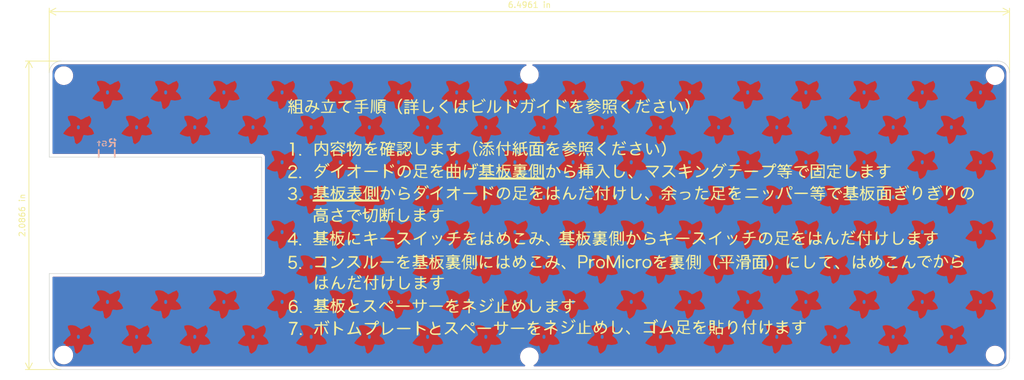
<source format=kicad_pcb>
(kicad_pcb (version 20171130) (host pcbnew "(5.1.5)-3")
  (layers (0 F.Cu signal) (31 B.Cu signal) (34 B.Paste user) (35 F.Paste user) (36 B.SilkS user) (37 F.SilkS user) (38 B.Mask user) (39 F.Mask user) (44 Edge.Cuts user))
  (net 0 "")
  (module logos:BuildS3 (layer F.Cu) (at 125.25 63)
    (fp_text reference G*** hide)
    (fp_text value LOGO hide)
  )
  (module logos:rst (layer B.Cu) (at 40.39 45.5 180)
    (fp_text reference G*** hide)
    (fp_text value LOGO hide)
  )
  (module kbd:HOLE_m2 (layer F.Cu) (at 193 34)
    (fp_text reference J6)
    (fp_text value Conn_01x01)
    (pad "" np_thru_hole circle (at 0 0) (size 2.2 2.2) (drill 2.2) (layers *.Cu *.Mask))
  )
  (module kbd:HOLE_m2 (layer F.Cu) (at 33 34)
    (fp_text reference J5)
    (fp_text value Conn_01x01)
    (pad "" np_thru_hole circle (at 0 0) (size 2.2 2.2) (drill 2.2) (layers *.Cu *.Mask))
  )
  (module kbd:HOLE_m2 (layer F.Cu) (at 113 33.8)
    (fp_text reference J4)
    (fp_text value Conn_01x01)
    (pad "" np_thru_hole circle (at 0 0) (size 2.2 2.2) (drill 2.2) (layers *.Cu *.Mask))
  )
  (module kbd:HOLE_m2 (layer F.Cu) (at 113 82.3)
    (fp_text reference J3)
    (fp_text value Conn_01x01)
    (pad "" np_thru_hole circle (at 0 0) (size 2.2 2.2) (drill 2.2) (layers *.Cu *.Mask))
  )
  (module kbd:HOLE_m2 (layer F.Cu) (at 33 82)
    (fp_text reference J2)
    (fp_text value Conn_01x01)
    (pad "" np_thru_hole circle (at 0 0) (size 2.2 2.2) (drill 2.2) (layers *.Cu *.Mask))
  )
  (module kbd:HOLE_m2 (layer F.Cu) (at 193 82)
    (fp_text reference J1)
    (fp_text value Conn_01x01)
    (pad "" np_thru_hole circle (at 0 0) (size 2.2 2.2) (drill 2.2) (layers *.Cu *.Mask))
  )
  (dimension 53 (width 0.15) (layer F.SilkS) (gr_text "53.000 mm" (at 25.7 58 90) (layer F.SilkS) (effects (font (size 1 1) (thickness 0.15)))) (feature1 (pts (xy 32.5 31.5) (xy 26.413579 31.5))) (feature2 (pts (xy 32.5 84.5) (xy 26.413579 84.5))) (crossbar (pts (xy 27 84.5) (xy 27 31.5))) (arrow1a (pts (xy 27 31.5) (xy 27.586421 32.626504))) (arrow1b (pts (xy 27 31.5) (xy 26.413579 32.626504))) (arrow2a (pts (xy 27 84.5) (xy 27.586421 83.373496))) (arrow2b (pts (xy 27 84.5) (xy 26.413579 83.373496))))
  (dimension 165 (width 0.15) (layer F.SilkS) (gr_text "165.000 mm" (at 113 21.7) (layer F.SilkS) (effects (font (size 1 1) (thickness 0.15)))) (feature1 (pts (xy 30.5 33.5) (xy 30.5 22.413579))) (feature2 (pts (xy 195.5 33.5) (xy 195.5 22.413579))) (crossbar (pts (xy 195.5 23) (xy 30.5 23))) (arrow1a (pts (xy 30.5 23) (xy 31.626504 22.413579))) (arrow1b (pts (xy 30.5 23) (xy 31.626504 23.586421))) (arrow2a (pts (xy 195.5 23) (xy 194.373496 22.413579))) (arrow2b (pts (xy 195.5 23) (xy 194.373496 23.586421))))
  (gr_line (start 41.75 48) (end 41.75 46.75) (layer B.SilkS) (width 0.3))
  (gr_line (start 39 48) (end 39 46.75) (layer B.SilkS) (width 0.3))
  (gr_line (start 30.5 33.5) (end 30.5 48) (layer Edge.Cuts) (width 0.1))
  (gr_line (start 67 68) (end 30.5 68) (layer Edge.Cuts) (width 0.1))
  (gr_line (start 67 48) (end 67 68) (layer Edge.Cuts) (width 0.1))
  (gr_line (start 30.5 48) (end 67 48) (layer Edge.Cuts) (width 0.1))
  (gr_arc (start 32.5 82.5) (end 30.5 82.5) (angle -90) (layer Edge.Cuts) (width 0.1))
  (gr_arc (start 32.5 33.5) (end 32.5 31.5) (angle -90) (layer Edge.Cuts) (width 0.1))
  (gr_arc (start 193.5 33.5) (end 195.5 33.5) (angle -90) (layer Edge.Cuts) (width 0.1))
  (gr_arc (start 193.5 82.5) (end 193.5 84.5) (angle -90) (layer Edge.Cuts) (width 0.1))
  (gr_line (start 193.5 84.5) (end 32.5 84.5) (layer Edge.Cuts) (width 0.1))
  (gr_line (start 195.5 33.5) (end 195.5 82.5) (layer Edge.Cuts) (width 0.1))
  (gr_line (start 30.5 68) (end 30.5 82.5) (layer Edge.Cuts) (width 0.1))
  (gr_line (start 193.5 31.5) (end 32.5 31.5) (layer Edge.Cuts) (width 0.1))
  (segment (start 190.5 36.98) (end 190.5 36.78) (width 0.5) (layer B.Cu) (net 0))
  (segment (start 180.5 36.98) (end 180.5 36.78) (width 0.5) (layer B.Cu) (net 0))
  (segment (start 160.5 36.98) (end 160.5 36.78) (width 0.5) (layer B.Cu) (net 0))
  (segment (start 170.5 36.98) (end 170.5 36.78) (width 0.5) (layer B.Cu) (net 0))
  (segment (start 120.5 36.98) (end 120.5 36.78) (width 0.5) (layer B.Cu) (net 0))
  (segment (start 140.5 36.98) (end 140.5 36.78) (width 0.5) (layer B.Cu) (net 0))
  (segment (start 130.5 36.98) (end 130.5 36.78) (width 0.5) (layer B.Cu) (net 0))
  (segment (start 150.5 36.98) (end 150.5 36.78) (width 0.5) (layer B.Cu) (net 0))
  (segment (start 80.5 36.98) (end 80.5 36.78) (width 0.5) (layer B.Cu) (net 0))
  (segment (start 60.5 36.98) (end 60.5 36.78) (width 0.5) (layer B.Cu) (net 0))
  (segment (start 100.5 36.98) (end 100.5 36.78) (width 0.5) (layer B.Cu) (net 0))
  (segment (start 50.5 36.98) (end 50.5 36.78) (width 0.5) (layer B.Cu) (net 0))
  (segment (start 70.5 36.98) (end 70.5 36.78) (width 0.5) (layer B.Cu) (net 0))
  (segment (start 40.5 36.98) (end 40.5 36.78) (width 0.5) (layer B.Cu) (net 0))
  (segment (start 90.5 36.98) (end 90.5 36.78) (width 0.5) (layer B.Cu) (net 0))
  (segment (start 110.5 36.98) (end 110.5 36.78) (width 0.5) (layer B.Cu) (net 0))
  (segment (start 155.5 42.98) (end 155.5 42.78) (width 0.5) (layer B.Cu) (net 0))
  (segment (start 135.5 42.98) (end 135.5 42.78) (width 0.5) (layer B.Cu) (net 0))
  (segment (start 175.5 42.98) (end 175.5 42.78) (width 0.5) (layer B.Cu) (net 0))
  (segment (start 125.5 42.98) (end 125.5 42.78) (width 0.5) (layer B.Cu) (net 0))
  (segment (start 145.5 42.98) (end 145.5 42.78) (width 0.5) (layer B.Cu) (net 0))
  (segment (start 55.5 42.98) (end 55.5 42.78) (width 0.5) (layer B.Cu) (net 0))
  (segment (start 85.5 42.98) (end 85.5 42.78) (width 0.5) (layer B.Cu) (net 0))
  (segment (start 105.5 42.98) (end 105.5 42.78) (width 0.5) (layer B.Cu) (net 0))
  (segment (start 45.5 42.98) (end 45.5 42.78) (width 0.5) (layer B.Cu) (net 0))
  (segment (start 115.5 42.98) (end 115.5 42.78) (width 0.5) (layer B.Cu) (net 0))
  (segment (start 165.5 42.98) (end 165.5 42.78) (width 0.5) (layer B.Cu) (net 0))
  (segment (start 95.5 42.98) (end 95.5 42.78) (width 0.5) (layer B.Cu) (net 0))
  (segment (start 75.5 42.98) (end 75.5 42.78) (width 0.5) (layer B.Cu) (net 0))
  (segment (start 65.5 42.98) (end 65.5 42.78) (width 0.5) (layer B.Cu) (net 0))
  (segment (start 35.5 42.98) (end 35.5 42.78) (width 0.5) (layer B.Cu) (net 0))
  (segment (start 185.5 42.98) (end 185.5 42.78) (width 0.5) (layer B.Cu) (net 0))
  (segment (start 95.5 54.98) (end 95.5 54.78) (width 0.5) (layer B.Cu) (net 0))
  (segment (start 185.5 54.98) (end 185.5 54.78) (width 0.5) (layer B.Cu) (net 0))
  (segment (start 75.5 54.98) (end 75.5 54.78) (width 0.5) (layer B.Cu) (net 0))
  (segment (start 160.5 48.98) (end 160.5 48.78) (width 0.5) (layer B.Cu) (net 0))
  (segment (start 140.5 48.98) (end 140.5 48.78) (width 0.5) (layer B.Cu) (net 0))
  (segment (start 180.5 48.98) (end 180.5 48.78) (width 0.5) (layer B.Cu) (net 0))
  (segment (start 130.5 48.98) (end 130.5 48.78) (width 0.5) (layer B.Cu) (net 0))
  (segment (start 150.5 48.98) (end 150.5 48.78) (width 0.5) (layer B.Cu) (net 0))
  (segment (start 155.5 54.98) (end 155.5 54.78) (width 0.5) (layer B.Cu) (net 0))
  (segment (start 90.5 48.98) (end 90.5 48.78) (width 0.5) (layer B.Cu) (net 0))
  (segment (start 110.5 48.98) (end 110.5 48.78) (width 0.5) (layer B.Cu) (net 0))
  (segment (start 135.5 54.98) (end 135.5 54.78) (width 0.5) (layer B.Cu) (net 0))
  (segment (start 120.5 48.98) (end 120.5 48.78) (width 0.5) (layer B.Cu) (net 0))
  (segment (start 175.5 54.98) (end 175.5 54.78) (width 0.5) (layer B.Cu) (net 0))
  (segment (start 125.5 54.98) (end 125.5 54.78) (width 0.5) (layer B.Cu) (net 0))
  (segment (start 145.5 54.98) (end 145.5 54.78) (width 0.5) (layer B.Cu) (net 0))
  (segment (start 85.5 54.98) (end 85.5 54.78) (width 0.5) (layer B.Cu) (net 0))
  (segment (start 105.5 54.98) (end 105.5 54.78) (width 0.5) (layer B.Cu) (net 0))
  (segment (start 170.5 48.98) (end 170.5 48.78) (width 0.5) (layer B.Cu) (net 0))
  (segment (start 115.5 54.98) (end 115.5 54.78) (width 0.5) (layer B.Cu) (net 0))
  (segment (start 100.5 48.98) (end 100.5 48.78) (width 0.5) (layer B.Cu) (net 0))
  (segment (start 165.5 54.98) (end 165.5 54.78) (width 0.5) (layer B.Cu) (net 0))
  (segment (start 80.5 48.98) (end 80.5 48.78) (width 0.5) (layer B.Cu) (net 0))
  (segment (start 70.5 48.98) (end 70.5 48.78) (width 0.5) (layer B.Cu) (net 0))
  (segment (start 190.5 48.98) (end 190.5 48.78) (width 0.5) (layer B.Cu) (net 0))
  (segment (start 95.5 66.98) (end 95.5 66.78) (width 0.5) (layer B.Cu) (net 0))
  (segment (start 185.5 66.98) (end 185.5 66.78) (width 0.5) (layer B.Cu) (net 0))
  (segment (start 75.5 66.98) (end 75.5 66.78) (width 0.5) (layer B.Cu) (net 0))
  (segment (start 160.5 60.98) (end 160.5 60.78) (width 0.5) (layer B.Cu) (net 0))
  (segment (start 140.5 60.98) (end 140.5 60.78) (width 0.5) (layer B.Cu) (net 0))
  (segment (start 180.5 60.98) (end 180.5 60.78) (width 0.5) (layer B.Cu) (net 0))
  (segment (start 130.5 60.98) (end 130.5 60.78) (width 0.5) (layer B.Cu) (net 0))
  (segment (start 150.5 60.98) (end 150.5 60.78) (width 0.5) (layer B.Cu) (net 0))
  (segment (start 155.5 66.98) (end 155.5 66.78) (width 0.5) (layer B.Cu) (net 0))
  (segment (start 90.5 60.98) (end 90.5 60.78) (width 0.5) (layer B.Cu) (net 0))
  (segment (start 110.5 60.98) (end 110.5 60.78) (width 0.5) (layer B.Cu) (net 0))
  (segment (start 135.5 66.98) (end 135.5 66.78) (width 0.5) (layer B.Cu) (net 0))
  (segment (start 120.5 60.98) (end 120.5 60.78) (width 0.5) (layer B.Cu) (net 0))
  (segment (start 175.5 66.98) (end 175.5 66.78) (width 0.5) (layer B.Cu) (net 0))
  (segment (start 125.5 66.98) (end 125.5 66.78) (width 0.5) (layer B.Cu) (net 0))
  (segment (start 145.5 66.98) (end 145.5 66.78) (width 0.5) (layer B.Cu) (net 0))
  (segment (start 85.5 66.98) (end 85.5 66.78) (width 0.5) (layer B.Cu) (net 0))
  (segment (start 105.5 66.98) (end 105.5 66.78) (width 0.5) (layer B.Cu) (net 0))
  (segment (start 170.5 60.98) (end 170.5 60.78) (width 0.5) (layer B.Cu) (net 0))
  (segment (start 115.5 66.98) (end 115.5 66.78) (width 0.5) (layer B.Cu) (net 0))
  (segment (start 100.5 60.98) (end 100.5 60.78) (width 0.5) (layer B.Cu) (net 0))
  (segment (start 165.5 66.98) (end 165.5 66.78) (width 0.5) (layer B.Cu) (net 0))
  (segment (start 80.5 60.98) (end 80.5 60.78) (width 0.5) (layer B.Cu) (net 0))
  (segment (start 70.5 60.98) (end 70.5 60.78) (width 0.5) (layer B.Cu) (net 0))
  (segment (start 190.5 60.98) (end 190.5 60.78) (width 0.5) (layer B.Cu) (net 0))
  (segment (start 60.5 72.98) (end 60.5 72.78) (width 0.5) (layer B.Cu) (net 0))
  (segment (start 185.5 78.98) (end 185.5 78.78) (width 0.5) (layer B.Cu) (net 0))
  (segment (start 160.5 72.98) (end 160.5 72.78) (width 0.5) (layer B.Cu) (net 0))
  (segment (start 170.5 72.98) (end 170.5 72.78) (width 0.5) (layer B.Cu) (net 0))
  (segment (start 55.5 78.98) (end 55.5 78.78) (width 0.5) (layer B.Cu) (net 0))
  (segment (start 190.5 72.98) (end 190.5 72.78) (width 0.5) (layer B.Cu) (net 0))
  (segment (start 130.5 72.98) (end 130.5 72.78) (width 0.5) (layer B.Cu) (net 0))
  (segment (start 70.5 72.98) (end 70.5 72.78) (width 0.5) (layer B.Cu) (net 0))
  (segment (start 85.5 78.98) (end 85.5 78.78) (width 0.5) (layer B.Cu) (net 0))
  (segment (start 115.5 78.98) (end 115.5 78.78) (width 0.5) (layer B.Cu) (net 0))
  (segment (start 165.5 78.98) (end 165.5 78.78) (width 0.5) (layer B.Cu) (net 0))
  (segment (start 75.5 78.98) (end 75.5 78.78) (width 0.5) (layer B.Cu) (net 0))
  (segment (start 135.5 78.98) (end 135.5 78.78) (width 0.5) (layer B.Cu) (net 0))
  (segment (start 105.5 78.98) (end 105.5 78.78) (width 0.5) (layer B.Cu) (net 0))
  (segment (start 120.5 72.98) (end 120.5 72.78) (width 0.5) (layer B.Cu) (net 0))
  (segment (start 100.5 72.98) (end 100.5 72.78) (width 0.5) (layer B.Cu) (net 0))
  (segment (start 35.5 78.98) (end 35.5 78.78) (width 0.5) (layer B.Cu) (net 0))
  (segment (start 80.5 72.98) (end 80.5 72.78) (width 0.5) (layer B.Cu) (net 0))
  (segment (start 50.5 72.98) (end 50.5 72.78) (width 0.5) (layer B.Cu) (net 0))
  (segment (start 45.5 78.98) (end 45.5 78.78) (width 0.5) (layer B.Cu) (net 0))
  (segment (start 125.5 78.98) (end 125.5 78.78) (width 0.5) (layer B.Cu) (net 0))
  (segment (start 155.5 78.98) (end 155.5 78.78) (width 0.5) (layer B.Cu) (net 0))
  (segment (start 90.5 72.98) (end 90.5 72.78) (width 0.5) (layer B.Cu) (net 0))
  (segment (start 65.5 78.98) (end 65.5 78.78) (width 0.5) (layer B.Cu) (net 0))
  (segment (start 95.5 78.98) (end 95.5 78.78) (width 0.5) (layer B.Cu) (net 0))
  (segment (start 140.5 72.98) (end 140.5 72.78) (width 0.5) (layer B.Cu) (net 0))
  (segment (start 180.5 72.98) (end 180.5 72.78) (width 0.5) (layer B.Cu) (net 0))
  (segment (start 175.5 78.98) (end 175.5 78.78) (width 0.5) (layer B.Cu) (net 0))
  (segment (start 40.5 72.98) (end 40.5 72.78) (width 0.5) (layer B.Cu) (net 0))
  (segment (start 145.5 78.98) (end 145.5 78.78) (width 0.5) (layer B.Cu) (net 0))
  (segment (start 150.5 72.98) (end 150.5 72.78) (width 0.5) (layer B.Cu) (net 0))
  (segment (start 110.5 72.98) (end 110.5 72.78) (width 0.5) (layer B.Cu) (net 0))
  (zone (net 0) (net_name "") (layer F.Cu) (connect_pads (clearance 0.508)) (min_thickness 0.254) (fill (arc_segments 32) (thermal_gap 0.508) (thermal_bridge_width 0.508))
    (polygon (pts (xy 198 86) (xy 30 86) (xy 30 30) (xy 198 30)))
  )
  (zone (net 0) (net_name "") (layer B.Cu) (connect_pads (clearance 0.508)) (min_thickness 0.254) (fill (arc_segments 32) (thermal_gap 0.508) (thermal_bridge_width 0.508))
    (polygon (pts (xy 198 86) (xy 30 86) (xy 30 30) (xy 198 30)))
  )
  (zone (net 0) (net_name "") (layer B.Cu) (connect_pads (clearance 0.508)) (min_thickness 0.254)
    (keepout (tracks allowed) (vias allowed) (copperpour not_allowed))
    (fill (arc_segments 32) (thermal_gap 0.508) (thermal_bridge_width 0.508))
    (polygon (pts (xy 190 34.98) (xy 190.2 35.08) (xy 190.5 35.28) (xy 190.7 35.38) (xy 190.8 35.48) (xy 190.9 35.58) (xy 191.2 35.48) (xy 191.4 35.38) (xy 191.7 35.18) (xy 192 35.08) (xy 192.2 34.98) (xy 192.4 34.88) (xy 192.5 35.08) (xy 192.7 35.38) (xy 192.7 35.78) (xy 192.6 36.18) (xy 192.4 36.48) (xy 192.2 36.68) (xy 192.3 36.78) (xy 192.6 36.98) (xy 192.9 37.28) (xy 193.1 37.68) (xy 193.2 37.98) (xy 192.8 38.18) (xy 192.1 38.28) (xy 191.4 38.18) (xy 191.3 38.38) (xy 191.1 38.98) (xy 191 39.18) (xy 190.7 39.48) (xy 190.4 39.68) (xy 190.2 39.78) (xy 189.9 39.48) (xy 189.9 39.18) (xy 189.8 38.78) (xy 189.7 38.38) (xy 189.3 38.48) (xy 188.8 38.38) (xy 188.3 38.18) (xy 187.9 37.98) (xy 188 37.78) (xy 188.4 37.28) (xy 188.8 36.88) (xy 189.2 36.58) (xy 189.1 36.18) (xy 189 35.88) (xy 188.8 35.58) (xy 188.7 35.28) (xy 188.7 34.98) (xy 189.1 34.88) (xy 189.5 34.88)))
  )
  (zone (net 0) (net_name "") (layer B.Cu) (connect_pads (clearance 0.508)) (min_thickness 0.254)
    (keepout (tracks allowed) (vias allowed) (copperpour not_allowed))
    (fill (arc_segments 32) (thermal_gap 0.508) (thermal_bridge_width 0.508))
    (polygon (pts (xy 180 34.98) (xy 180.2 35.08) (xy 180.5 35.28) (xy 180.7 35.38) (xy 180.8 35.48) (xy 180.9 35.58) (xy 181.2 35.48) (xy 181.4 35.38) (xy 181.7 35.18) (xy 182 35.08) (xy 182.2 34.98) (xy 182.4 34.88) (xy 182.5 35.08) (xy 182.7 35.38) (xy 182.7 35.78) (xy 182.6 36.18) (xy 182.4 36.48) (xy 182.2 36.68) (xy 182.3 36.78) (xy 182.6 36.98) (xy 182.9 37.28) (xy 183.1 37.68) (xy 183.2 37.98) (xy 182.8 38.18) (xy 182.1 38.28) (xy 181.4 38.18) (xy 181.3 38.38) (xy 181.1 38.98) (xy 181 39.18) (xy 180.7 39.48) (xy 180.4 39.68) (xy 180.2 39.78) (xy 179.9 39.48) (xy 179.9 39.18) (xy 179.8 38.78) (xy 179.7 38.38) (xy 179.3 38.48) (xy 178.8 38.38) (xy 178.3 38.18) (xy 177.9 37.98) (xy 178 37.78) (xy 178.4 37.28) (xy 178.8 36.88) (xy 179.2 36.58) (xy 179.1 36.18) (xy 179 35.88) (xy 178.8 35.58) (xy 178.7 35.28) (xy 178.7 34.98) (xy 179.1 34.88) (xy 179.5 34.88)))
  )
  (zone (net 0) (net_name "") (layer B.Cu) (connect_pads (clearance 0.508)) (min_thickness 0.254)
    (keepout (tracks allowed) (vias allowed) (copperpour not_allowed))
    (fill (arc_segments 32) (thermal_gap 0.508) (thermal_bridge_width 0.508))
    (polygon (pts (xy 170 34.98) (xy 170.2 35.08) (xy 170.5 35.28) (xy 170.7 35.38) (xy 170.8 35.48) (xy 170.9 35.58) (xy 171.2 35.48) (xy 171.4 35.38) (xy 171.7 35.18) (xy 172 35.08) (xy 172.2 34.98) (xy 172.4 34.88) (xy 172.5 35.08) (xy 172.7 35.38) (xy 172.7 35.78) (xy 172.6 36.18) (xy 172.4 36.48) (xy 172.2 36.68) (xy 172.3 36.78) (xy 172.6 36.98) (xy 172.9 37.28) (xy 173.1 37.68) (xy 173.2 37.98) (xy 172.8 38.18) (xy 172.1 38.28) (xy 171.4 38.18) (xy 171.3 38.38) (xy 171.1 38.98) (xy 171 39.18) (xy 170.7 39.48) (xy 170.4 39.68) (xy 170.2 39.78) (xy 169.9 39.48) (xy 169.9 39.18) (xy 169.8 38.78) (xy 169.7 38.38) (xy 169.3 38.48) (xy 168.8 38.38) (xy 168.3 38.18) (xy 167.9 37.98) (xy 168 37.78) (xy 168.4 37.28) (xy 168.8 36.88) (xy 169.2 36.58) (xy 169.1 36.18) (xy 169 35.88) (xy 168.8 35.58) (xy 168.7 35.28) (xy 168.7 34.98) (xy 169.1 34.88) (xy 169.5 34.88)))
  )
  (zone (net 0) (net_name "") (layer B.Cu) (connect_pads (clearance 0.508)) (min_thickness 0.254)
    (keepout (tracks allowed) (vias allowed) (copperpour not_allowed))
    (fill (arc_segments 32) (thermal_gap 0.508) (thermal_bridge_width 0.508))
    (polygon (pts (xy 160 34.98) (xy 160.2 35.08) (xy 160.5 35.28) (xy 160.7 35.38) (xy 160.8 35.48) (xy 160.9 35.58) (xy 161.2 35.48) (xy 161.4 35.38) (xy 161.7 35.18) (xy 162 35.08) (xy 162.2 34.98) (xy 162.4 34.88) (xy 162.5 35.08) (xy 162.7 35.38) (xy 162.7 35.78) (xy 162.6 36.18) (xy 162.4 36.48) (xy 162.2 36.68) (xy 162.3 36.78) (xy 162.6 36.98) (xy 162.9 37.28) (xy 163.1 37.68) (xy 163.2 37.98) (xy 162.8 38.18) (xy 162.1 38.28) (xy 161.4 38.18) (xy 161.3 38.38) (xy 161.1 38.98) (xy 161 39.18) (xy 160.7 39.48) (xy 160.4 39.68) (xy 160.2 39.78) (xy 159.9 39.48) (xy 159.9 39.18) (xy 159.8 38.78) (xy 159.7 38.38) (xy 159.3 38.48) (xy 158.8 38.38) (xy 158.3 38.18) (xy 157.9 37.98) (xy 158 37.78) (xy 158.4 37.28) (xy 158.8 36.88) (xy 159.2 36.58) (xy 159.1 36.18) (xy 159 35.88) (xy 158.8 35.58) (xy 158.7 35.28) (xy 158.7 34.98) (xy 159.1 34.88) (xy 159.5 34.88)))
  )
  (zone (net 0) (net_name "") (layer B.Cu) (connect_pads (clearance 0.508)) (min_thickness 0.254)
    (keepout (tracks allowed) (vias allowed) (copperpour not_allowed))
    (fill (arc_segments 32) (thermal_gap 0.508) (thermal_bridge_width 0.508))
    (polygon (pts (xy 150 34.98) (xy 150.2 35.08) (xy 150.5 35.28) (xy 150.7 35.38) (xy 150.8 35.48) (xy 150.9 35.58) (xy 151.2 35.48) (xy 151.4 35.38) (xy 151.7 35.18) (xy 152 35.08) (xy 152.2 34.98) (xy 152.4 34.88) (xy 152.5 35.08) (xy 152.7 35.38) (xy 152.7 35.78) (xy 152.6 36.18) (xy 152.4 36.48) (xy 152.2 36.68) (xy 152.3 36.78) (xy 152.6 36.98) (xy 152.9 37.28) (xy 153.1 37.68) (xy 153.2 37.98) (xy 152.8 38.18) (xy 152.1 38.28) (xy 151.4 38.18) (xy 151.3 38.38) (xy 151.1 38.98) (xy 151 39.18) (xy 150.7 39.48) (xy 150.4 39.68) (xy 150.2 39.78) (xy 149.9 39.48) (xy 149.9 39.18) (xy 149.8 38.78) (xy 149.7 38.38) (xy 149.3 38.48) (xy 148.8 38.38) (xy 148.3 38.18) (xy 147.9 37.98) (xy 148 37.78) (xy 148.4 37.28) (xy 148.8 36.88) (xy 149.2 36.58) (xy 149.1 36.18) (xy 149 35.88) (xy 148.8 35.58) (xy 148.7 35.28) (xy 148.7 34.98) (xy 149.1 34.88) (xy 149.5 34.88)))
  )
  (zone (net 0) (net_name "") (layer B.Cu) (connect_pads (clearance 0.508)) (min_thickness 0.254)
    (keepout (tracks allowed) (vias allowed) (copperpour not_allowed))
    (fill (arc_segments 32) (thermal_gap 0.508) (thermal_bridge_width 0.508))
    (polygon (pts (xy 130 34.98) (xy 130.2 35.08) (xy 130.5 35.28) (xy 130.7 35.38) (xy 130.8 35.48) (xy 130.9 35.58) (xy 131.2 35.48) (xy 131.4 35.38) (xy 131.7 35.18) (xy 132 35.08) (xy 132.2 34.98) (xy 132.4 34.88) (xy 132.5 35.08) (xy 132.7 35.38) (xy 132.7 35.78) (xy 132.6 36.18) (xy 132.4 36.48) (xy 132.2 36.68) (xy 132.3 36.78) (xy 132.6 36.98) (xy 132.9 37.28) (xy 133.1 37.68) (xy 133.2 37.98) (xy 132.8 38.18) (xy 132.1 38.28) (xy 131.4 38.18) (xy 131.3 38.38) (xy 131.1 38.98) (xy 131 39.18) (xy 130.7 39.48) (xy 130.4 39.68) (xy 130.2 39.78) (xy 129.9 39.48) (xy 129.9 39.18) (xy 129.8 38.78) (xy 129.7 38.38) (xy 129.3 38.48) (xy 128.8 38.38) (xy 128.3 38.18) (xy 127.9 37.98) (xy 128 37.78) (xy 128.4 37.28) (xy 128.8 36.88) (xy 129.2 36.58) (xy 129.1 36.18) (xy 129 35.88) (xy 128.8 35.58) (xy 128.7 35.28) (xy 128.7 34.98) (xy 129.1 34.88) (xy 129.5 34.88)))
  )
  (zone (net 0) (net_name "") (layer B.Cu) (connect_pads (clearance 0.508)) (min_thickness 0.254)
    (keepout (tracks allowed) (vias allowed) (copperpour not_allowed))
    (fill (arc_segments 32) (thermal_gap 0.508) (thermal_bridge_width 0.508))
    (polygon (pts (xy 140 34.98) (xy 140.2 35.08) (xy 140.5 35.28) (xy 140.7 35.38) (xy 140.8 35.48) (xy 140.9 35.58) (xy 141.2 35.48) (xy 141.4 35.38) (xy 141.7 35.18) (xy 142 35.08) (xy 142.2 34.98) (xy 142.4 34.88) (xy 142.5 35.08) (xy 142.7 35.38) (xy 142.7 35.78) (xy 142.6 36.18) (xy 142.4 36.48) (xy 142.2 36.68) (xy 142.3 36.78) (xy 142.6 36.98) (xy 142.9 37.28) (xy 143.1 37.68) (xy 143.2 37.98) (xy 142.8 38.18) (xy 142.1 38.28) (xy 141.4 38.18) (xy 141.3 38.38) (xy 141.1 38.98) (xy 141 39.18) (xy 140.7 39.48) (xy 140.4 39.68) (xy 140.2 39.78) (xy 139.9 39.48) (xy 139.9 39.18) (xy 139.8 38.78) (xy 139.7 38.38) (xy 139.3 38.48) (xy 138.8 38.38) (xy 138.3 38.18) (xy 137.9 37.98) (xy 138 37.78) (xy 138.4 37.28) (xy 138.8 36.88) (xy 139.2 36.58) (xy 139.1 36.18) (xy 139 35.88) (xy 138.8 35.58) (xy 138.7 35.28) (xy 138.7 34.98) (xy 139.1 34.88) (xy 139.5 34.88)))
  )
  (zone (net 0) (net_name "") (layer B.Cu) (connect_pads (clearance 0.508)) (min_thickness 0.254)
    (keepout (tracks allowed) (vias allowed) (copperpour not_allowed))
    (fill (arc_segments 32) (thermal_gap 0.508) (thermal_bridge_width 0.508))
    (polygon (pts (xy 120 34.98) (xy 120.2 35.08) (xy 120.5 35.28) (xy 120.7 35.38) (xy 120.8 35.48) (xy 120.9 35.58) (xy 121.2 35.48) (xy 121.4 35.38) (xy 121.7 35.18) (xy 122 35.08) (xy 122.2 34.98) (xy 122.4 34.88) (xy 122.5 35.08) (xy 122.7 35.38) (xy 122.7 35.78) (xy 122.6 36.18) (xy 122.4 36.48) (xy 122.2 36.68) (xy 122.3 36.78) (xy 122.6 36.98) (xy 122.9 37.28) (xy 123.1 37.68) (xy 123.2 37.98) (xy 122.8 38.18) (xy 122.1 38.28) (xy 121.4 38.18) (xy 121.3 38.38) (xy 121.1 38.98) (xy 121 39.18) (xy 120.7 39.48) (xy 120.4 39.68) (xy 120.2 39.78) (xy 119.9 39.48) (xy 119.9 39.18) (xy 119.8 38.78) (xy 119.7 38.38) (xy 119.3 38.48) (xy 118.8 38.38) (xy 118.3 38.18) (xy 117.9 37.98) (xy 118 37.78) (xy 118.4 37.28) (xy 118.8 36.88) (xy 119.2 36.58) (xy 119.1 36.18) (xy 119 35.88) (xy 118.8 35.58) (xy 118.7 35.28) (xy 118.7 34.98) (xy 119.1 34.88) (xy 119.5 34.88)))
  )
  (zone (net 0) (net_name "") (layer B.Cu) (connect_pads (clearance 0.508)) (min_thickness 0.254)
    (keepout (tracks allowed) (vias allowed) (copperpour not_allowed))
    (fill (arc_segments 32) (thermal_gap 0.508) (thermal_bridge_width 0.508))
    (polygon (pts (xy 110 34.98) (xy 110.2 35.08) (xy 110.5 35.28) (xy 110.7 35.38) (xy 110.8 35.48) (xy 110.9 35.58) (xy 111.2 35.48) (xy 111.4 35.38) (xy 111.7 35.18) (xy 112 35.08) (xy 112.2 34.98) (xy 112.4 34.88) (xy 112.5 35.08) (xy 112.7 35.38) (xy 112.7 35.78) (xy 112.6 36.18) (xy 112.4 36.48) (xy 112.2 36.68) (xy 112.3 36.78) (xy 112.6 36.98) (xy 112.9 37.28) (xy 113.1 37.68) (xy 113.2 37.98) (xy 112.8 38.18) (xy 112.1 38.28) (xy 111.4 38.18) (xy 111.3 38.38) (xy 111.1 38.98) (xy 111 39.18) (xy 110.7 39.48) (xy 110.4 39.68) (xy 110.2 39.78) (xy 109.9 39.48) (xy 109.9 39.18) (xy 109.8 38.78) (xy 109.7 38.38) (xy 109.3 38.48) (xy 108.8 38.38) (xy 108.3 38.18) (xy 107.9 37.98) (xy 108 37.78) (xy 108.4 37.28) (xy 108.8 36.88) (xy 109.2 36.58) (xy 109.1 36.18) (xy 109 35.88) (xy 108.8 35.58) (xy 108.7 35.28) (xy 108.7 34.98) (xy 109.1 34.88) (xy 109.5 34.88)))
  )
  (zone (net 0) (net_name "") (layer B.Cu) (connect_pads (clearance 0.508)) (min_thickness 0.254)
    (keepout (tracks allowed) (vias allowed) (copperpour not_allowed))
    (fill (arc_segments 32) (thermal_gap 0.508) (thermal_bridge_width 0.508))
    (polygon (pts (xy 40 34.98) (xy 40.2 35.08) (xy 40.5 35.28) (xy 40.7 35.38) (xy 40.8 35.48) (xy 40.9 35.58) (xy 41.2 35.48) (xy 41.4 35.38) (xy 41.7 35.18) (xy 42 35.08) (xy 42.2 34.98) (xy 42.4 34.88) (xy 42.5 35.08) (xy 42.7 35.38) (xy 42.7 35.78) (xy 42.6 36.18) (xy 42.4 36.48) (xy 42.2 36.68) (xy 42.3 36.78) (xy 42.6 36.98) (xy 42.9 37.28) (xy 43.1 37.68) (xy 43.2 37.98) (xy 42.8 38.18) (xy 42.1 38.28) (xy 41.4 38.18) (xy 41.3 38.38) (xy 41.1 38.98) (xy 41 39.18) (xy 40.7 39.48) (xy 40.4 39.68) (xy 40.2 39.78) (xy 39.9 39.48) (xy 39.9 39.18) (xy 39.8 38.78) (xy 39.7 38.38) (xy 39.3 38.48) (xy 38.8 38.38) (xy 38.3 38.18) (xy 37.9 37.98) (xy 38 37.78) (xy 38.4 37.28) (xy 38.8 36.88) (xy 39.2 36.58) (xy 39.1 36.18) (xy 39 35.88) (xy 38.8 35.58) (xy 38.7 35.28) (xy 38.7 34.98) (xy 39.1 34.88) (xy 39.5 34.88)))
  )
  (zone (net 0) (net_name "") (layer B.Cu) (connect_pads (clearance 0.508)) (min_thickness 0.254)
    (keepout (tracks allowed) (vias allowed) (copperpour not_allowed))
    (fill (arc_segments 32) (thermal_gap 0.508) (thermal_bridge_width 0.508))
    (polygon (pts (xy 60 34.98) (xy 60.2 35.08) (xy 60.5 35.28) (xy 60.7 35.38) (xy 60.8 35.48) (xy 60.9 35.58) (xy 61.2 35.48) (xy 61.4 35.38) (xy 61.7 35.18) (xy 62 35.08) (xy 62.2 34.98) (xy 62.4 34.88) (xy 62.5 35.08) (xy 62.7 35.38) (xy 62.7 35.78) (xy 62.6 36.18) (xy 62.4 36.48) (xy 62.2 36.68) (xy 62.3 36.78) (xy 62.6 36.98) (xy 62.9 37.28) (xy 63.1 37.68) (xy 63.2 37.98) (xy 62.8 38.18) (xy 62.1 38.28) (xy 61.4 38.18) (xy 61.3 38.38) (xy 61.1 38.98) (xy 61 39.18) (xy 60.7 39.48) (xy 60.4 39.68) (xy 60.2 39.78) (xy 59.9 39.48) (xy 59.9 39.18) (xy 59.8 38.78) (xy 59.7 38.38) (xy 59.3 38.48) (xy 58.8 38.38) (xy 58.3 38.18) (xy 57.9 37.98) (xy 58 37.78) (xy 58.4 37.28) (xy 58.8 36.88) (xy 59.2 36.58) (xy 59.1 36.18) (xy 59 35.88) (xy 58.8 35.58) (xy 58.7 35.28) (xy 58.7 34.98) (xy 59.1 34.88) (xy 59.5 34.88)))
  )
  (zone (net 0) (net_name "") (layer B.Cu) (connect_pads (clearance 0.508)) (min_thickness 0.254)
    (keepout (tracks allowed) (vias allowed) (copperpour not_allowed))
    (fill (arc_segments 32) (thermal_gap 0.508) (thermal_bridge_width 0.508))
    (polygon (pts (xy 90 34.98) (xy 90.2 35.08) (xy 90.5 35.28) (xy 90.7 35.38) (xy 90.8 35.48) (xy 90.9 35.58) (xy 91.2 35.48) (xy 91.4 35.38) (xy 91.7 35.18) (xy 92 35.08) (xy 92.2 34.98) (xy 92.4 34.88) (xy 92.5 35.08) (xy 92.7 35.38) (xy 92.7 35.78) (xy 92.6 36.18) (xy 92.4 36.48) (xy 92.2 36.68) (xy 92.3 36.78) (xy 92.6 36.98) (xy 92.9 37.28) (xy 93.1 37.68) (xy 93.2 37.98) (xy 92.8 38.18) (xy 92.1 38.28) (xy 91.4 38.18) (xy 91.3 38.38) (xy 91.1 38.98) (xy 91 39.18) (xy 90.7 39.48) (xy 90.4 39.68) (xy 90.2 39.78) (xy 89.9 39.48) (xy 89.9 39.18) (xy 89.8 38.78) (xy 89.7 38.38) (xy 89.3 38.48) (xy 88.8 38.38) (xy 88.3 38.18) (xy 87.9 37.98) (xy 88 37.78) (xy 88.4 37.28) (xy 88.8 36.88) (xy 89.2 36.58) (xy 89.1 36.18) (xy 89 35.88) (xy 88.8 35.58) (xy 88.7 35.28) (xy 88.7 34.98) (xy 89.1 34.88) (xy 89.5 34.88)))
  )
  (zone (net 0) (net_name "") (layer B.Cu) (connect_pads (clearance 0.508)) (min_thickness 0.254)
    (keepout (tracks allowed) (vias allowed) (copperpour not_allowed))
    (fill (arc_segments 32) (thermal_gap 0.508) (thermal_bridge_width 0.508))
    (polygon (pts (xy 50 34.98) (xy 50.2 35.08) (xy 50.5 35.28) (xy 50.7 35.38) (xy 50.8 35.48) (xy 50.9 35.58) (xy 51.2 35.48) (xy 51.4 35.38) (xy 51.7 35.18) (xy 52 35.08) (xy 52.2 34.98) (xy 52.4 34.88) (xy 52.5 35.08) (xy 52.7 35.38) (xy 52.7 35.78) (xy 52.6 36.18) (xy 52.4 36.48) (xy 52.2 36.68) (xy 52.3 36.78) (xy 52.6 36.98) (xy 52.9 37.28) (xy 53.1 37.68) (xy 53.2 37.98) (xy 52.8 38.18) (xy 52.1 38.28) (xy 51.4 38.18) (xy 51.3 38.38) (xy 51.1 38.98) (xy 51 39.18) (xy 50.7 39.48) (xy 50.4 39.68) (xy 50.2 39.78) (xy 49.9 39.48) (xy 49.9 39.18) (xy 49.8 38.78) (xy 49.7 38.38) (xy 49.3 38.48) (xy 48.8 38.38) (xy 48.3 38.18) (xy 47.9 37.98) (xy 48 37.78) (xy 48.4 37.28) (xy 48.8 36.88) (xy 49.2 36.58) (xy 49.1 36.18) (xy 49 35.88) (xy 48.8 35.58) (xy 48.7 35.28) (xy 48.7 34.98) (xy 49.1 34.88) (xy 49.5 34.88)))
  )
  (zone (net 0) (net_name "") (layer B.Cu) (connect_pads (clearance 0.508)) (min_thickness 0.254)
    (keepout (tracks allowed) (vias allowed) (copperpour not_allowed))
    (fill (arc_segments 32) (thermal_gap 0.508) (thermal_bridge_width 0.508))
    (polygon (pts (xy 70 34.98) (xy 70.2 35.08) (xy 70.5 35.28) (xy 70.7 35.38) (xy 70.8 35.48) (xy 70.9 35.58) (xy 71.2 35.48) (xy 71.4 35.38) (xy 71.7 35.18) (xy 72 35.08) (xy 72.2 34.98) (xy 72.4 34.88) (xy 72.5 35.08) (xy 72.7 35.38) (xy 72.7 35.78) (xy 72.6 36.18) (xy 72.4 36.48) (xy 72.2 36.68) (xy 72.3 36.78) (xy 72.6 36.98) (xy 72.9 37.28) (xy 73.1 37.68) (xy 73.2 37.98) (xy 72.8 38.18) (xy 72.1 38.28) (xy 71.4 38.18) (xy 71.3 38.38) (xy 71.1 38.98) (xy 71 39.18) (xy 70.7 39.48) (xy 70.4 39.68) (xy 70.2 39.78) (xy 69.9 39.48) (xy 69.9 39.18) (xy 69.8 38.78) (xy 69.7 38.38) (xy 69.3 38.48) (xy 68.8 38.38) (xy 68.3 38.18) (xy 67.9 37.98) (xy 68 37.78) (xy 68.4 37.28) (xy 68.8 36.88) (xy 69.2 36.58) (xy 69.1 36.18) (xy 69 35.88) (xy 68.8 35.58) (xy 68.7 35.28) (xy 68.7 34.98) (xy 69.1 34.88) (xy 69.5 34.88)))
  )
  (zone (net 0) (net_name "") (layer B.Cu) (connect_pads (clearance 0.508)) (min_thickness 0.254)
    (keepout (tracks allowed) (vias allowed) (copperpour not_allowed))
    (fill (arc_segments 32) (thermal_gap 0.508) (thermal_bridge_width 0.508))
    (polygon (pts (xy 100 34.98) (xy 100.2 35.08) (xy 100.5 35.28) (xy 100.7 35.38) (xy 100.8 35.48) (xy 100.9 35.58) (xy 101.2 35.48) (xy 101.4 35.38) (xy 101.7 35.18) (xy 102 35.08) (xy 102.2 34.98) (xy 102.4 34.88) (xy 102.5 35.08) (xy 102.7 35.38) (xy 102.7 35.78) (xy 102.6 36.18) (xy 102.4 36.48) (xy 102.2 36.68) (xy 102.3 36.78) (xy 102.6 36.98) (xy 102.9 37.28) (xy 103.1 37.68) (xy 103.2 37.98) (xy 102.8 38.18) (xy 102.1 38.28) (xy 101.4 38.18) (xy 101.3 38.38) (xy 101.1 38.98) (xy 101 39.18) (xy 100.7 39.48) (xy 100.4 39.68) (xy 100.2 39.78) (xy 99.9 39.48) (xy 99.9 39.18) (xy 99.8 38.78) (xy 99.7 38.38) (xy 99.3 38.48) (xy 98.8 38.38) (xy 98.3 38.18) (xy 97.9 37.98) (xy 98 37.78) (xy 98.4 37.28) (xy 98.8 36.88) (xy 99.2 36.58) (xy 99.1 36.18) (xy 99 35.88) (xy 98.8 35.58) (xy 98.7 35.28) (xy 98.7 34.98) (xy 99.1 34.88) (xy 99.5 34.88)))
  )
  (zone (net 0) (net_name "") (layer B.Cu) (connect_pads (clearance 0.508)) (min_thickness 0.254)
    (keepout (tracks allowed) (vias allowed) (copperpour not_allowed))
    (fill (arc_segments 32) (thermal_gap 0.508) (thermal_bridge_width 0.508))
    (polygon (pts (xy 80 34.98) (xy 80.2 35.08) (xy 80.5 35.28) (xy 80.7 35.38) (xy 80.8 35.48) (xy 80.9 35.58) (xy 81.2 35.48) (xy 81.4 35.38) (xy 81.7 35.18) (xy 82 35.08) (xy 82.2 34.98) (xy 82.4 34.88) (xy 82.5 35.08) (xy 82.7 35.38) (xy 82.7 35.78) (xy 82.6 36.18) (xy 82.4 36.48) (xy 82.2 36.68) (xy 82.3 36.78) (xy 82.6 36.98) (xy 82.9 37.28) (xy 83.1 37.68) (xy 83.2 37.98) (xy 82.8 38.18) (xy 82.1 38.28) (xy 81.4 38.18) (xy 81.3 38.38) (xy 81.1 38.98) (xy 81 39.18) (xy 80.7 39.48) (xy 80.4 39.68) (xy 80.2 39.78) (xy 79.9 39.48) (xy 79.9 39.18) (xy 79.8 38.78) (xy 79.7 38.38) (xy 79.3 38.48) (xy 78.8 38.38) (xy 78.3 38.18) (xy 77.9 37.98) (xy 78 37.78) (xy 78.4 37.28) (xy 78.8 36.88) (xy 79.2 36.58) (xy 79.1 36.18) (xy 79 35.88) (xy 78.8 35.58) (xy 78.7 35.28) (xy 78.7 34.98) (xy 79.1 34.88) (xy 79.5 34.88)))
  )
  (zone (net 0) (net_name "") (layer B.Cu) (connect_pads (clearance 0.508)) (min_thickness 0.254)
    (keepout (tracks allowed) (vias allowed) (copperpour not_allowed))
    (fill (arc_segments 32) (thermal_gap 0.508) (thermal_bridge_width 0.508))
    (polygon (pts (xy 55 40.98) (xy 55.2 41.08) (xy 55.5 41.28) (xy 55.7 41.38) (xy 55.8 41.48) (xy 55.9 41.58) (xy 56.2 41.48) (xy 56.4 41.38) (xy 56.7 41.18) (xy 57 41.08) (xy 57.2 40.98) (xy 57.4 40.88) (xy 57.5 41.08) (xy 57.7 41.38) (xy 57.7 41.78) (xy 57.6 42.18) (xy 57.4 42.48) (xy 57.2 42.68) (xy 57.3 42.78) (xy 57.6 42.98) (xy 57.9 43.28) (xy 58.1 43.68) (xy 58.2 43.98) (xy 57.8 44.18) (xy 57.1 44.28) (xy 56.4 44.18) (xy 56.3 44.38) (xy 56.1 44.98) (xy 56 45.18) (xy 55.7 45.48) (xy 55.4 45.68) (xy 55.2 45.78) (xy 54.9 45.48) (xy 54.9 45.18) (xy 54.8 44.78) (xy 54.7 44.38) (xy 54.3 44.48) (xy 53.8 44.38) (xy 53.3 44.18) (xy 52.9 43.98) (xy 53 43.78) (xy 53.4 43.28) (xy 53.8 42.88) (xy 54.2 42.58) (xy 54.1 42.18) (xy 54 41.88) (xy 53.8 41.58) (xy 53.7 41.28) (xy 53.7 40.98) (xy 54.1 40.88) (xy 54.5 40.88)))
  )
  (zone (net 0) (net_name "") (layer B.Cu) (connect_pads (clearance 0.508)) (min_thickness 0.254)
    (keepout (tracks allowed) (vias allowed) (copperpour not_allowed))
    (fill (arc_segments 32) (thermal_gap 0.508) (thermal_bridge_width 0.508))
    (polygon (pts (xy 185 40.98) (xy 185.2 41.08) (xy 185.5 41.28) (xy 185.7 41.38) (xy 185.8 41.48) (xy 185.9 41.58) (xy 186.2 41.48) (xy 186.4 41.38) (xy 186.7 41.18) (xy 187 41.08) (xy 187.2 40.98) (xy 187.4 40.88) (xy 187.5 41.08) (xy 187.7 41.38) (xy 187.7 41.78) (xy 187.6 42.18) (xy 187.4 42.48) (xy 187.2 42.68) (xy 187.3 42.78) (xy 187.6 42.98) (xy 187.9 43.28) (xy 188.1 43.68) (xy 188.2 43.98) (xy 187.8 44.18) (xy 187.1 44.28) (xy 186.4 44.18) (xy 186.3 44.38) (xy 186.1 44.98) (xy 186 45.18) (xy 185.7 45.48) (xy 185.4 45.68) (xy 185.2 45.78) (xy 184.9 45.48) (xy 184.9 45.18) (xy 184.8 44.78) (xy 184.7 44.38) (xy 184.3 44.48) (xy 183.8 44.38) (xy 183.3 44.18) (xy 182.9 43.98) (xy 183 43.78) (xy 183.4 43.28) (xy 183.8 42.88) (xy 184.2 42.58) (xy 184.1 42.18) (xy 184 41.88) (xy 183.8 41.58) (xy 183.7 41.28) (xy 183.7 40.98) (xy 184.1 40.88) (xy 184.5 40.88)))
  )
  (zone (net 0) (net_name "") (layer B.Cu) (connect_pads (clearance 0.508)) (min_thickness 0.254)
    (keepout (tracks allowed) (vias allowed) (copperpour not_allowed))
    (fill (arc_segments 32) (thermal_gap 0.508) (thermal_bridge_width 0.508))
    (polygon (pts (xy 75 40.98) (xy 75.2 41.08) (xy 75.5 41.28) (xy 75.7 41.38) (xy 75.8 41.48) (xy 75.9 41.58) (xy 76.2 41.48) (xy 76.4 41.38) (xy 76.7 41.18) (xy 77 41.08) (xy 77.2 40.98) (xy 77.4 40.88) (xy 77.5 41.08) (xy 77.7 41.38) (xy 77.7 41.78) (xy 77.6 42.18) (xy 77.4 42.48) (xy 77.2 42.68) (xy 77.3 42.78) (xy 77.6 42.98) (xy 77.9 43.28) (xy 78.1 43.68) (xy 78.2 43.98) (xy 77.8 44.18) (xy 77.1 44.28) (xy 76.4 44.18) (xy 76.3 44.38) (xy 76.1 44.98) (xy 76 45.18) (xy 75.7 45.48) (xy 75.4 45.68) (xy 75.2 45.78) (xy 74.9 45.48) (xy 74.9 45.18) (xy 74.8 44.78) (xy 74.7 44.38) (xy 74.3 44.48) (xy 73.8 44.38) (xy 73.3 44.18) (xy 72.9 43.98) (xy 73 43.78) (xy 73.4 43.28) (xy 73.8 42.88) (xy 74.2 42.58) (xy 74.1 42.18) (xy 74 41.88) (xy 73.8 41.58) (xy 73.7 41.28) (xy 73.7 40.98) (xy 74.1 40.88) (xy 74.5 40.88)))
  )
  (zone (net 0) (net_name "") (layer B.Cu) (connect_pads (clearance 0.508)) (min_thickness 0.254)
    (keepout (tracks allowed) (vias allowed) (copperpour not_allowed))
    (fill (arc_segments 32) (thermal_gap 0.508) (thermal_bridge_width 0.508))
    (polygon (pts (xy 105 40.98) (xy 105.2 41.08) (xy 105.5 41.28) (xy 105.7 41.38) (xy 105.8 41.48) (xy 105.9 41.58) (xy 106.2 41.48) (xy 106.4 41.38) (xy 106.7 41.18) (xy 107 41.08) (xy 107.2 40.98) (xy 107.4 40.88) (xy 107.5 41.08) (xy 107.7 41.38) (xy 107.7 41.78) (xy 107.6 42.18) (xy 107.4 42.48) (xy 107.2 42.68) (xy 107.3 42.78) (xy 107.6 42.98) (xy 107.9 43.28) (xy 108.1 43.68) (xy 108.2 43.98) (xy 107.8 44.18) (xy 107.1 44.28) (xy 106.4 44.18) (xy 106.3 44.38) (xy 106.1 44.98) (xy 106 45.18) (xy 105.7 45.48) (xy 105.4 45.68) (xy 105.2 45.78) (xy 104.9 45.48) (xy 104.9 45.18) (xy 104.8 44.78) (xy 104.7 44.38) (xy 104.3 44.48) (xy 103.8 44.38) (xy 103.3 44.18) (xy 102.9 43.98) (xy 103 43.78) (xy 103.4 43.28) (xy 103.8 42.88) (xy 104.2 42.58) (xy 104.1 42.18) (xy 104 41.88) (xy 103.8 41.58) (xy 103.7 41.28) (xy 103.7 40.98) (xy 104.1 40.88) (xy 104.5 40.88)))
  )
  (zone (net 0) (net_name "") (layer B.Cu) (connect_pads (clearance 0.508)) (min_thickness 0.254)
    (keepout (tracks allowed) (vias allowed) (copperpour not_allowed))
    (fill (arc_segments 32) (thermal_gap 0.508) (thermal_bridge_width 0.508))
    (polygon (pts (xy 115 40.98) (xy 115.2 41.08) (xy 115.5 41.28) (xy 115.7 41.38) (xy 115.8 41.48) (xy 115.9 41.58) (xy 116.2 41.48) (xy 116.4 41.38) (xy 116.7 41.18) (xy 117 41.08) (xy 117.2 40.98) (xy 117.4 40.88) (xy 117.5 41.08) (xy 117.7 41.38) (xy 117.7 41.78) (xy 117.6 42.18) (xy 117.4 42.48) (xy 117.2 42.68) (xy 117.3 42.78) (xy 117.6 42.98) (xy 117.9 43.28) (xy 118.1 43.68) (xy 118.2 43.98) (xy 117.8 44.18) (xy 117.1 44.28) (xy 116.4 44.18) (xy 116.3 44.38) (xy 116.1 44.98) (xy 116 45.18) (xy 115.7 45.48) (xy 115.4 45.68) (xy 115.2 45.78) (xy 114.9 45.48) (xy 114.9 45.18) (xy 114.8 44.78) (xy 114.7 44.38) (xy 114.3 44.48) (xy 113.8 44.38) (xy 113.3 44.18) (xy 112.9 43.98) (xy 113 43.78) (xy 113.4 43.28) (xy 113.8 42.88) (xy 114.2 42.58) (xy 114.1 42.18) (xy 114 41.88) (xy 113.8 41.58) (xy 113.7 41.28) (xy 113.7 40.98) (xy 114.1 40.88) (xy 114.5 40.88)))
  )
  (zone (net 0) (net_name "") (layer B.Cu) (connect_pads (clearance 0.508)) (min_thickness 0.254)
    (keepout (tracks allowed) (vias allowed) (copperpour not_allowed))
    (fill (arc_segments 32) (thermal_gap 0.508) (thermal_bridge_width 0.508))
    (polygon (pts (xy 135 40.98) (xy 135.2 41.08) (xy 135.5 41.28) (xy 135.7 41.38) (xy 135.8 41.48) (xy 135.9 41.58) (xy 136.2 41.48) (xy 136.4 41.38) (xy 136.7 41.18) (xy 137 41.08) (xy 137.2 40.98) (xy 137.4 40.88) (xy 137.5 41.08) (xy 137.7 41.38) (xy 137.7 41.78) (xy 137.6 42.18) (xy 137.4 42.48) (xy 137.2 42.68) (xy 137.3 42.78) (xy 137.6 42.98) (xy 137.9 43.28) (xy 138.1 43.68) (xy 138.2 43.98) (xy 137.8 44.18) (xy 137.1 44.28) (xy 136.4 44.18) (xy 136.3 44.38) (xy 136.1 44.98) (xy 136 45.18) (xy 135.7 45.48) (xy 135.4 45.68) (xy 135.2 45.78) (xy 134.9 45.48) (xy 134.9 45.18) (xy 134.8 44.78) (xy 134.7 44.38) (xy 134.3 44.48) (xy 133.8 44.38) (xy 133.3 44.18) (xy 132.9 43.98) (xy 133 43.78) (xy 133.4 43.28) (xy 133.8 42.88) (xy 134.2 42.58) (xy 134.1 42.18) (xy 134 41.88) (xy 133.8 41.58) (xy 133.7 41.28) (xy 133.7 40.98) (xy 134.1 40.88) (xy 134.5 40.88)))
  )
  (zone (net 0) (net_name "") (layer B.Cu) (connect_pads (clearance 0.508)) (min_thickness 0.254)
    (keepout (tracks allowed) (vias allowed) (copperpour not_allowed))
    (fill (arc_segments 32) (thermal_gap 0.508) (thermal_bridge_width 0.508))
    (polygon (pts (xy 165 40.98) (xy 165.2 41.08) (xy 165.5 41.28) (xy 165.7 41.38) (xy 165.8 41.48) (xy 165.9 41.58) (xy 166.2 41.48) (xy 166.4 41.38) (xy 166.7 41.18) (xy 167 41.08) (xy 167.2 40.98) (xy 167.4 40.88) (xy 167.5 41.08) (xy 167.7 41.38) (xy 167.7 41.78) (xy 167.6 42.18) (xy 167.4 42.48) (xy 167.2 42.68) (xy 167.3 42.78) (xy 167.6 42.98) (xy 167.9 43.28) (xy 168.1 43.68) (xy 168.2 43.98) (xy 167.8 44.18) (xy 167.1 44.28) (xy 166.4 44.18) (xy 166.3 44.38) (xy 166.1 44.98) (xy 166 45.18) (xy 165.7 45.48) (xy 165.4 45.68) (xy 165.2 45.78) (xy 164.9 45.48) (xy 164.9 45.18) (xy 164.8 44.78) (xy 164.7 44.38) (xy 164.3 44.48) (xy 163.8 44.38) (xy 163.3 44.18) (xy 162.9 43.98) (xy 163 43.78) (xy 163.4 43.28) (xy 163.8 42.88) (xy 164.2 42.58) (xy 164.1 42.18) (xy 164 41.88) (xy 163.8 41.58) (xy 163.7 41.28) (xy 163.7 40.98) (xy 164.1 40.88) (xy 164.5 40.88)))
  )
  (zone (net 0) (net_name "") (layer B.Cu) (connect_pads (clearance 0.508)) (min_thickness 0.254)
    (keepout (tracks allowed) (vias allowed) (copperpour not_allowed))
    (fill (arc_segments 32) (thermal_gap 0.508) (thermal_bridge_width 0.508))
    (polygon (pts (xy 125 40.98) (xy 125.2 41.08) (xy 125.5 41.28) (xy 125.7 41.38) (xy 125.8 41.48) (xy 125.9 41.58) (xy 126.2 41.48) (xy 126.4 41.38) (xy 126.7 41.18) (xy 127 41.08) (xy 127.2 40.98) (xy 127.4 40.88) (xy 127.5 41.08) (xy 127.7 41.38) (xy 127.7 41.78) (xy 127.6 42.18) (xy 127.4 42.48) (xy 127.2 42.68) (xy 127.3 42.78) (xy 127.6 42.98) (xy 127.9 43.28) (xy 128.1 43.68) (xy 128.2 43.98) (xy 127.8 44.18) (xy 127.1 44.28) (xy 126.4 44.18) (xy 126.3 44.38) (xy 126.1 44.98) (xy 126 45.18) (xy 125.7 45.48) (xy 125.4 45.68) (xy 125.2 45.78) (xy 124.9 45.48) (xy 124.9 45.18) (xy 124.8 44.78) (xy 124.7 44.38) (xy 124.3 44.48) (xy 123.8 44.38) (xy 123.3 44.18) (xy 122.9 43.98) (xy 123 43.78) (xy 123.4 43.28) (xy 123.8 42.88) (xy 124.2 42.58) (xy 124.1 42.18) (xy 124 41.88) (xy 123.8 41.58) (xy 123.7 41.28) (xy 123.7 40.98) (xy 124.1 40.88) (xy 124.5 40.88)))
  )
  (zone (net 0) (net_name "") (layer B.Cu) (connect_pads (clearance 0.508)) (min_thickness 0.254)
    (keepout (tracks allowed) (vias allowed) (copperpour not_allowed))
    (fill (arc_segments 32) (thermal_gap 0.508) (thermal_bridge_width 0.508))
    (polygon (pts (xy 85 40.98) (xy 85.2 41.08) (xy 85.5 41.28) (xy 85.7 41.38) (xy 85.8 41.48) (xy 85.9 41.58) (xy 86.2 41.48) (xy 86.4 41.38) (xy 86.7 41.18) (xy 87 41.08) (xy 87.2 40.98) (xy 87.4 40.88) (xy 87.5 41.08) (xy 87.7 41.38) (xy 87.7 41.78) (xy 87.6 42.18) (xy 87.4 42.48) (xy 87.2 42.68) (xy 87.3 42.78) (xy 87.6 42.98) (xy 87.9 43.28) (xy 88.1 43.68) (xy 88.2 43.98) (xy 87.8 44.18) (xy 87.1 44.28) (xy 86.4 44.18) (xy 86.3 44.38) (xy 86.1 44.98) (xy 86 45.18) (xy 85.7 45.48) (xy 85.4 45.68) (xy 85.2 45.78) (xy 84.9 45.48) (xy 84.9 45.18) (xy 84.8 44.78) (xy 84.7 44.38) (xy 84.3 44.48) (xy 83.8 44.38) (xy 83.3 44.18) (xy 82.9 43.98) (xy 83 43.78) (xy 83.4 43.28) (xy 83.8 42.88) (xy 84.2 42.58) (xy 84.1 42.18) (xy 84 41.88) (xy 83.8 41.58) (xy 83.7 41.28) (xy 83.7 40.98) (xy 84.1 40.88) (xy 84.5 40.88)))
  )
  (zone (net 0) (net_name "") (layer B.Cu) (connect_pads (clearance 0.508)) (min_thickness 0.254)
    (keepout (tracks allowed) (vias allowed) (copperpour not_allowed))
    (fill (arc_segments 32) (thermal_gap 0.508) (thermal_bridge_width 0.508))
    (polygon (pts (xy 45 40.98) (xy 45.2 41.08) (xy 45.5 41.28) (xy 45.7 41.38) (xy 45.8 41.48) (xy 45.9 41.58) (xy 46.2 41.48) (xy 46.4 41.38) (xy 46.7 41.18) (xy 47 41.08) (xy 47.2 40.98) (xy 47.4 40.88) (xy 47.5 41.08) (xy 47.7 41.38) (xy 47.7 41.78) (xy 47.6 42.18) (xy 47.4 42.48) (xy 47.2 42.68) (xy 47.3 42.78) (xy 47.6 42.98) (xy 47.9 43.28) (xy 48.1 43.68) (xy 48.2 43.98) (xy 47.8 44.18) (xy 47.1 44.28) (xy 46.4 44.18) (xy 46.3 44.38) (xy 46.1 44.98) (xy 46 45.18) (xy 45.7 45.48) (xy 45.4 45.68) (xy 45.2 45.78) (xy 44.9 45.48) (xy 44.9 45.18) (xy 44.8 44.78) (xy 44.7 44.38) (xy 44.3 44.48) (xy 43.8 44.38) (xy 43.3 44.18) (xy 42.9 43.98) (xy 43 43.78) (xy 43.4 43.28) (xy 43.8 42.88) (xy 44.2 42.58) (xy 44.1 42.18) (xy 44 41.88) (xy 43.8 41.58) (xy 43.7 41.28) (xy 43.7 40.98) (xy 44.1 40.88) (xy 44.5 40.88)))
  )
  (zone (net 0) (net_name "") (layer B.Cu) (connect_pads (clearance 0.508)) (min_thickness 0.254)
    (keepout (tracks allowed) (vias allowed) (copperpour not_allowed))
    (fill (arc_segments 32) (thermal_gap 0.508) (thermal_bridge_width 0.508))
    (polygon (pts (xy 35 40.98) (xy 35.2 41.08) (xy 35.5 41.28) (xy 35.7 41.38) (xy 35.8 41.48) (xy 35.9 41.58) (xy 36.2 41.48) (xy 36.4 41.38) (xy 36.7 41.18) (xy 37 41.08) (xy 37.2 40.98) (xy 37.4 40.88) (xy 37.5 41.08) (xy 37.7 41.38) (xy 37.7 41.78) (xy 37.6 42.18) (xy 37.4 42.48) (xy 37.2 42.68) (xy 37.3 42.78) (xy 37.6 42.98) (xy 37.9 43.28) (xy 38.1 43.68) (xy 38.2 43.98) (xy 37.8 44.18) (xy 37.1 44.28) (xy 36.4 44.18) (xy 36.3 44.38) (xy 36.1 44.98) (xy 36 45.18) (xy 35.7 45.48) (xy 35.4 45.68) (xy 35.2 45.78) (xy 34.9 45.48) (xy 34.9 45.18) (xy 34.8 44.78) (xy 34.7 44.38) (xy 34.3 44.48) (xy 33.8 44.38) (xy 33.3 44.18) (xy 32.9 43.98) (xy 33 43.78) (xy 33.4 43.28) (xy 33.8 42.88) (xy 34.2 42.58) (xy 34.1 42.18) (xy 34 41.88) (xy 33.8 41.58) (xy 33.7 41.28) (xy 33.7 40.98) (xy 34.1 40.88) (xy 34.5 40.88)))
  )
  (zone (net 0) (net_name "") (layer B.Cu) (connect_pads (clearance 0.508)) (min_thickness 0.254)
    (keepout (tracks allowed) (vias allowed) (copperpour not_allowed))
    (fill (arc_segments 32) (thermal_gap 0.508) (thermal_bridge_width 0.508))
    (polygon (pts (xy 145 40.98) (xy 145.2 41.08) (xy 145.5 41.28) (xy 145.7 41.38) (xy 145.8 41.48) (xy 145.9 41.58) (xy 146.2 41.48) (xy 146.4 41.38) (xy 146.7 41.18) (xy 147 41.08) (xy 147.2 40.98) (xy 147.4 40.88) (xy 147.5 41.08) (xy 147.7 41.38) (xy 147.7 41.78) (xy 147.6 42.18) (xy 147.4 42.48) (xy 147.2 42.68) (xy 147.3 42.78) (xy 147.6 42.98) (xy 147.9 43.28) (xy 148.1 43.68) (xy 148.2 43.98) (xy 147.8 44.18) (xy 147.1 44.28) (xy 146.4 44.18) (xy 146.3 44.38) (xy 146.1 44.98) (xy 146 45.18) (xy 145.7 45.48) (xy 145.4 45.68) (xy 145.2 45.78) (xy 144.9 45.48) (xy 144.9 45.18) (xy 144.8 44.78) (xy 144.7 44.38) (xy 144.3 44.48) (xy 143.8 44.38) (xy 143.3 44.18) (xy 142.9 43.98) (xy 143 43.78) (xy 143.4 43.28) (xy 143.8 42.88) (xy 144.2 42.58) (xy 144.1 42.18) (xy 144 41.88) (xy 143.8 41.58) (xy 143.7 41.28) (xy 143.7 40.98) (xy 144.1 40.88) (xy 144.5 40.88)))
  )
  (zone (net 0) (net_name "") (layer B.Cu) (connect_pads (clearance 0.508)) (min_thickness 0.254)
    (keepout (tracks allowed) (vias allowed) (copperpour not_allowed))
    (fill (arc_segments 32) (thermal_gap 0.508) (thermal_bridge_width 0.508))
    (polygon (pts (xy 95 40.98) (xy 95.2 41.08) (xy 95.5 41.28) (xy 95.7 41.38) (xy 95.8 41.48) (xy 95.9 41.58) (xy 96.2 41.48) (xy 96.4 41.38) (xy 96.7 41.18) (xy 97 41.08) (xy 97.2 40.98) (xy 97.4 40.88) (xy 97.5 41.08) (xy 97.7 41.38) (xy 97.7 41.78) (xy 97.6 42.18) (xy 97.4 42.48) (xy 97.2 42.68) (xy 97.3 42.78) (xy 97.6 42.98) (xy 97.9 43.28) (xy 98.1 43.68) (xy 98.2 43.98) (xy 97.8 44.18) (xy 97.1 44.28) (xy 96.4 44.18) (xy 96.3 44.38) (xy 96.1 44.98) (xy 96 45.18) (xy 95.7 45.48) (xy 95.4 45.68) (xy 95.2 45.78) (xy 94.9 45.48) (xy 94.9 45.18) (xy 94.8 44.78) (xy 94.7 44.38) (xy 94.3 44.48) (xy 93.8 44.38) (xy 93.3 44.18) (xy 92.9 43.98) (xy 93 43.78) (xy 93.4 43.28) (xy 93.8 42.88) (xy 94.2 42.58) (xy 94.1 42.18) (xy 94 41.88) (xy 93.8 41.58) (xy 93.7 41.28) (xy 93.7 40.98) (xy 94.1 40.88) (xy 94.5 40.88)))
  )
  (zone (net 0) (net_name "") (layer B.Cu) (connect_pads (clearance 0.508)) (min_thickness 0.254)
    (keepout (tracks allowed) (vias allowed) (copperpour not_allowed))
    (fill (arc_segments 32) (thermal_gap 0.508) (thermal_bridge_width 0.508))
    (polygon (pts (xy 175 40.98) (xy 175.2 41.08) (xy 175.5 41.28) (xy 175.7 41.38) (xy 175.8 41.48) (xy 175.9 41.58) (xy 176.2 41.48) (xy 176.4 41.38) (xy 176.7 41.18) (xy 177 41.08) (xy 177.2 40.98) (xy 177.4 40.88) (xy 177.5 41.08) (xy 177.7 41.38) (xy 177.7 41.78) (xy 177.6 42.18) (xy 177.4 42.48) (xy 177.2 42.68) (xy 177.3 42.78) (xy 177.6 42.98) (xy 177.9 43.28) (xy 178.1 43.68) (xy 178.2 43.98) (xy 177.8 44.18) (xy 177.1 44.28) (xy 176.4 44.18) (xy 176.3 44.38) (xy 176.1 44.98) (xy 176 45.18) (xy 175.7 45.48) (xy 175.4 45.68) (xy 175.2 45.78) (xy 174.9 45.48) (xy 174.9 45.18) (xy 174.8 44.78) (xy 174.7 44.38) (xy 174.3 44.48) (xy 173.8 44.38) (xy 173.3 44.18) (xy 172.9 43.98) (xy 173 43.78) (xy 173.4 43.28) (xy 173.8 42.88) (xy 174.2 42.58) (xy 174.1 42.18) (xy 174 41.88) (xy 173.8 41.58) (xy 173.7 41.28) (xy 173.7 40.98) (xy 174.1 40.88) (xy 174.5 40.88)))
  )
  (zone (net 0) (net_name "") (layer B.Cu) (connect_pads (clearance 0.508)) (min_thickness 0.254)
    (keepout (tracks allowed) (vias allowed) (copperpour not_allowed))
    (fill (arc_segments 32) (thermal_gap 0.508) (thermal_bridge_width 0.508))
    (polygon (pts (xy 65 40.98) (xy 65.2 41.08) (xy 65.5 41.28) (xy 65.7 41.38) (xy 65.8 41.48) (xy 65.9 41.58) (xy 66.2 41.48) (xy 66.4 41.38) (xy 66.7 41.18) (xy 67 41.08) (xy 67.2 40.98) (xy 67.4 40.88) (xy 67.5 41.08) (xy 67.7 41.38) (xy 67.7 41.78) (xy 67.6 42.18) (xy 67.4 42.48) (xy 67.2 42.68) (xy 67.3 42.78) (xy 67.6 42.98) (xy 67.9 43.28) (xy 68.1 43.68) (xy 68.2 43.98) (xy 67.8 44.18) (xy 67.1 44.28) (xy 66.4 44.18) (xy 66.3 44.38) (xy 66.1 44.98) (xy 66 45.18) (xy 65.7 45.48) (xy 65.4 45.68) (xy 65.2 45.78) (xy 64.9 45.48) (xy 64.9 45.18) (xy 64.8 44.78) (xy 64.7 44.38) (xy 64.3 44.48) (xy 63.8 44.38) (xy 63.3 44.18) (xy 62.9 43.98) (xy 63 43.78) (xy 63.4 43.28) (xy 63.8 42.88) (xy 64.2 42.58) (xy 64.1 42.18) (xy 64 41.88) (xy 63.8 41.58) (xy 63.7 41.28) (xy 63.7 40.98) (xy 64.1 40.88) (xy 64.5 40.88)))
  )
  (zone (net 0) (net_name "") (layer B.Cu) (connect_pads (clearance 0.508)) (min_thickness 0.254)
    (keepout (tracks allowed) (vias allowed) (copperpour not_allowed))
    (fill (arc_segments 32) (thermal_gap 0.508) (thermal_bridge_width 0.508))
    (polygon (pts (xy 155 40.98) (xy 155.2 41.08) (xy 155.5 41.28) (xy 155.7 41.38) (xy 155.8 41.48) (xy 155.9 41.58) (xy 156.2 41.48) (xy 156.4 41.38) (xy 156.7 41.18) (xy 157 41.08) (xy 157.2 40.98) (xy 157.4 40.88) (xy 157.5 41.08) (xy 157.7 41.38) (xy 157.7 41.78) (xy 157.6 42.18) (xy 157.4 42.48) (xy 157.2 42.68) (xy 157.3 42.78) (xy 157.6 42.98) (xy 157.9 43.28) (xy 158.1 43.68) (xy 158.2 43.98) (xy 157.8 44.18) (xy 157.1 44.28) (xy 156.4 44.18) (xy 156.3 44.38) (xy 156.1 44.98) (xy 156 45.18) (xy 155.7 45.48) (xy 155.4 45.68) (xy 155.2 45.78) (xy 154.9 45.48) (xy 154.9 45.18) (xy 154.8 44.78) (xy 154.7 44.38) (xy 154.3 44.48) (xy 153.8 44.38) (xy 153.3 44.18) (xy 152.9 43.98) (xy 153 43.78) (xy 153.4 43.28) (xy 153.8 42.88) (xy 154.2 42.58) (xy 154.1 42.18) (xy 154 41.88) (xy 153.8 41.58) (xy 153.7 41.28) (xy 153.7 40.98) (xy 154.1 40.88) (xy 154.5 40.88)))
  )
  (zone (net 0) (net_name "") (layer B.Cu) (connect_pads (clearance 0.508)) (min_thickness 0.254)
    (keepout (tracks allowed) (vias allowed) (copperpour not_allowed))
    (fill (arc_segments 32) (thermal_gap 0.508) (thermal_bridge_width 0.508))
    (polygon (pts (xy 190 46.98) (xy 190.2 47.08) (xy 190.5 47.28) (xy 190.7 47.38) (xy 190.8 47.48) (xy 190.9 47.58) (xy 191.2 47.48) (xy 191.4 47.38) (xy 191.7 47.18) (xy 192 47.08) (xy 192.2 46.98) (xy 192.4 46.88) (xy 192.5 47.08) (xy 192.7 47.38) (xy 192.7 47.78) (xy 192.6 48.18) (xy 192.4 48.48) (xy 192.2 48.68) (xy 192.3 48.78) (xy 192.6 48.98) (xy 192.9 49.28) (xy 193.1 49.68) (xy 193.2 49.98) (xy 192.8 50.18) (xy 192.1 50.28) (xy 191.4 50.18) (xy 191.3 50.38) (xy 191.1 50.98) (xy 191 51.18) (xy 190.7 51.48) (xy 190.4 51.68) (xy 190.2 51.78) (xy 189.9 51.48) (xy 189.9 51.18) (xy 189.8 50.78) (xy 189.7 50.38) (xy 189.3 50.48) (xy 188.8 50.38) (xy 188.3 50.18) (xy 187.9 49.98) (xy 188 49.78) (xy 188.4 49.28) (xy 188.8 48.88) (xy 189.2 48.58) (xy 189.1 48.18) (xy 189 47.88) (xy 188.8 47.58) (xy 188.7 47.28) (xy 188.7 46.98) (xy 189.1 46.88) (xy 189.5 46.88)))
  )
  (zone (net 0) (net_name "") (layer B.Cu) (connect_pads (clearance 0.508)) (min_thickness 0.254)
    (keepout (tracks allowed) (vias allowed) (copperpour not_allowed))
    (fill (arc_segments 32) (thermal_gap 0.508) (thermal_bridge_width 0.508))
    (polygon (pts (xy 80 46.98) (xy 80.2 47.08) (xy 80.5 47.28) (xy 80.7 47.38) (xy 80.8 47.48) (xy 80.9 47.58) (xy 81.2 47.48) (xy 81.4 47.38) (xy 81.7 47.18) (xy 82 47.08) (xy 82.2 46.98) (xy 82.4 46.88) (xy 82.5 47.08) (xy 82.7 47.38) (xy 82.7 47.78) (xy 82.6 48.18) (xy 82.4 48.48) (xy 82.2 48.68) (xy 82.3 48.78) (xy 82.6 48.98) (xy 82.9 49.28) (xy 83.1 49.68) (xy 83.2 49.98) (xy 82.8 50.18) (xy 82.1 50.28) (xy 81.4 50.18) (xy 81.3 50.38) (xy 81.1 50.98) (xy 81 51.18) (xy 80.7 51.48) (xy 80.4 51.68) (xy 80.2 51.78) (xy 79.9 51.48) (xy 79.9 51.18) (xy 79.8 50.78) (xy 79.7 50.38) (xy 79.3 50.48) (xy 78.8 50.38) (xy 78.3 50.18) (xy 77.9 49.98) (xy 78 49.78) (xy 78.4 49.28) (xy 78.8 48.88) (xy 79.2 48.58) (xy 79.1 48.18) (xy 79 47.88) (xy 78.8 47.58) (xy 78.7 47.28) (xy 78.7 46.98) (xy 79.1 46.88) (xy 79.5 46.88)))
  )
  (zone (net 0) (net_name "") (layer B.Cu) (connect_pads (clearance 0.508)) (min_thickness 0.254)
    (keepout (tracks allowed) (vias allowed) (copperpour not_allowed))
    (fill (arc_segments 32) (thermal_gap 0.508) (thermal_bridge_width 0.508))
    (polygon (pts (xy 110 46.98) (xy 110.2 47.08) (xy 110.5 47.28) (xy 110.7 47.38) (xy 110.8 47.48) (xy 110.9 47.58) (xy 111.2 47.48) (xy 111.4 47.38) (xy 111.7 47.18) (xy 112 47.08) (xy 112.2 46.98) (xy 112.4 46.88) (xy 112.5 47.08) (xy 112.7 47.38) (xy 112.7 47.78) (xy 112.6 48.18) (xy 112.4 48.48) (xy 112.2 48.68) (xy 112.3 48.78) (xy 112.6 48.98) (xy 112.9 49.28) (xy 113.1 49.68) (xy 113.2 49.98) (xy 112.8 50.18) (xy 112.1 50.28) (xy 111.4 50.18) (xy 111.3 50.38) (xy 111.1 50.98) (xy 111 51.18) (xy 110.7 51.48) (xy 110.4 51.68) (xy 110.2 51.78) (xy 109.9 51.48) (xy 109.9 51.18) (xy 109.8 50.78) (xy 109.7 50.38) (xy 109.3 50.48) (xy 108.8 50.38) (xy 108.3 50.18) (xy 107.9 49.98) (xy 108 49.78) (xy 108.4 49.28) (xy 108.8 48.88) (xy 109.2 48.58) (xy 109.1 48.18) (xy 109 47.88) (xy 108.8 47.58) (xy 108.7 47.28) (xy 108.7 46.98) (xy 109.1 46.88) (xy 109.5 46.88)))
  )
  (zone (net 0) (net_name "") (layer B.Cu) (connect_pads (clearance 0.508)) (min_thickness 0.254)
    (keepout (tracks allowed) (vias allowed) (copperpour not_allowed))
    (fill (arc_segments 32) (thermal_gap 0.508) (thermal_bridge_width 0.508))
    (polygon (pts (xy 120 46.98) (xy 120.2 47.08) (xy 120.5 47.28) (xy 120.7 47.38) (xy 120.8 47.48) (xy 120.9 47.58) (xy 121.2 47.48) (xy 121.4 47.38) (xy 121.7 47.18) (xy 122 47.08) (xy 122.2 46.98) (xy 122.4 46.88) (xy 122.5 47.08) (xy 122.7 47.38) (xy 122.7 47.78) (xy 122.6 48.18) (xy 122.4 48.48) (xy 122.2 48.68) (xy 122.3 48.78) (xy 122.6 48.98) (xy 122.9 49.28) (xy 123.1 49.68) (xy 123.2 49.98) (xy 122.8 50.18) (xy 122.1 50.28) (xy 121.4 50.18) (xy 121.3 50.38) (xy 121.1 50.98) (xy 121 51.18) (xy 120.7 51.48) (xy 120.4 51.68) (xy 120.2 51.78) (xy 119.9 51.48) (xy 119.9 51.18) (xy 119.8 50.78) (xy 119.7 50.38) (xy 119.3 50.48) (xy 118.8 50.38) (xy 118.3 50.18) (xy 117.9 49.98) (xy 118 49.78) (xy 118.4 49.28) (xy 118.8 48.88) (xy 119.2 48.58) (xy 119.1 48.18) (xy 119 47.88) (xy 118.8 47.58) (xy 118.7 47.28) (xy 118.7 46.98) (xy 119.1 46.88) (xy 119.5 46.88)))
  )
  (zone (net 0) (net_name "") (layer B.Cu) (connect_pads (clearance 0.508)) (min_thickness 0.254)
    (keepout (tracks allowed) (vias allowed) (copperpour not_allowed))
    (fill (arc_segments 32) (thermal_gap 0.508) (thermal_bridge_width 0.508))
    (polygon (pts (xy 165 52.98) (xy 165.2 53.08) (xy 165.5 53.28) (xy 165.7 53.38) (xy 165.8 53.48) (xy 165.9 53.58) (xy 166.2 53.48) (xy 166.4 53.38) (xy 166.7 53.18) (xy 167 53.08) (xy 167.2 52.98) (xy 167.4 52.88) (xy 167.5 53.08) (xy 167.7 53.38) (xy 167.7 53.78) (xy 167.6 54.18) (xy 167.4 54.48) (xy 167.2 54.68) (xy 167.3 54.78) (xy 167.6 54.98) (xy 167.9 55.28) (xy 168.1 55.68) (xy 168.2 55.98) (xy 167.8 56.18) (xy 167.1 56.28) (xy 166.4 56.18) (xy 166.3 56.38) (xy 166.1 56.98) (xy 166 57.18) (xy 165.7 57.48) (xy 165.4 57.68) (xy 165.2 57.78) (xy 164.9 57.48) (xy 164.9 57.18) (xy 164.8 56.78) (xy 164.7 56.38) (xy 164.3 56.48) (xy 163.8 56.38) (xy 163.3 56.18) (xy 162.9 55.98) (xy 163 55.78) (xy 163.4 55.28) (xy 163.8 54.88) (xy 164.2 54.58) (xy 164.1 54.18) (xy 164 53.88) (xy 163.8 53.58) (xy 163.7 53.28) (xy 163.7 52.98) (xy 164.1 52.88) (xy 164.5 52.88)))
  )
  (zone (net 0) (net_name "") (layer B.Cu) (connect_pads (clearance 0.508)) (min_thickness 0.254)
    (keepout (tracks allowed) (vias allowed) (copperpour not_allowed))
    (fill (arc_segments 32) (thermal_gap 0.508) (thermal_bridge_width 0.508))
    (polygon (pts (xy 185 52.98) (xy 185.2 53.08) (xy 185.5 53.28) (xy 185.7 53.38) (xy 185.8 53.48) (xy 185.9 53.58) (xy 186.2 53.48) (xy 186.4 53.38) (xy 186.7 53.18) (xy 187 53.08) (xy 187.2 52.98) (xy 187.4 52.88) (xy 187.5 53.08) (xy 187.7 53.38) (xy 187.7 53.78) (xy 187.6 54.18) (xy 187.4 54.48) (xy 187.2 54.68) (xy 187.3 54.78) (xy 187.6 54.98) (xy 187.9 55.28) (xy 188.1 55.68) (xy 188.2 55.98) (xy 187.8 56.18) (xy 187.1 56.28) (xy 186.4 56.18) (xy 186.3 56.38) (xy 186.1 56.98) (xy 186 57.18) (xy 185.7 57.48) (xy 185.4 57.68) (xy 185.2 57.78) (xy 184.9 57.48) (xy 184.9 57.18) (xy 184.8 56.78) (xy 184.7 56.38) (xy 184.3 56.48) (xy 183.8 56.38) (xy 183.3 56.18) (xy 182.9 55.98) (xy 183 55.78) (xy 183.4 55.28) (xy 183.8 54.88) (xy 184.2 54.58) (xy 184.1 54.18) (xy 184 53.88) (xy 183.8 53.58) (xy 183.7 53.28) (xy 183.7 52.98) (xy 184.1 52.88) (xy 184.5 52.88)))
  )
  (zone (net 0) (net_name "") (layer B.Cu) (connect_pads (clearance 0.508)) (min_thickness 0.254)
    (keepout (tracks allowed) (vias allowed) (copperpour not_allowed))
    (fill (arc_segments 32) (thermal_gap 0.508) (thermal_bridge_width 0.508))
    (polygon (pts (xy 175 52.98) (xy 175.2 53.08) (xy 175.5 53.28) (xy 175.7 53.38) (xy 175.8 53.48) (xy 175.9 53.58) (xy 176.2 53.48) (xy 176.4 53.38) (xy 176.7 53.18) (xy 177 53.08) (xy 177.2 52.98) (xy 177.4 52.88) (xy 177.5 53.08) (xy 177.7 53.38) (xy 177.7 53.78) (xy 177.6 54.18) (xy 177.4 54.48) (xy 177.2 54.68) (xy 177.3 54.78) (xy 177.6 54.98) (xy 177.9 55.28) (xy 178.1 55.68) (xy 178.2 55.98) (xy 177.8 56.18) (xy 177.1 56.28) (xy 176.4 56.18) (xy 176.3 56.38) (xy 176.1 56.98) (xy 176 57.18) (xy 175.7 57.48) (xy 175.4 57.68) (xy 175.2 57.78) (xy 174.9 57.48) (xy 174.9 57.18) (xy 174.8 56.78) (xy 174.7 56.38) (xy 174.3 56.48) (xy 173.8 56.38) (xy 173.3 56.18) (xy 172.9 55.98) (xy 173 55.78) (xy 173.4 55.28) (xy 173.8 54.88) (xy 174.2 54.58) (xy 174.1 54.18) (xy 174 53.88) (xy 173.8 53.58) (xy 173.7 53.28) (xy 173.7 52.98) (xy 174.1 52.88) (xy 174.5 52.88)))
  )
  (zone (net 0) (net_name "") (layer B.Cu) (connect_pads (clearance 0.508)) (min_thickness 0.254)
    (keepout (tracks allowed) (vias allowed) (copperpour not_allowed))
    (fill (arc_segments 32) (thermal_gap 0.508) (thermal_bridge_width 0.508))
    (polygon (pts (xy 140 46.98) (xy 140.2 47.08) (xy 140.5 47.28) (xy 140.7 47.38) (xy 140.8 47.48) (xy 140.9 47.58) (xy 141.2 47.48) (xy 141.4 47.38) (xy 141.7 47.18) (xy 142 47.08) (xy 142.2 46.98) (xy 142.4 46.88) (xy 142.5 47.08) (xy 142.7 47.38) (xy 142.7 47.78) (xy 142.6 48.18) (xy 142.4 48.48) (xy 142.2 48.68) (xy 142.3 48.78) (xy 142.6 48.98) (xy 142.9 49.28) (xy 143.1 49.68) (xy 143.2 49.98) (xy 142.8 50.18) (xy 142.1 50.28) (xy 141.4 50.18) (xy 141.3 50.38) (xy 141.1 50.98) (xy 141 51.18) (xy 140.7 51.48) (xy 140.4 51.68) (xy 140.2 51.78) (xy 139.9 51.48) (xy 139.9 51.18) (xy 139.8 50.78) (xy 139.7 50.38) (xy 139.3 50.48) (xy 138.8 50.38) (xy 138.3 50.18) (xy 137.9 49.98) (xy 138 49.78) (xy 138.4 49.28) (xy 138.8 48.88) (xy 139.2 48.58) (xy 139.1 48.18) (xy 139 47.88) (xy 138.8 47.58) (xy 138.7 47.28) (xy 138.7 46.98) (xy 139.1 46.88) (xy 139.5 46.88)))
  )
  (zone (net 0) (net_name "") (layer B.Cu) (connect_pads (clearance 0.508)) (min_thickness 0.254)
    (keepout (tracks allowed) (vias allowed) (copperpour not_allowed))
    (fill (arc_segments 32) (thermal_gap 0.508) (thermal_bridge_width 0.508))
    (polygon (pts (xy 170 46.98) (xy 170.2 47.08) (xy 170.5 47.28) (xy 170.7 47.38) (xy 170.8 47.48) (xy 170.9 47.58) (xy 171.2 47.48) (xy 171.4 47.38) (xy 171.7 47.18) (xy 172 47.08) (xy 172.2 46.98) (xy 172.4 46.88) (xy 172.5 47.08) (xy 172.7 47.38) (xy 172.7 47.78) (xy 172.6 48.18) (xy 172.4 48.48) (xy 172.2 48.68) (xy 172.3 48.78) (xy 172.6 48.98) (xy 172.9 49.28) (xy 173.1 49.68) (xy 173.2 49.98) (xy 172.8 50.18) (xy 172.1 50.28) (xy 171.4 50.18) (xy 171.3 50.38) (xy 171.1 50.98) (xy 171 51.18) (xy 170.7 51.48) (xy 170.4 51.68) (xy 170.2 51.78) (xy 169.9 51.48) (xy 169.9 51.18) (xy 169.8 50.78) (xy 169.7 50.38) (xy 169.3 50.48) (xy 168.8 50.38) (xy 168.3 50.18) (xy 167.9 49.98) (xy 168 49.78) (xy 168.4 49.28) (xy 168.8 48.88) (xy 169.2 48.58) (xy 169.1 48.18) (xy 169 47.88) (xy 168.8 47.58) (xy 168.7 47.28) (xy 168.7 46.98) (xy 169.1 46.88) (xy 169.5 46.88)))
  )
  (zone (net 0) (net_name "") (layer B.Cu) (connect_pads (clearance 0.508)) (min_thickness 0.254)
    (keepout (tracks allowed) (vias allowed) (copperpour not_allowed))
    (fill (arc_segments 32) (thermal_gap 0.508) (thermal_bridge_width 0.508))
    (polygon (pts (xy 130 46.98) (xy 130.2 47.08) (xy 130.5 47.28) (xy 130.7 47.38) (xy 130.8 47.48) (xy 130.9 47.58) (xy 131.2 47.48) (xy 131.4 47.38) (xy 131.7 47.18) (xy 132 47.08) (xy 132.2 46.98) (xy 132.4 46.88) (xy 132.5 47.08) (xy 132.7 47.38) (xy 132.7 47.78) (xy 132.6 48.18) (xy 132.4 48.48) (xy 132.2 48.68) (xy 132.3 48.78) (xy 132.6 48.98) (xy 132.9 49.28) (xy 133.1 49.68) (xy 133.2 49.98) (xy 132.8 50.18) (xy 132.1 50.28) (xy 131.4 50.18) (xy 131.3 50.38) (xy 131.1 50.98) (xy 131 51.18) (xy 130.7 51.48) (xy 130.4 51.68) (xy 130.2 51.78) (xy 129.9 51.48) (xy 129.9 51.18) (xy 129.8 50.78) (xy 129.7 50.38) (xy 129.3 50.48) (xy 128.8 50.38) (xy 128.3 50.18) (xy 127.9 49.98) (xy 128 49.78) (xy 128.4 49.28) (xy 128.8 48.88) (xy 129.2 48.58) (xy 129.1 48.18) (xy 129 47.88) (xy 128.8 47.58) (xy 128.7 47.28) (xy 128.7 46.98) (xy 129.1 46.88) (xy 129.5 46.88)))
  )
  (zone (net 0) (net_name "") (layer B.Cu) (connect_pads (clearance 0.508)) (min_thickness 0.254)
    (keepout (tracks allowed) (vias allowed) (copperpour not_allowed))
    (fill (arc_segments 32) (thermal_gap 0.508) (thermal_bridge_width 0.508))
    (polygon (pts (xy 90 46.98) (xy 90.2 47.08) (xy 90.5 47.28) (xy 90.7 47.38) (xy 90.8 47.48) (xy 90.9 47.58) (xy 91.2 47.48) (xy 91.4 47.38) (xy 91.7 47.18) (xy 92 47.08) (xy 92.2 46.98) (xy 92.4 46.88) (xy 92.5 47.08) (xy 92.7 47.38) (xy 92.7 47.78) (xy 92.6 48.18) (xy 92.4 48.48) (xy 92.2 48.68) (xy 92.3 48.78) (xy 92.6 48.98) (xy 92.9 49.28) (xy 93.1 49.68) (xy 93.2 49.98) (xy 92.8 50.18) (xy 92.1 50.28) (xy 91.4 50.18) (xy 91.3 50.38) (xy 91.1 50.98) (xy 91 51.18) (xy 90.7 51.48) (xy 90.4 51.68) (xy 90.2 51.78) (xy 89.9 51.48) (xy 89.9 51.18) (xy 89.8 50.78) (xy 89.7 50.38) (xy 89.3 50.48) (xy 88.8 50.38) (xy 88.3 50.18) (xy 87.9 49.98) (xy 88 49.78) (xy 88.4 49.28) (xy 88.8 48.88) (xy 89.2 48.58) (xy 89.1 48.18) (xy 89 47.88) (xy 88.8 47.58) (xy 88.7 47.28) (xy 88.7 46.98) (xy 89.1 46.88) (xy 89.5 46.88)))
  )
  (zone (net 0) (net_name "") (layer B.Cu) (connect_pads (clearance 0.508)) (min_thickness 0.254)
    (keepout (tracks allowed) (vias allowed) (copperpour not_allowed))
    (fill (arc_segments 32) (thermal_gap 0.508) (thermal_bridge_width 0.508))
    (polygon (pts (xy 150 46.98) (xy 150.2 47.08) (xy 150.5 47.28) (xy 150.7 47.38) (xy 150.8 47.48) (xy 150.9 47.58) (xy 151.2 47.48) (xy 151.4 47.38) (xy 151.7 47.18) (xy 152 47.08) (xy 152.2 46.98) (xy 152.4 46.88) (xy 152.5 47.08) (xy 152.7 47.38) (xy 152.7 47.78) (xy 152.6 48.18) (xy 152.4 48.48) (xy 152.2 48.68) (xy 152.3 48.78) (xy 152.6 48.98) (xy 152.9 49.28) (xy 153.1 49.68) (xy 153.2 49.98) (xy 152.8 50.18) (xy 152.1 50.28) (xy 151.4 50.18) (xy 151.3 50.38) (xy 151.1 50.98) (xy 151 51.18) (xy 150.7 51.48) (xy 150.4 51.68) (xy 150.2 51.78) (xy 149.9 51.48) (xy 149.9 51.18) (xy 149.8 50.78) (xy 149.7 50.38) (xy 149.3 50.48) (xy 148.8 50.38) (xy 148.3 50.18) (xy 147.9 49.98) (xy 148 49.78) (xy 148.4 49.28) (xy 148.8 48.88) (xy 149.2 48.58) (xy 149.1 48.18) (xy 149 47.88) (xy 148.8 47.58) (xy 148.7 47.28) (xy 148.7 46.98) (xy 149.1 46.88) (xy 149.5 46.88)))
  )
  (zone (net 0) (net_name "") (layer B.Cu) (connect_pads (clearance 0.508)) (min_thickness 0.254)
    (keepout (tracks allowed) (vias allowed) (copperpour not_allowed))
    (fill (arc_segments 32) (thermal_gap 0.508) (thermal_bridge_width 0.508))
    (polygon (pts (xy 100 46.98) (xy 100.2 47.08) (xy 100.5 47.28) (xy 100.7 47.38) (xy 100.8 47.48) (xy 100.9 47.58) (xy 101.2 47.48) (xy 101.4 47.38) (xy 101.7 47.18) (xy 102 47.08) (xy 102.2 46.98) (xy 102.4 46.88) (xy 102.5 47.08) (xy 102.7 47.38) (xy 102.7 47.78) (xy 102.6 48.18) (xy 102.4 48.48) (xy 102.2 48.68) (xy 102.3 48.78) (xy 102.6 48.98) (xy 102.9 49.28) (xy 103.1 49.68) (xy 103.2 49.98) (xy 102.8 50.18) (xy 102.1 50.28) (xy 101.4 50.18) (xy 101.3 50.38) (xy 101.1 50.98) (xy 101 51.18) (xy 100.7 51.48) (xy 100.4 51.68) (xy 100.2 51.78) (xy 99.9 51.48) (xy 99.9 51.18) (xy 99.8 50.78) (xy 99.7 50.38) (xy 99.3 50.48) (xy 98.8 50.38) (xy 98.3 50.18) (xy 97.9 49.98) (xy 98 49.78) (xy 98.4 49.28) (xy 98.8 48.88) (xy 99.2 48.58) (xy 99.1 48.18) (xy 99 47.88) (xy 98.8 47.58) (xy 98.7 47.28) (xy 98.7 46.98) (xy 99.1 46.88) (xy 99.5 46.88)))
  )
  (zone (net 0) (net_name "") (layer B.Cu) (connect_pads (clearance 0.508)) (min_thickness 0.254)
    (keepout (tracks allowed) (vias allowed) (copperpour not_allowed))
    (fill (arc_segments 32) (thermal_gap 0.508) (thermal_bridge_width 0.508))
    (polygon (pts (xy 75 52.98) (xy 75.2 53.08) (xy 75.5 53.28) (xy 75.7 53.38) (xy 75.8 53.48) (xy 75.9 53.58) (xy 76.2 53.48) (xy 76.4 53.38) (xy 76.7 53.18) (xy 77 53.08) (xy 77.2 52.98) (xy 77.4 52.88) (xy 77.5 53.08) (xy 77.7 53.38) (xy 77.7 53.78) (xy 77.6 54.18) (xy 77.4 54.48) (xy 77.2 54.68) (xy 77.3 54.78) (xy 77.6 54.98) (xy 77.9 55.28) (xy 78.1 55.68) (xy 78.2 55.98) (xy 77.8 56.18) (xy 77.1 56.28) (xy 76.4 56.18) (xy 76.3 56.38) (xy 76.1 56.98) (xy 76 57.18) (xy 75.7 57.48) (xy 75.4 57.68) (xy 75.2 57.78) (xy 74.9 57.48) (xy 74.9 57.18) (xy 74.8 56.78) (xy 74.7 56.38) (xy 74.3 56.48) (xy 73.8 56.38) (xy 73.3 56.18) (xy 72.9 55.98) (xy 73 55.78) (xy 73.4 55.28) (xy 73.8 54.88) (xy 74.2 54.58) (xy 74.1 54.18) (xy 74 53.88) (xy 73.8 53.58) (xy 73.7 53.28) (xy 73.7 52.98) (xy 74.1 52.88) (xy 74.5 52.88)))
  )
  (zone (net 0) (net_name "") (layer B.Cu) (connect_pads (clearance 0.508)) (min_thickness 0.254)
    (keepout (tracks allowed) (vias allowed) (copperpour not_allowed))
    (fill (arc_segments 32) (thermal_gap 0.508) (thermal_bridge_width 0.508))
    (polygon (pts (xy 105 52.98) (xy 105.2 53.08) (xy 105.5 53.28) (xy 105.7 53.38) (xy 105.8 53.48) (xy 105.9 53.58) (xy 106.2 53.48) (xy 106.4 53.38) (xy 106.7 53.18) (xy 107 53.08) (xy 107.2 52.98) (xy 107.4 52.88) (xy 107.5 53.08) (xy 107.7 53.38) (xy 107.7 53.78) (xy 107.6 54.18) (xy 107.4 54.48) (xy 107.2 54.68) (xy 107.3 54.78) (xy 107.6 54.98) (xy 107.9 55.28) (xy 108.1 55.68) (xy 108.2 55.98) (xy 107.8 56.18) (xy 107.1 56.28) (xy 106.4 56.18) (xy 106.3 56.38) (xy 106.1 56.98) (xy 106 57.18) (xy 105.7 57.48) (xy 105.4 57.68) (xy 105.2 57.78) (xy 104.9 57.48) (xy 104.9 57.18) (xy 104.8 56.78) (xy 104.7 56.38) (xy 104.3 56.48) (xy 103.8 56.38) (xy 103.3 56.18) (xy 102.9 55.98) (xy 103 55.78) (xy 103.4 55.28) (xy 103.8 54.88) (xy 104.2 54.58) (xy 104.1 54.18) (xy 104 53.88) (xy 103.8 53.58) (xy 103.7 53.28) (xy 103.7 52.98) (xy 104.1 52.88) (xy 104.5 52.88)))
  )
  (zone (net 0) (net_name "") (layer B.Cu) (connect_pads (clearance 0.508)) (min_thickness 0.254)
    (keepout (tracks allowed) (vias allowed) (copperpour not_allowed))
    (fill (arc_segments 32) (thermal_gap 0.508) (thermal_bridge_width 0.508))
    (polygon (pts (xy 135 52.98) (xy 135.2 53.08) (xy 135.5 53.28) (xy 135.7 53.38) (xy 135.8 53.48) (xy 135.9 53.58) (xy 136.2 53.48) (xy 136.4 53.38) (xy 136.7 53.18) (xy 137 53.08) (xy 137.2 52.98) (xy 137.4 52.88) (xy 137.5 53.08) (xy 137.7 53.38) (xy 137.7 53.78) (xy 137.6 54.18) (xy 137.4 54.48) (xy 137.2 54.68) (xy 137.3 54.78) (xy 137.6 54.98) (xy 137.9 55.28) (xy 138.1 55.68) (xy 138.2 55.98) (xy 137.8 56.18) (xy 137.1 56.28) (xy 136.4 56.18) (xy 136.3 56.38) (xy 136.1 56.98) (xy 136 57.18) (xy 135.7 57.48) (xy 135.4 57.68) (xy 135.2 57.78) (xy 134.9 57.48) (xy 134.9 57.18) (xy 134.8 56.78) (xy 134.7 56.38) (xy 134.3 56.48) (xy 133.8 56.38) (xy 133.3 56.18) (xy 132.9 55.98) (xy 133 55.78) (xy 133.4 55.28) (xy 133.8 54.88) (xy 134.2 54.58) (xy 134.1 54.18) (xy 134 53.88) (xy 133.8 53.58) (xy 133.7 53.28) (xy 133.7 52.98) (xy 134.1 52.88) (xy 134.5 52.88)))
  )
  (zone (net 0) (net_name "") (layer B.Cu) (connect_pads (clearance 0.508)) (min_thickness 0.254)
    (keepout (tracks allowed) (vias allowed) (copperpour not_allowed))
    (fill (arc_segments 32) (thermal_gap 0.508) (thermal_bridge_width 0.508))
    (polygon (pts (xy 125 52.98) (xy 125.2 53.08) (xy 125.5 53.28) (xy 125.7 53.38) (xy 125.8 53.48) (xy 125.9 53.58) (xy 126.2 53.48) (xy 126.4 53.38) (xy 126.7 53.18) (xy 127 53.08) (xy 127.2 52.98) (xy 127.4 52.88) (xy 127.5 53.08) (xy 127.7 53.38) (xy 127.7 53.78) (xy 127.6 54.18) (xy 127.4 54.48) (xy 127.2 54.68) (xy 127.3 54.78) (xy 127.6 54.98) (xy 127.9 55.28) (xy 128.1 55.68) (xy 128.2 55.98) (xy 127.8 56.18) (xy 127.1 56.28) (xy 126.4 56.18) (xy 126.3 56.38) (xy 126.1 56.98) (xy 126 57.18) (xy 125.7 57.48) (xy 125.4 57.68) (xy 125.2 57.78) (xy 124.9 57.48) (xy 124.9 57.18) (xy 124.8 56.78) (xy 124.7 56.38) (xy 124.3 56.48) (xy 123.8 56.38) (xy 123.3 56.18) (xy 122.9 55.98) (xy 123 55.78) (xy 123.4 55.28) (xy 123.8 54.88) (xy 124.2 54.58) (xy 124.1 54.18) (xy 124 53.88) (xy 123.8 53.58) (xy 123.7 53.28) (xy 123.7 52.98) (xy 124.1 52.88) (xy 124.5 52.88)))
  )
  (zone (net 0) (net_name "") (layer B.Cu) (connect_pads (clearance 0.508)) (min_thickness 0.254)
    (keepout (tracks allowed) (vias allowed) (copperpour not_allowed))
    (fill (arc_segments 32) (thermal_gap 0.508) (thermal_bridge_width 0.508))
    (polygon (pts (xy 180 46.98) (xy 180.2 47.08) (xy 180.5 47.28) (xy 180.7 47.38) (xy 180.8 47.48) (xy 180.9 47.58) (xy 181.2 47.48) (xy 181.4 47.38) (xy 181.7 47.18) (xy 182 47.08) (xy 182.2 46.98) (xy 182.4 46.88) (xy 182.5 47.08) (xy 182.7 47.38) (xy 182.7 47.78) (xy 182.6 48.18) (xy 182.4 48.48) (xy 182.2 48.68) (xy 182.3 48.78) (xy 182.6 48.98) (xy 182.9 49.28) (xy 183.1 49.68) (xy 183.2 49.98) (xy 182.8 50.18) (xy 182.1 50.28) (xy 181.4 50.18) (xy 181.3 50.38) (xy 181.1 50.98) (xy 181 51.18) (xy 180.7 51.48) (xy 180.4 51.68) (xy 180.2 51.78) (xy 179.9 51.48) (xy 179.9 51.18) (xy 179.8 50.78) (xy 179.7 50.38) (xy 179.3 50.48) (xy 178.8 50.38) (xy 178.3 50.18) (xy 177.9 49.98) (xy 178 49.78) (xy 178.4 49.28) (xy 178.8 48.88) (xy 179.2 48.58) (xy 179.1 48.18) (xy 179 47.88) (xy 178.8 47.58) (xy 178.7 47.28) (xy 178.7 46.98) (xy 179.1 46.88) (xy 179.5 46.88)))
  )
  (zone (net 0) (net_name "") (layer B.Cu) (connect_pads (clearance 0.508)) (min_thickness 0.254)
    (keepout (tracks allowed) (vias allowed) (copperpour not_allowed))
    (fill (arc_segments 32) (thermal_gap 0.508) (thermal_bridge_width 0.508))
    (polygon (pts (xy 85 52.98) (xy 85.2 53.08) (xy 85.5 53.28) (xy 85.7 53.38) (xy 85.8 53.48) (xy 85.9 53.58) (xy 86.2 53.48) (xy 86.4 53.38) (xy 86.7 53.18) (xy 87 53.08) (xy 87.2 52.98) (xy 87.4 52.88) (xy 87.5 53.08) (xy 87.7 53.38) (xy 87.7 53.78) (xy 87.6 54.18) (xy 87.4 54.48) (xy 87.2 54.68) (xy 87.3 54.78) (xy 87.6 54.98) (xy 87.9 55.28) (xy 88.1 55.68) (xy 88.2 55.98) (xy 87.8 56.18) (xy 87.1 56.28) (xy 86.4 56.18) (xy 86.3 56.38) (xy 86.1 56.98) (xy 86 57.18) (xy 85.7 57.48) (xy 85.4 57.68) (xy 85.2 57.78) (xy 84.9 57.48) (xy 84.9 57.18) (xy 84.8 56.78) (xy 84.7 56.38) (xy 84.3 56.48) (xy 83.8 56.38) (xy 83.3 56.18) (xy 82.9 55.98) (xy 83 55.78) (xy 83.4 55.28) (xy 83.8 54.88) (xy 84.2 54.58) (xy 84.1 54.18) (xy 84 53.88) (xy 83.8 53.58) (xy 83.7 53.28) (xy 83.7 52.98) (xy 84.1 52.88) (xy 84.5 52.88)))
  )
  (zone (net 0) (net_name "") (layer B.Cu) (connect_pads (clearance 0.508)) (min_thickness 0.254)
    (keepout (tracks allowed) (vias allowed) (copperpour not_allowed))
    (fill (arc_segments 32) (thermal_gap 0.508) (thermal_bridge_width 0.508))
    (polygon (pts (xy 70 46.98) (xy 70.2 47.08) (xy 70.5 47.28) (xy 70.7 47.38) (xy 70.8 47.48) (xy 70.9 47.58) (xy 71.2 47.48) (xy 71.4 47.38) (xy 71.7 47.18) (xy 72 47.08) (xy 72.2 46.98) (xy 72.4 46.88) (xy 72.5 47.08) (xy 72.7 47.38) (xy 72.7 47.78) (xy 72.6 48.18) (xy 72.4 48.48) (xy 72.2 48.68) (xy 72.3 48.78) (xy 72.6 48.98) (xy 72.9 49.28) (xy 73.1 49.68) (xy 73.2 49.98) (xy 72.8 50.18) (xy 72.1 50.28) (xy 71.4 50.18) (xy 71.3 50.38) (xy 71.1 50.98) (xy 71 51.18) (xy 70.7 51.48) (xy 70.4 51.68) (xy 70.2 51.78) (xy 69.9 51.48) (xy 69.9 51.18) (xy 69.8 50.78) (xy 69.7 50.38) (xy 69.3 50.48) (xy 68.8 50.38) (xy 68.3 50.18) (xy 67.9 49.98) (xy 68 49.78) (xy 68.4 49.28) (xy 68.8 48.88) (xy 69.2 48.58) (xy 69.1 48.18) (xy 69 47.88) (xy 68.8 47.58) (xy 68.7 47.28) (xy 68.7 46.98) (xy 69.1 46.88) (xy 69.5 46.88)))
  )
  (zone (net 0) (net_name "") (layer B.Cu) (connect_pads (clearance 0.508)) (min_thickness 0.254)
    (keepout (tracks allowed) (vias allowed) (copperpour not_allowed))
    (fill (arc_segments 32) (thermal_gap 0.508) (thermal_bridge_width 0.508))
    (polygon (pts (xy 160 46.98) (xy 160.2 47.08) (xy 160.5 47.28) (xy 160.7 47.38) (xy 160.8 47.48) (xy 160.9 47.58) (xy 161.2 47.48) (xy 161.4 47.38) (xy 161.7 47.18) (xy 162 47.08) (xy 162.2 46.98) (xy 162.4 46.88) (xy 162.5 47.08) (xy 162.7 47.38) (xy 162.7 47.78) (xy 162.6 48.18) (xy 162.4 48.48) (xy 162.2 48.68) (xy 162.3 48.78) (xy 162.6 48.98) (xy 162.9 49.28) (xy 163.1 49.68) (xy 163.2 49.98) (xy 162.8 50.18) (xy 162.1 50.28) (xy 161.4 50.18) (xy 161.3 50.38) (xy 161.1 50.98) (xy 161 51.18) (xy 160.7 51.48) (xy 160.4 51.68) (xy 160.2 51.78) (xy 159.9 51.48) (xy 159.9 51.18) (xy 159.8 50.78) (xy 159.7 50.38) (xy 159.3 50.48) (xy 158.8 50.38) (xy 158.3 50.18) (xy 157.9 49.98) (xy 158 49.78) (xy 158.4 49.28) (xy 158.8 48.88) (xy 159.2 48.58) (xy 159.1 48.18) (xy 159 47.88) (xy 158.8 47.58) (xy 158.7 47.28) (xy 158.7 46.98) (xy 159.1 46.88) (xy 159.5 46.88)))
  )
  (zone (net 0) (net_name "") (layer B.Cu) (connect_pads (clearance 0.508)) (min_thickness 0.254)
    (keepout (tracks allowed) (vias allowed) (copperpour not_allowed))
    (fill (arc_segments 32) (thermal_gap 0.508) (thermal_bridge_width 0.508))
    (polygon (pts (xy 145 52.98) (xy 145.2 53.08) (xy 145.5 53.28) (xy 145.7 53.38) (xy 145.8 53.48) (xy 145.9 53.58) (xy 146.2 53.48) (xy 146.4 53.38) (xy 146.7 53.18) (xy 147 53.08) (xy 147.2 52.98) (xy 147.4 52.88) (xy 147.5 53.08) (xy 147.7 53.38) (xy 147.7 53.78) (xy 147.6 54.18) (xy 147.4 54.48) (xy 147.2 54.68) (xy 147.3 54.78) (xy 147.6 54.98) (xy 147.9 55.28) (xy 148.1 55.68) (xy 148.2 55.98) (xy 147.8 56.18) (xy 147.1 56.28) (xy 146.4 56.18) (xy 146.3 56.38) (xy 146.1 56.98) (xy 146 57.18) (xy 145.7 57.48) (xy 145.4 57.68) (xy 145.2 57.78) (xy 144.9 57.48) (xy 144.9 57.18) (xy 144.8 56.78) (xy 144.7 56.38) (xy 144.3 56.48) (xy 143.8 56.38) (xy 143.3 56.18) (xy 142.9 55.98) (xy 143 55.78) (xy 143.4 55.28) (xy 143.8 54.88) (xy 144.2 54.58) (xy 144.1 54.18) (xy 144 53.88) (xy 143.8 53.58) (xy 143.7 53.28) (xy 143.7 52.98) (xy 144.1 52.88) (xy 144.5 52.88)))
  )
  (zone (net 0) (net_name "") (layer B.Cu) (connect_pads (clearance 0.508)) (min_thickness 0.254)
    (keepout (tracks allowed) (vias allowed) (copperpour not_allowed))
    (fill (arc_segments 32) (thermal_gap 0.508) (thermal_bridge_width 0.508))
    (polygon (pts (xy 95 52.98) (xy 95.2 53.08) (xy 95.5 53.28) (xy 95.7 53.38) (xy 95.8 53.48) (xy 95.9 53.58) (xy 96.2 53.48) (xy 96.4 53.38) (xy 96.7 53.18) (xy 97 53.08) (xy 97.2 52.98) (xy 97.4 52.88) (xy 97.5 53.08) (xy 97.7 53.38) (xy 97.7 53.78) (xy 97.6 54.18) (xy 97.4 54.48) (xy 97.2 54.68) (xy 97.3 54.78) (xy 97.6 54.98) (xy 97.9 55.28) (xy 98.1 55.68) (xy 98.2 55.98) (xy 97.8 56.18) (xy 97.1 56.28) (xy 96.4 56.18) (xy 96.3 56.38) (xy 96.1 56.98) (xy 96 57.18) (xy 95.7 57.48) (xy 95.4 57.68) (xy 95.2 57.78) (xy 94.9 57.48) (xy 94.9 57.18) (xy 94.8 56.78) (xy 94.7 56.38) (xy 94.3 56.48) (xy 93.8 56.38) (xy 93.3 56.18) (xy 92.9 55.98) (xy 93 55.78) (xy 93.4 55.28) (xy 93.8 54.88) (xy 94.2 54.58) (xy 94.1 54.18) (xy 94 53.88) (xy 93.8 53.58) (xy 93.7 53.28) (xy 93.7 52.98) (xy 94.1 52.88) (xy 94.5 52.88)))
  )
  (zone (net 0) (net_name "") (layer B.Cu) (connect_pads (clearance 0.508)) (min_thickness 0.254)
    (keepout (tracks allowed) (vias allowed) (copperpour not_allowed))
    (fill (arc_segments 32) (thermal_gap 0.508) (thermal_bridge_width 0.508))
    (polygon (pts (xy 155 52.98) (xy 155.2 53.08) (xy 155.5 53.28) (xy 155.7 53.38) (xy 155.8 53.48) (xy 155.9 53.58) (xy 156.2 53.48) (xy 156.4 53.38) (xy 156.7 53.18) (xy 157 53.08) (xy 157.2 52.98) (xy 157.4 52.88) (xy 157.5 53.08) (xy 157.7 53.38) (xy 157.7 53.78) (xy 157.6 54.18) (xy 157.4 54.48) (xy 157.2 54.68) (xy 157.3 54.78) (xy 157.6 54.98) (xy 157.9 55.28) (xy 158.1 55.68) (xy 158.2 55.98) (xy 157.8 56.18) (xy 157.1 56.28) (xy 156.4 56.18) (xy 156.3 56.38) (xy 156.1 56.98) (xy 156 57.18) (xy 155.7 57.48) (xy 155.4 57.68) (xy 155.2 57.78) (xy 154.9 57.48) (xy 154.9 57.18) (xy 154.8 56.78) (xy 154.7 56.38) (xy 154.3 56.48) (xy 153.8 56.38) (xy 153.3 56.18) (xy 152.9 55.98) (xy 153 55.78) (xy 153.4 55.28) (xy 153.8 54.88) (xy 154.2 54.58) (xy 154.1 54.18) (xy 154 53.88) (xy 153.8 53.58) (xy 153.7 53.28) (xy 153.7 52.98) (xy 154.1 52.88) (xy 154.5 52.88)))
  )
  (zone (net 0) (net_name "") (layer B.Cu) (connect_pads (clearance 0.508)) (min_thickness 0.254)
    (keepout (tracks allowed) (vias allowed) (copperpour not_allowed))
    (fill (arc_segments 32) (thermal_gap 0.508) (thermal_bridge_width 0.508))
    (polygon (pts (xy 115 52.98) (xy 115.2 53.08) (xy 115.5 53.28) (xy 115.7 53.38) (xy 115.8 53.48) (xy 115.9 53.58) (xy 116.2 53.48) (xy 116.4 53.38) (xy 116.7 53.18) (xy 117 53.08) (xy 117.2 52.98) (xy 117.4 52.88) (xy 117.5 53.08) (xy 117.7 53.38) (xy 117.7 53.78) (xy 117.6 54.18) (xy 117.4 54.48) (xy 117.2 54.68) (xy 117.3 54.78) (xy 117.6 54.98) (xy 117.9 55.28) (xy 118.1 55.68) (xy 118.2 55.98) (xy 117.8 56.18) (xy 117.1 56.28) (xy 116.4 56.18) (xy 116.3 56.38) (xy 116.1 56.98) (xy 116 57.18) (xy 115.7 57.48) (xy 115.4 57.68) (xy 115.2 57.78) (xy 114.9 57.48) (xy 114.9 57.18) (xy 114.8 56.78) (xy 114.7 56.38) (xy 114.3 56.48) (xy 113.8 56.38) (xy 113.3 56.18) (xy 112.9 55.98) (xy 113 55.78) (xy 113.4 55.28) (xy 113.8 54.88) (xy 114.2 54.58) (xy 114.1 54.18) (xy 114 53.88) (xy 113.8 53.58) (xy 113.7 53.28) (xy 113.7 52.98) (xy 114.1 52.88) (xy 114.5 52.88)))
  )
  (zone (net 0) (net_name "") (layer B.Cu) (connect_pads (clearance 0.508)) (min_thickness 0.254)
    (keepout (tracks allowed) (vias allowed) (copperpour not_allowed))
    (fill (arc_segments 32) (thermal_gap 0.508) (thermal_bridge_width 0.508))
    (polygon (pts (xy 140 70.98) (xy 140.2 71.08) (xy 140.5 71.28) (xy 140.7 71.38) (xy 140.8 71.48) (xy 140.9 71.58) (xy 141.2 71.48) (xy 141.4 71.38) (xy 141.7 71.18) (xy 142 71.08) (xy 142.2 70.98) (xy 142.4 70.88) (xy 142.5 71.08) (xy 142.7 71.38) (xy 142.7 71.78) (xy 142.6 72.18) (xy 142.4 72.48) (xy 142.2 72.68) (xy 142.3 72.78) (xy 142.6 72.98) (xy 142.9 73.28) (xy 143.1 73.68) (xy 143.2 73.98) (xy 142.8 74.18) (xy 142.1 74.28) (xy 141.4 74.18) (xy 141.3 74.38) (xy 141.1 74.98) (xy 141 75.18) (xy 140.7 75.48) (xy 140.4 75.68) (xy 140.2 75.78) (xy 139.9 75.48) (xy 139.9 75.18) (xy 139.8 74.78) (xy 139.7 74.38) (xy 139.3 74.48) (xy 138.8 74.38) (xy 138.3 74.18) (xy 137.9 73.98) (xy 138 73.78) (xy 138.4 73.28) (xy 138.8 72.88) (xy 139.2 72.58) (xy 139.1 72.18) (xy 139 71.88) (xy 138.8 71.58) (xy 138.7 71.28) (xy 138.7 70.98) (xy 139.1 70.88) (xy 139.5 70.88)))
  )
  (zone (net 0) (net_name "") (layer B.Cu) (connect_pads (clearance 0.508)) (min_thickness 0.254)
    (keepout (tracks allowed) (vias allowed) (copperpour not_allowed))
    (fill (arc_segments 32) (thermal_gap 0.508) (thermal_bridge_width 0.508))
    (polygon (pts (xy 170 70.98) (xy 170.2 71.08) (xy 170.5 71.28) (xy 170.7 71.38) (xy 170.8 71.48) (xy 170.9 71.58) (xy 171.2 71.48) (xy 171.4 71.38) (xy 171.7 71.18) (xy 172 71.08) (xy 172.2 70.98) (xy 172.4 70.88) (xy 172.5 71.08) (xy 172.7 71.38) (xy 172.7 71.78) (xy 172.6 72.18) (xy 172.4 72.48) (xy 172.2 72.68) (xy 172.3 72.78) (xy 172.6 72.98) (xy 172.9 73.28) (xy 173.1 73.68) (xy 173.2 73.98) (xy 172.8 74.18) (xy 172.1 74.28) (xy 171.4 74.18) (xy 171.3 74.38) (xy 171.1 74.98) (xy 171 75.18) (xy 170.7 75.48) (xy 170.4 75.68) (xy 170.2 75.78) (xy 169.9 75.48) (xy 169.9 75.18) (xy 169.8 74.78) (xy 169.7 74.38) (xy 169.3 74.48) (xy 168.8 74.38) (xy 168.3 74.18) (xy 167.9 73.98) (xy 168 73.78) (xy 168.4 73.28) (xy 168.8 72.88) (xy 169.2 72.58) (xy 169.1 72.18) (xy 169 71.88) (xy 168.8 71.58) (xy 168.7 71.28) (xy 168.7 70.98) (xy 169.1 70.88) (xy 169.5 70.88)))
  )
  (zone (net 0) (net_name "") (layer B.Cu) (connect_pads (clearance 0.508)) (min_thickness 0.254)
    (keepout (tracks allowed) (vias allowed) (copperpour not_allowed))
    (fill (arc_segments 32) (thermal_gap 0.508) (thermal_bridge_width 0.508))
    (polygon (pts (xy 190 58.98) (xy 190.2 59.08) (xy 190.5 59.28) (xy 190.7 59.38) (xy 190.8 59.48) (xy 190.9 59.58) (xy 191.2 59.48) (xy 191.4 59.38) (xy 191.7 59.18) (xy 192 59.08) (xy 192.2 58.98) (xy 192.4 58.88) (xy 192.5 59.08) (xy 192.7 59.38) (xy 192.7 59.78) (xy 192.6 60.18) (xy 192.4 60.48) (xy 192.2 60.68) (xy 192.3 60.78) (xy 192.6 60.98) (xy 192.9 61.28) (xy 193.1 61.68) (xy 193.2 61.98) (xy 192.8 62.18) (xy 192.1 62.28) (xy 191.4 62.18) (xy 191.3 62.38) (xy 191.1 62.98) (xy 191 63.18) (xy 190.7 63.48) (xy 190.4 63.68) (xy 190.2 63.78) (xy 189.9 63.48) (xy 189.9 63.18) (xy 189.8 62.78) (xy 189.7 62.38) (xy 189.3 62.48) (xy 188.8 62.38) (xy 188.3 62.18) (xy 187.9 61.98) (xy 188 61.78) (xy 188.4 61.28) (xy 188.8 60.88) (xy 189.2 60.58) (xy 189.1 60.18) (xy 189 59.88) (xy 188.8 59.58) (xy 188.7 59.28) (xy 188.7 58.98) (xy 189.1 58.88) (xy 189.5 58.88)))
  )
  (zone (net 0) (net_name "") (layer B.Cu) (connect_pads (clearance 0.508)) (min_thickness 0.254)
    (keepout (tracks allowed) (vias allowed) (copperpour not_allowed))
    (fill (arc_segments 32) (thermal_gap 0.508) (thermal_bridge_width 0.508))
    (polygon (pts (xy 80 58.98) (xy 80.2 59.08) (xy 80.5 59.28) (xy 80.7 59.38) (xy 80.8 59.48) (xy 80.9 59.58) (xy 81.2 59.48) (xy 81.4 59.38) (xy 81.7 59.18) (xy 82 59.08) (xy 82.2 58.98) (xy 82.4 58.88) (xy 82.5 59.08) (xy 82.7 59.38) (xy 82.7 59.78) (xy 82.6 60.18) (xy 82.4 60.48) (xy 82.2 60.68) (xy 82.3 60.78) (xy 82.6 60.98) (xy 82.9 61.28) (xy 83.1 61.68) (xy 83.2 61.98) (xy 82.8 62.18) (xy 82.1 62.28) (xy 81.4 62.18) (xy 81.3 62.38) (xy 81.1 62.98) (xy 81 63.18) (xy 80.7 63.48) (xy 80.4 63.68) (xy 80.2 63.78) (xy 79.9 63.48) (xy 79.9 63.18) (xy 79.8 62.78) (xy 79.7 62.38) (xy 79.3 62.48) (xy 78.8 62.38) (xy 78.3 62.18) (xy 77.9 61.98) (xy 78 61.78) (xy 78.4 61.28) (xy 78.8 60.88) (xy 79.2 60.58) (xy 79.1 60.18) (xy 79 59.88) (xy 78.8 59.58) (xy 78.7 59.28) (xy 78.7 58.98) (xy 79.1 58.88) (xy 79.5 58.88)))
  )
  (zone (net 0) (net_name "") (layer B.Cu) (connect_pads (clearance 0.508)) (min_thickness 0.254)
    (keepout (tracks allowed) (vias allowed) (copperpour not_allowed))
    (fill (arc_segments 32) (thermal_gap 0.508) (thermal_bridge_width 0.508))
    (polygon (pts (xy 110 58.98) (xy 110.2 59.08) (xy 110.5 59.28) (xy 110.7 59.38) (xy 110.8 59.48) (xy 110.9 59.58) (xy 111.2 59.48) (xy 111.4 59.38) (xy 111.7 59.18) (xy 112 59.08) (xy 112.2 58.98) (xy 112.4 58.88) (xy 112.5 59.08) (xy 112.7 59.38) (xy 112.7 59.78) (xy 112.6 60.18) (xy 112.4 60.48) (xy 112.2 60.68) (xy 112.3 60.78) (xy 112.6 60.98) (xy 112.9 61.28) (xy 113.1 61.68) (xy 113.2 61.98) (xy 112.8 62.18) (xy 112.1 62.28) (xy 111.4 62.18) (xy 111.3 62.38) (xy 111.1 62.98) (xy 111 63.18) (xy 110.7 63.48) (xy 110.4 63.68) (xy 110.2 63.78) (xy 109.9 63.48) (xy 109.9 63.18) (xy 109.8 62.78) (xy 109.7 62.38) (xy 109.3 62.48) (xy 108.8 62.38) (xy 108.3 62.18) (xy 107.9 61.98) (xy 108 61.78) (xy 108.4 61.28) (xy 108.8 60.88) (xy 109.2 60.58) (xy 109.1 60.18) (xy 109 59.88) (xy 108.8 59.58) (xy 108.7 59.28) (xy 108.7 58.98) (xy 109.1 58.88) (xy 109.5 58.88)))
  )
  (zone (net 0) (net_name "") (layer B.Cu) (connect_pads (clearance 0.508)) (min_thickness 0.254)
    (keepout (tracks allowed) (vias allowed) (copperpour not_allowed))
    (fill (arc_segments 32) (thermal_gap 0.508) (thermal_bridge_width 0.508))
    (polygon (pts (xy 120 58.98) (xy 120.2 59.08) (xy 120.5 59.28) (xy 120.7 59.38) (xy 120.8 59.48) (xy 120.9 59.58) (xy 121.2 59.48) (xy 121.4 59.38) (xy 121.7 59.18) (xy 122 59.08) (xy 122.2 58.98) (xy 122.4 58.88) (xy 122.5 59.08) (xy 122.7 59.38) (xy 122.7 59.78) (xy 122.6 60.18) (xy 122.4 60.48) (xy 122.2 60.68) (xy 122.3 60.78) (xy 122.6 60.98) (xy 122.9 61.28) (xy 123.1 61.68) (xy 123.2 61.98) (xy 122.8 62.18) (xy 122.1 62.28) (xy 121.4 62.18) (xy 121.3 62.38) (xy 121.1 62.98) (xy 121 63.18) (xy 120.7 63.48) (xy 120.4 63.68) (xy 120.2 63.78) (xy 119.9 63.48) (xy 119.9 63.18) (xy 119.8 62.78) (xy 119.7 62.38) (xy 119.3 62.48) (xy 118.8 62.38) (xy 118.3 62.18) (xy 117.9 61.98) (xy 118 61.78) (xy 118.4 61.28) (xy 118.8 60.88) (xy 119.2 60.58) (xy 119.1 60.18) (xy 119 59.88) (xy 118.8 59.58) (xy 118.7 59.28) (xy 118.7 58.98) (xy 119.1 58.88) (xy 119.5 58.88)))
  )
  (zone (net 0) (net_name "") (layer B.Cu) (connect_pads (clearance 0.508)) (min_thickness 0.254)
    (keepout (tracks allowed) (vias allowed) (copperpour not_allowed))
    (fill (arc_segments 32) (thermal_gap 0.508) (thermal_bridge_width 0.508))
    (polygon (pts (xy 165 64.98) (xy 165.2 65.08) (xy 165.5 65.28) (xy 165.7 65.38) (xy 165.8 65.48) (xy 165.9 65.58) (xy 166.2 65.48) (xy 166.4 65.38) (xy 166.7 65.18) (xy 167 65.08) (xy 167.2 64.98) (xy 167.4 64.88) (xy 167.5 65.08) (xy 167.7 65.38) (xy 167.7 65.78) (xy 167.6 66.18) (xy 167.4 66.48) (xy 167.2 66.68) (xy 167.3 66.78) (xy 167.6 66.98) (xy 167.9 67.28) (xy 168.1 67.68) (xy 168.2 67.98) (xy 167.8 68.18) (xy 167.1 68.28) (xy 166.4 68.18) (xy 166.3 68.38) (xy 166.1 68.98) (xy 166 69.18) (xy 165.7 69.48) (xy 165.4 69.68) (xy 165.2 69.78) (xy 164.9 69.48) (xy 164.9 69.18) (xy 164.8 68.78) (xy 164.7 68.38) (xy 164.3 68.48) (xy 163.8 68.38) (xy 163.3 68.18) (xy 162.9 67.98) (xy 163 67.78) (xy 163.4 67.28) (xy 163.8 66.88) (xy 164.2 66.58) (xy 164.1 66.18) (xy 164 65.88) (xy 163.8 65.58) (xy 163.7 65.28) (xy 163.7 64.98) (xy 164.1 64.88) (xy 164.5 64.88)))
  )
  (zone (net 0) (net_name "") (layer B.Cu) (connect_pads (clearance 0.508)) (min_thickness 0.254)
    (keepout (tracks allowed) (vias allowed) (copperpour not_allowed))
    (fill (arc_segments 32) (thermal_gap 0.508) (thermal_bridge_width 0.508))
    (polygon (pts (xy 185 64.98) (xy 185.2 65.08) (xy 185.5 65.28) (xy 185.7 65.38) (xy 185.8 65.48) (xy 185.9 65.58) (xy 186.2 65.48) (xy 186.4 65.38) (xy 186.7 65.18) (xy 187 65.08) (xy 187.2 64.98) (xy 187.4 64.88) (xy 187.5 65.08) (xy 187.7 65.38) (xy 187.7 65.78) (xy 187.6 66.18) (xy 187.4 66.48) (xy 187.2 66.68) (xy 187.3 66.78) (xy 187.6 66.98) (xy 187.9 67.28) (xy 188.1 67.68) (xy 188.2 67.98) (xy 187.8 68.18) (xy 187.1 68.28) (xy 186.4 68.18) (xy 186.3 68.38) (xy 186.1 68.98) (xy 186 69.18) (xy 185.7 69.48) (xy 185.4 69.68) (xy 185.2 69.78) (xy 184.9 69.48) (xy 184.9 69.18) (xy 184.8 68.78) (xy 184.7 68.38) (xy 184.3 68.48) (xy 183.8 68.38) (xy 183.3 68.18) (xy 182.9 67.98) (xy 183 67.78) (xy 183.4 67.28) (xy 183.8 66.88) (xy 184.2 66.58) (xy 184.1 66.18) (xy 184 65.88) (xy 183.8 65.58) (xy 183.7 65.28) (xy 183.7 64.98) (xy 184.1 64.88) (xy 184.5 64.88)))
  )
  (zone (net 0) (net_name "") (layer B.Cu) (connect_pads (clearance 0.508)) (min_thickness 0.254)
    (keepout (tracks allowed) (vias allowed) (copperpour not_allowed))
    (fill (arc_segments 32) (thermal_gap 0.508) (thermal_bridge_width 0.508))
    (polygon (pts (xy 175 64.98) (xy 175.2 65.08) (xy 175.5 65.28) (xy 175.7 65.38) (xy 175.8 65.48) (xy 175.9 65.58) (xy 176.2 65.48) (xy 176.4 65.38) (xy 176.7 65.18) (xy 177 65.08) (xy 177.2 64.98) (xy 177.4 64.88) (xy 177.5 65.08) (xy 177.7 65.38) (xy 177.7 65.78) (xy 177.6 66.18) (xy 177.4 66.48) (xy 177.2 66.68) (xy 177.3 66.78) (xy 177.6 66.98) (xy 177.9 67.28) (xy 178.1 67.68) (xy 178.2 67.98) (xy 177.8 68.18) (xy 177.1 68.28) (xy 176.4 68.18) (xy 176.3 68.38) (xy 176.1 68.98) (xy 176 69.18) (xy 175.7 69.48) (xy 175.4 69.68) (xy 175.2 69.78) (xy 174.9 69.48) (xy 174.9 69.18) (xy 174.8 68.78) (xy 174.7 68.38) (xy 174.3 68.48) (xy 173.8 68.38) (xy 173.3 68.18) (xy 172.9 67.98) (xy 173 67.78) (xy 173.4 67.28) (xy 173.8 66.88) (xy 174.2 66.58) (xy 174.1 66.18) (xy 174 65.88) (xy 173.8 65.58) (xy 173.7 65.28) (xy 173.7 64.98) (xy 174.1 64.88) (xy 174.5 64.88)))
  )
  (zone (net 0) (net_name "") (layer B.Cu) (connect_pads (clearance 0.508)) (min_thickness 0.254)
    (keepout (tracks allowed) (vias allowed) (copperpour not_allowed))
    (fill (arc_segments 32) (thermal_gap 0.508) (thermal_bridge_width 0.508))
    (polygon (pts (xy 140 58.98) (xy 140.2 59.08) (xy 140.5 59.28) (xy 140.7 59.38) (xy 140.8 59.48) (xy 140.9 59.58) (xy 141.2 59.48) (xy 141.4 59.38) (xy 141.7 59.18) (xy 142 59.08) (xy 142.2 58.98) (xy 142.4 58.88) (xy 142.5 59.08) (xy 142.7 59.38) (xy 142.7 59.78) (xy 142.6 60.18) (xy 142.4 60.48) (xy 142.2 60.68) (xy 142.3 60.78) (xy 142.6 60.98) (xy 142.9 61.28) (xy 143.1 61.68) (xy 143.2 61.98) (xy 142.8 62.18) (xy 142.1 62.28) (xy 141.4 62.18) (xy 141.3 62.38) (xy 141.1 62.98) (xy 141 63.18) (xy 140.7 63.48) (xy 140.4 63.68) (xy 140.2 63.78) (xy 139.9 63.48) (xy 139.9 63.18) (xy 139.8 62.78) (xy 139.7 62.38) (xy 139.3 62.48) (xy 138.8 62.38) (xy 138.3 62.18) (xy 137.9 61.98) (xy 138 61.78) (xy 138.4 61.28) (xy 138.8 60.88) (xy 139.2 60.58) (xy 139.1 60.18) (xy 139 59.88) (xy 138.8 59.58) (xy 138.7 59.28) (xy 138.7 58.98) (xy 139.1 58.88) (xy 139.5 58.88)))
  )
  (zone (net 0) (net_name "") (layer B.Cu) (connect_pads (clearance 0.508)) (min_thickness 0.254)
    (keepout (tracks allowed) (vias allowed) (copperpour not_allowed))
    (fill (arc_segments 32) (thermal_gap 0.508) (thermal_bridge_width 0.508))
    (polygon (pts (xy 170 58.98) (xy 170.2 59.08) (xy 170.5 59.28) (xy 170.7 59.38) (xy 170.8 59.48) (xy 170.9 59.58) (xy 171.2 59.48) (xy 171.4 59.38) (xy 171.7 59.18) (xy 172 59.08) (xy 172.2 58.98) (xy 172.4 58.88) (xy 172.5 59.08) (xy 172.7 59.38) (xy 172.7 59.78) (xy 172.6 60.18) (xy 172.4 60.48) (xy 172.2 60.68) (xy 172.3 60.78) (xy 172.6 60.98) (xy 172.9 61.28) (xy 173.1 61.68) (xy 173.2 61.98) (xy 172.8 62.18) (xy 172.1 62.28) (xy 171.4 62.18) (xy 171.3 62.38) (xy 171.1 62.98) (xy 171 63.18) (xy 170.7 63.48) (xy 170.4 63.68) (xy 170.2 63.78) (xy 169.9 63.48) (xy 169.9 63.18) (xy 169.8 62.78) (xy 169.7 62.38) (xy 169.3 62.48) (xy 168.8 62.38) (xy 168.3 62.18) (xy 167.9 61.98) (xy 168 61.78) (xy 168.4 61.28) (xy 168.8 60.88) (xy 169.2 60.58) (xy 169.1 60.18) (xy 169 59.88) (xy 168.8 59.58) (xy 168.7 59.28) (xy 168.7 58.98) (xy 169.1 58.88) (xy 169.5 58.88)))
  )
  (zone (net 0) (net_name "") (layer B.Cu) (connect_pads (clearance 0.508)) (min_thickness 0.254)
    (keepout (tracks allowed) (vias allowed) (copperpour not_allowed))
    (fill (arc_segments 32) (thermal_gap 0.508) (thermal_bridge_width 0.508))
    (polygon (pts (xy 130 58.98) (xy 130.2 59.08) (xy 130.5 59.28) (xy 130.7 59.38) (xy 130.8 59.48) (xy 130.9 59.58) (xy 131.2 59.48) (xy 131.4 59.38) (xy 131.7 59.18) (xy 132 59.08) (xy 132.2 58.98) (xy 132.4 58.88) (xy 132.5 59.08) (xy 132.7 59.38) (xy 132.7 59.78) (xy 132.6 60.18) (xy 132.4 60.48) (xy 132.2 60.68) (xy 132.3 60.78) (xy 132.6 60.98) (xy 132.9 61.28) (xy 133.1 61.68) (xy 133.2 61.98) (xy 132.8 62.18) (xy 132.1 62.28) (xy 131.4 62.18) (xy 131.3 62.38) (xy 131.1 62.98) (xy 131 63.18) (xy 130.7 63.48) (xy 130.4 63.68) (xy 130.2 63.78) (xy 129.9 63.48) (xy 129.9 63.18) (xy 129.8 62.78) (xy 129.7 62.38) (xy 129.3 62.48) (xy 128.8 62.38) (xy 128.3 62.18) (xy 127.9 61.98) (xy 128 61.78) (xy 128.4 61.28) (xy 128.8 60.88) (xy 129.2 60.58) (xy 129.1 60.18) (xy 129 59.88) (xy 128.8 59.58) (xy 128.7 59.28) (xy 128.7 58.98) (xy 129.1 58.88) (xy 129.5 58.88)))
  )
  (zone (net 0) (net_name "") (layer B.Cu) (connect_pads (clearance 0.508)) (min_thickness 0.254)
    (keepout (tracks allowed) (vias allowed) (copperpour not_allowed))
    (fill (arc_segments 32) (thermal_gap 0.508) (thermal_bridge_width 0.508))
    (polygon (pts (xy 90 58.98) (xy 90.2 59.08) (xy 90.5 59.28) (xy 90.7 59.38) (xy 90.8 59.48) (xy 90.9 59.58) (xy 91.2 59.48) (xy 91.4 59.38) (xy 91.7 59.18) (xy 92 59.08) (xy 92.2 58.98) (xy 92.4 58.88) (xy 92.5 59.08) (xy 92.7 59.38) (xy 92.7 59.78) (xy 92.6 60.18) (xy 92.4 60.48) (xy 92.2 60.68) (xy 92.3 60.78) (xy 92.6 60.98) (xy 92.9 61.28) (xy 93.1 61.68) (xy 93.2 61.98) (xy 92.8 62.18) (xy 92.1 62.28) (xy 91.4 62.18) (xy 91.3 62.38) (xy 91.1 62.98) (xy 91 63.18) (xy 90.7 63.48) (xy 90.4 63.68) (xy 90.2 63.78) (xy 89.9 63.48) (xy 89.9 63.18) (xy 89.8 62.78) (xy 89.7 62.38) (xy 89.3 62.48) (xy 88.8 62.38) (xy 88.3 62.18) (xy 87.9 61.98) (xy 88 61.78) (xy 88.4 61.28) (xy 88.8 60.88) (xy 89.2 60.58) (xy 89.1 60.18) (xy 89 59.88) (xy 88.8 59.58) (xy 88.7 59.28) (xy 88.7 58.98) (xy 89.1 58.88) (xy 89.5 58.88)))
  )
  (zone (net 0) (net_name "") (layer B.Cu) (connect_pads (clearance 0.508)) (min_thickness 0.254)
    (keepout (tracks allowed) (vias allowed) (copperpour not_allowed))
    (fill (arc_segments 32) (thermal_gap 0.508) (thermal_bridge_width 0.508))
    (polygon (pts (xy 150 58.98) (xy 150.2 59.08) (xy 150.5 59.28) (xy 150.7 59.38) (xy 150.8 59.48) (xy 150.9 59.58) (xy 151.2 59.48) (xy 151.4 59.38) (xy 151.7 59.18) (xy 152 59.08) (xy 152.2 58.98) (xy 152.4 58.88) (xy 152.5 59.08) (xy 152.7 59.38) (xy 152.7 59.78) (xy 152.6 60.18) (xy 152.4 60.48) (xy 152.2 60.68) (xy 152.3 60.78) (xy 152.6 60.98) (xy 152.9 61.28) (xy 153.1 61.68) (xy 153.2 61.98) (xy 152.8 62.18) (xy 152.1 62.28) (xy 151.4 62.18) (xy 151.3 62.38) (xy 151.1 62.98) (xy 151 63.18) (xy 150.7 63.48) (xy 150.4 63.68) (xy 150.2 63.78) (xy 149.9 63.48) (xy 149.9 63.18) (xy 149.8 62.78) (xy 149.7 62.38) (xy 149.3 62.48) (xy 148.8 62.38) (xy 148.3 62.18) (xy 147.9 61.98) (xy 148 61.78) (xy 148.4 61.28) (xy 148.8 60.88) (xy 149.2 60.58) (xy 149.1 60.18) (xy 149 59.88) (xy 148.8 59.58) (xy 148.7 59.28) (xy 148.7 58.98) (xy 149.1 58.88) (xy 149.5 58.88)))
  )
  (zone (net 0) (net_name "") (layer B.Cu) (connect_pads (clearance 0.508)) (min_thickness 0.254)
    (keepout (tracks allowed) (vias allowed) (copperpour not_allowed))
    (fill (arc_segments 32) (thermal_gap 0.508) (thermal_bridge_width 0.508))
    (polygon (pts (xy 100 58.98) (xy 100.2 59.08) (xy 100.5 59.28) (xy 100.7 59.38) (xy 100.8 59.48) (xy 100.9 59.58) (xy 101.2 59.48) (xy 101.4 59.38) (xy 101.7 59.18) (xy 102 59.08) (xy 102.2 58.98) (xy 102.4 58.88) (xy 102.5 59.08) (xy 102.7 59.38) (xy 102.7 59.78) (xy 102.6 60.18) (xy 102.4 60.48) (xy 102.2 60.68) (xy 102.3 60.78) (xy 102.6 60.98) (xy 102.9 61.28) (xy 103.1 61.68) (xy 103.2 61.98) (xy 102.8 62.18) (xy 102.1 62.28) (xy 101.4 62.18) (xy 101.3 62.38) (xy 101.1 62.98) (xy 101 63.18) (xy 100.7 63.48) (xy 100.4 63.68) (xy 100.2 63.78) (xy 99.9 63.48) (xy 99.9 63.18) (xy 99.8 62.78) (xy 99.7 62.38) (xy 99.3 62.48) (xy 98.8 62.38) (xy 98.3 62.18) (xy 97.9 61.98) (xy 98 61.78) (xy 98.4 61.28) (xy 98.8 60.88) (xy 99.2 60.58) (xy 99.1 60.18) (xy 99 59.88) (xy 98.8 59.58) (xy 98.7 59.28) (xy 98.7 58.98) (xy 99.1 58.88) (xy 99.5 58.88)))
  )
  (zone (net 0) (net_name "") (layer B.Cu) (connect_pads (clearance 0.508)) (min_thickness 0.254)
    (keepout (tracks allowed) (vias allowed) (copperpour not_allowed))
    (fill (arc_segments 32) (thermal_gap 0.508) (thermal_bridge_width 0.508))
    (polygon (pts (xy 75 64.98) (xy 75.2 65.08) (xy 75.5 65.28) (xy 75.7 65.38) (xy 75.8 65.48) (xy 75.9 65.58) (xy 76.2 65.48) (xy 76.4 65.38) (xy 76.7 65.18) (xy 77 65.08) (xy 77.2 64.98) (xy 77.4 64.88) (xy 77.5 65.08) (xy 77.7 65.38) (xy 77.7 65.78) (xy 77.6 66.18) (xy 77.4 66.48) (xy 77.2 66.68) (xy 77.3 66.78) (xy 77.6 66.98) (xy 77.9 67.28) (xy 78.1 67.68) (xy 78.2 67.98) (xy 77.8 68.18) (xy 77.1 68.28) (xy 76.4 68.18) (xy 76.3 68.38) (xy 76.1 68.98) (xy 76 69.18) (xy 75.7 69.48) (xy 75.4 69.68) (xy 75.2 69.78) (xy 74.9 69.48) (xy 74.9 69.18) (xy 74.8 68.78) (xy 74.7 68.38) (xy 74.3 68.48) (xy 73.8 68.38) (xy 73.3 68.18) (xy 72.9 67.98) (xy 73 67.78) (xy 73.4 67.28) (xy 73.8 66.88) (xy 74.2 66.58) (xy 74.1 66.18) (xy 74 65.88) (xy 73.8 65.58) (xy 73.7 65.28) (xy 73.7 64.98) (xy 74.1 64.88) (xy 74.5 64.88)))
  )
  (zone (net 0) (net_name "") (layer B.Cu) (connect_pads (clearance 0.508)) (min_thickness 0.254)
    (keepout (tracks allowed) (vias allowed) (copperpour not_allowed))
    (fill (arc_segments 32) (thermal_gap 0.508) (thermal_bridge_width 0.508))
    (polygon (pts (xy 105 64.98) (xy 105.2 65.08) (xy 105.5 65.28) (xy 105.7 65.38) (xy 105.8 65.48) (xy 105.9 65.58) (xy 106.2 65.48) (xy 106.4 65.38) (xy 106.7 65.18) (xy 107 65.08) (xy 107.2 64.98) (xy 107.4 64.88) (xy 107.5 65.08) (xy 107.7 65.38) (xy 107.7 65.78) (xy 107.6 66.18) (xy 107.4 66.48) (xy 107.2 66.68) (xy 107.3 66.78) (xy 107.6 66.98) (xy 107.9 67.28) (xy 108.1 67.68) (xy 108.2 67.98) (xy 107.8 68.18) (xy 107.1 68.28) (xy 106.4 68.18) (xy 106.3 68.38) (xy 106.1 68.98) (xy 106 69.18) (xy 105.7 69.48) (xy 105.4 69.68) (xy 105.2 69.78) (xy 104.9 69.48) (xy 104.9 69.18) (xy 104.8 68.78) (xy 104.7 68.38) (xy 104.3 68.48) (xy 103.8 68.38) (xy 103.3 68.18) (xy 102.9 67.98) (xy 103 67.78) (xy 103.4 67.28) (xy 103.8 66.88) (xy 104.2 66.58) (xy 104.1 66.18) (xy 104 65.88) (xy 103.8 65.58) (xy 103.7 65.28) (xy 103.7 64.98) (xy 104.1 64.88) (xy 104.5 64.88)))
  )
  (zone (net 0) (net_name "") (layer B.Cu) (connect_pads (clearance 0.508)) (min_thickness 0.254)
    (keepout (tracks allowed) (vias allowed) (copperpour not_allowed))
    (fill (arc_segments 32) (thermal_gap 0.508) (thermal_bridge_width 0.508))
    (polygon (pts (xy 135 64.98) (xy 135.2 65.08) (xy 135.5 65.28) (xy 135.7 65.38) (xy 135.8 65.48) (xy 135.9 65.58) (xy 136.2 65.48) (xy 136.4 65.38) (xy 136.7 65.18) (xy 137 65.08) (xy 137.2 64.98) (xy 137.4 64.88) (xy 137.5 65.08) (xy 137.7 65.38) (xy 137.7 65.78) (xy 137.6 66.18) (xy 137.4 66.48) (xy 137.2 66.68) (xy 137.3 66.78) (xy 137.6 66.98) (xy 137.9 67.28) (xy 138.1 67.68) (xy 138.2 67.98) (xy 137.8 68.18) (xy 137.1 68.28) (xy 136.4 68.18) (xy 136.3 68.38) (xy 136.1 68.98) (xy 136 69.18) (xy 135.7 69.48) (xy 135.4 69.68) (xy 135.2 69.78) (xy 134.9 69.48) (xy 134.9 69.18) (xy 134.8 68.78) (xy 134.7 68.38) (xy 134.3 68.48) (xy 133.8 68.38) (xy 133.3 68.18) (xy 132.9 67.98) (xy 133 67.78) (xy 133.4 67.28) (xy 133.8 66.88) (xy 134.2 66.58) (xy 134.1 66.18) (xy 134 65.88) (xy 133.8 65.58) (xy 133.7 65.28) (xy 133.7 64.98) (xy 134.1 64.88) (xy 134.5 64.88)))
  )
  (zone (net 0) (net_name "") (layer B.Cu) (connect_pads (clearance 0.508)) (min_thickness 0.254)
    (keepout (tracks allowed) (vias allowed) (copperpour not_allowed))
    (fill (arc_segments 32) (thermal_gap 0.508) (thermal_bridge_width 0.508))
    (polygon (pts (xy 125 64.98) (xy 125.2 65.08) (xy 125.5 65.28) (xy 125.7 65.38) (xy 125.8 65.48) (xy 125.9 65.58) (xy 126.2 65.48) (xy 126.4 65.38) (xy 126.7 65.18) (xy 127 65.08) (xy 127.2 64.98) (xy 127.4 64.88) (xy 127.5 65.08) (xy 127.7 65.38) (xy 127.7 65.78) (xy 127.6 66.18) (xy 127.4 66.48) (xy 127.2 66.68) (xy 127.3 66.78) (xy 127.6 66.98) (xy 127.9 67.28) (xy 128.1 67.68) (xy 128.2 67.98) (xy 127.8 68.18) (xy 127.1 68.28) (xy 126.4 68.18) (xy 126.3 68.38) (xy 126.1 68.98) (xy 126 69.18) (xy 125.7 69.48) (xy 125.4 69.68) (xy 125.2 69.78) (xy 124.9 69.48) (xy 124.9 69.18) (xy 124.8 68.78) (xy 124.7 68.38) (xy 124.3 68.48) (xy 123.8 68.38) (xy 123.3 68.18) (xy 122.9 67.98) (xy 123 67.78) (xy 123.4 67.28) (xy 123.8 66.88) (xy 124.2 66.58) (xy 124.1 66.18) (xy 124 65.88) (xy 123.8 65.58) (xy 123.7 65.28) (xy 123.7 64.98) (xy 124.1 64.88) (xy 124.5 64.88)))
  )
  (zone (net 0) (net_name "") (layer B.Cu) (connect_pads (clearance 0.508)) (min_thickness 0.254)
    (keepout (tracks allowed) (vias allowed) (copperpour not_allowed))
    (fill (arc_segments 32) (thermal_gap 0.508) (thermal_bridge_width 0.508))
    (polygon (pts (xy 180 58.98) (xy 180.2 59.08) (xy 180.5 59.28) (xy 180.7 59.38) (xy 180.8 59.48) (xy 180.9 59.58) (xy 181.2 59.48) (xy 181.4 59.38) (xy 181.7 59.18) (xy 182 59.08) (xy 182.2 58.98) (xy 182.4 58.88) (xy 182.5 59.08) (xy 182.7 59.38) (xy 182.7 59.78) (xy 182.6 60.18) (xy 182.4 60.48) (xy 182.2 60.68) (xy 182.3 60.78) (xy 182.6 60.98) (xy 182.9 61.28) (xy 183.1 61.68) (xy 183.2 61.98) (xy 182.8 62.18) (xy 182.1 62.28) (xy 181.4 62.18) (xy 181.3 62.38) (xy 181.1 62.98) (xy 181 63.18) (xy 180.7 63.48) (xy 180.4 63.68) (xy 180.2 63.78) (xy 179.9 63.48) (xy 179.9 63.18) (xy 179.8 62.78) (xy 179.7 62.38) (xy 179.3 62.48) (xy 178.8 62.38) (xy 178.3 62.18) (xy 177.9 61.98) (xy 178 61.78) (xy 178.4 61.28) (xy 178.8 60.88) (xy 179.2 60.58) (xy 179.1 60.18) (xy 179 59.88) (xy 178.8 59.58) (xy 178.7 59.28) (xy 178.7 58.98) (xy 179.1 58.88) (xy 179.5 58.88)))
  )
  (zone (net 0) (net_name "") (layer B.Cu) (connect_pads (clearance 0.508)) (min_thickness 0.254)
    (keepout (tracks allowed) (vias allowed) (copperpour not_allowed))
    (fill (arc_segments 32) (thermal_gap 0.508) (thermal_bridge_width 0.508))
    (polygon (pts (xy 85 64.98) (xy 85.2 65.08) (xy 85.5 65.28) (xy 85.7 65.38) (xy 85.8 65.48) (xy 85.9 65.58) (xy 86.2 65.48) (xy 86.4 65.38) (xy 86.7 65.18) (xy 87 65.08) (xy 87.2 64.98) (xy 87.4 64.88) (xy 87.5 65.08) (xy 87.7 65.38) (xy 87.7 65.78) (xy 87.6 66.18) (xy 87.4 66.48) (xy 87.2 66.68) (xy 87.3 66.78) (xy 87.6 66.98) (xy 87.9 67.28) (xy 88.1 67.68) (xy 88.2 67.98) (xy 87.8 68.18) (xy 87.1 68.28) (xy 86.4 68.18) (xy 86.3 68.38) (xy 86.1 68.98) (xy 86 69.18) (xy 85.7 69.48) (xy 85.4 69.68) (xy 85.2 69.78) (xy 84.9 69.48) (xy 84.9 69.18) (xy 84.8 68.78) (xy 84.7 68.38) (xy 84.3 68.48) (xy 83.8 68.38) (xy 83.3 68.18) (xy 82.9 67.98) (xy 83 67.78) (xy 83.4 67.28) (xy 83.8 66.88) (xy 84.2 66.58) (xy 84.1 66.18) (xy 84 65.88) (xy 83.8 65.58) (xy 83.7 65.28) (xy 83.7 64.98) (xy 84.1 64.88) (xy 84.5 64.88)))
  )
  (zone (net 0) (net_name "") (layer B.Cu) (connect_pads (clearance 0.508)) (min_thickness 0.254)
    (keepout (tracks allowed) (vias allowed) (copperpour not_allowed))
    (fill (arc_segments 32) (thermal_gap 0.508) (thermal_bridge_width 0.508))
    (polygon (pts (xy 70 58.98) (xy 70.2 59.08) (xy 70.5 59.28) (xy 70.7 59.38) (xy 70.8 59.48) (xy 70.9 59.58) (xy 71.2 59.48) (xy 71.4 59.38) (xy 71.7 59.18) (xy 72 59.08) (xy 72.2 58.98) (xy 72.4 58.88) (xy 72.5 59.08) (xy 72.7 59.38) (xy 72.7 59.78) (xy 72.6 60.18) (xy 72.4 60.48) (xy 72.2 60.68) (xy 72.3 60.78) (xy 72.6 60.98) (xy 72.9 61.28) (xy 73.1 61.68) (xy 73.2 61.98) (xy 72.8 62.18) (xy 72.1 62.28) (xy 71.4 62.18) (xy 71.3 62.38) (xy 71.1 62.98) (xy 71 63.18) (xy 70.7 63.48) (xy 70.4 63.68) (xy 70.2 63.78) (xy 69.9 63.48) (xy 69.9 63.18) (xy 69.8 62.78) (xy 69.7 62.38) (xy 69.3 62.48) (xy 68.8 62.38) (xy 68.3 62.18) (xy 67.9 61.98) (xy 68 61.78) (xy 68.4 61.28) (xy 68.8 60.88) (xy 69.2 60.58) (xy 69.1 60.18) (xy 69 59.88) (xy 68.8 59.58) (xy 68.7 59.28) (xy 68.7 58.98) (xy 69.1 58.88) (xy 69.5 58.88)))
  )
  (zone (net 0) (net_name "") (layer B.Cu) (connect_pads (clearance 0.508)) (min_thickness 0.254)
    (keepout (tracks allowed) (vias allowed) (copperpour not_allowed))
    (fill (arc_segments 32) (thermal_gap 0.508) (thermal_bridge_width 0.508))
    (polygon (pts (xy 160 58.98) (xy 160.2 59.08) (xy 160.5 59.28) (xy 160.7 59.38) (xy 160.8 59.48) (xy 160.9 59.58) (xy 161.2 59.48) (xy 161.4 59.38) (xy 161.7 59.18) (xy 162 59.08) (xy 162.2 58.98) (xy 162.4 58.88) (xy 162.5 59.08) (xy 162.7 59.38) (xy 162.7 59.78) (xy 162.6 60.18) (xy 162.4 60.48) (xy 162.2 60.68) (xy 162.3 60.78) (xy 162.6 60.98) (xy 162.9 61.28) (xy 163.1 61.68) (xy 163.2 61.98) (xy 162.8 62.18) (xy 162.1 62.28) (xy 161.4 62.18) (xy 161.3 62.38) (xy 161.1 62.98) (xy 161 63.18) (xy 160.7 63.48) (xy 160.4 63.68) (xy 160.2 63.78) (xy 159.9 63.48) (xy 159.9 63.18) (xy 159.8 62.78) (xy 159.7 62.38) (xy 159.3 62.48) (xy 158.8 62.38) (xy 158.3 62.18) (xy 157.9 61.98) (xy 158 61.78) (xy 158.4 61.28) (xy 158.8 60.88) (xy 159.2 60.58) (xy 159.1 60.18) (xy 159 59.88) (xy 158.8 59.58) (xy 158.7 59.28) (xy 158.7 58.98) (xy 159.1 58.88) (xy 159.5 58.88)))
  )
  (zone (net 0) (net_name "") (layer B.Cu) (connect_pads (clearance 0.508)) (min_thickness 0.254)
    (keepout (tracks allowed) (vias allowed) (copperpour not_allowed))
    (fill (arc_segments 32) (thermal_gap 0.508) (thermal_bridge_width 0.508))
    (polygon (pts (xy 145 64.98) (xy 145.2 65.08) (xy 145.5 65.28) (xy 145.7 65.38) (xy 145.8 65.48) (xy 145.9 65.58) (xy 146.2 65.48) (xy 146.4 65.38) (xy 146.7 65.18) (xy 147 65.08) (xy 147.2 64.98) (xy 147.4 64.88) (xy 147.5 65.08) (xy 147.7 65.38) (xy 147.7 65.78) (xy 147.6 66.18) (xy 147.4 66.48) (xy 147.2 66.68) (xy 147.3 66.78) (xy 147.6 66.98) (xy 147.9 67.28) (xy 148.1 67.68) (xy 148.2 67.98) (xy 147.8 68.18) (xy 147.1 68.28) (xy 146.4 68.18) (xy 146.3 68.38) (xy 146.1 68.98) (xy 146 69.18) (xy 145.7 69.48) (xy 145.4 69.68) (xy 145.2 69.78) (xy 144.9 69.48) (xy 144.9 69.18) (xy 144.8 68.78) (xy 144.7 68.38) (xy 144.3 68.48) (xy 143.8 68.38) (xy 143.3 68.18) (xy 142.9 67.98) (xy 143 67.78) (xy 143.4 67.28) (xy 143.8 66.88) (xy 144.2 66.58) (xy 144.1 66.18) (xy 144 65.88) (xy 143.8 65.58) (xy 143.7 65.28) (xy 143.7 64.98) (xy 144.1 64.88) (xy 144.5 64.88)))
  )
  (zone (net 0) (net_name "") (layer B.Cu) (connect_pads (clearance 0.508)) (min_thickness 0.254)
    (keepout (tracks allowed) (vias allowed) (copperpour not_allowed))
    (fill (arc_segments 32) (thermal_gap 0.508) (thermal_bridge_width 0.508))
    (polygon (pts (xy 95 64.98) (xy 95.2 65.08) (xy 95.5 65.28) (xy 95.7 65.38) (xy 95.8 65.48) (xy 95.9 65.58) (xy 96.2 65.48) (xy 96.4 65.38) (xy 96.7 65.18) (xy 97 65.08) (xy 97.2 64.98) (xy 97.4 64.88) (xy 97.5 65.08) (xy 97.7 65.38) (xy 97.7 65.78) (xy 97.6 66.18) (xy 97.4 66.48) (xy 97.2 66.68) (xy 97.3 66.78) (xy 97.6 66.98) (xy 97.9 67.28) (xy 98.1 67.68) (xy 98.2 67.98) (xy 97.8 68.18) (xy 97.1 68.28) (xy 96.4 68.18) (xy 96.3 68.38) (xy 96.1 68.98) (xy 96 69.18) (xy 95.7 69.48) (xy 95.4 69.68) (xy 95.2 69.78) (xy 94.9 69.48) (xy 94.9 69.18) (xy 94.8 68.78) (xy 94.7 68.38) (xy 94.3 68.48) (xy 93.8 68.38) (xy 93.3 68.18) (xy 92.9 67.98) (xy 93 67.78) (xy 93.4 67.28) (xy 93.8 66.88) (xy 94.2 66.58) (xy 94.1 66.18) (xy 94 65.88) (xy 93.8 65.58) (xy 93.7 65.28) (xy 93.7 64.98) (xy 94.1 64.88) (xy 94.5 64.88)))
  )
  (zone (net 0) (net_name "") (layer B.Cu) (connect_pads (clearance 0.508)) (min_thickness 0.254)
    (keepout (tracks allowed) (vias allowed) (copperpour not_allowed))
    (fill (arc_segments 32) (thermal_gap 0.508) (thermal_bridge_width 0.508))
    (polygon (pts (xy 155 64.98) (xy 155.2 65.08) (xy 155.5 65.28) (xy 155.7 65.38) (xy 155.8 65.48) (xy 155.9 65.58) (xy 156.2 65.48) (xy 156.4 65.38) (xy 156.7 65.18) (xy 157 65.08) (xy 157.2 64.98) (xy 157.4 64.88) (xy 157.5 65.08) (xy 157.7 65.38) (xy 157.7 65.78) (xy 157.6 66.18) (xy 157.4 66.48) (xy 157.2 66.68) (xy 157.3 66.78) (xy 157.6 66.98) (xy 157.9 67.28) (xy 158.1 67.68) (xy 158.2 67.98) (xy 157.8 68.18) (xy 157.1 68.28) (xy 156.4 68.18) (xy 156.3 68.38) (xy 156.1 68.98) (xy 156 69.18) (xy 155.7 69.48) (xy 155.4 69.68) (xy 155.2 69.78) (xy 154.9 69.48) (xy 154.9 69.18) (xy 154.8 68.78) (xy 154.7 68.38) (xy 154.3 68.48) (xy 153.8 68.38) (xy 153.3 68.18) (xy 152.9 67.98) (xy 153 67.78) (xy 153.4 67.28) (xy 153.8 66.88) (xy 154.2 66.58) (xy 154.1 66.18) (xy 154 65.88) (xy 153.8 65.58) (xy 153.7 65.28) (xy 153.7 64.98) (xy 154.1 64.88) (xy 154.5 64.88)))
  )
  (zone (net 0) (net_name "") (layer B.Cu) (connect_pads (clearance 0.508)) (min_thickness 0.254)
    (keepout (tracks allowed) (vias allowed) (copperpour not_allowed))
    (fill (arc_segments 32) (thermal_gap 0.508) (thermal_bridge_width 0.508))
    (polygon (pts (xy 115 64.98) (xy 115.2 65.08) (xy 115.5 65.28) (xy 115.7 65.38) (xy 115.8 65.48) (xy 115.9 65.58) (xy 116.2 65.48) (xy 116.4 65.38) (xy 116.7 65.18) (xy 117 65.08) (xy 117.2 64.98) (xy 117.4 64.88) (xy 117.5 65.08) (xy 117.7 65.38) (xy 117.7 65.78) (xy 117.6 66.18) (xy 117.4 66.48) (xy 117.2 66.68) (xy 117.3 66.78) (xy 117.6 66.98) (xy 117.9 67.28) (xy 118.1 67.68) (xy 118.2 67.98) (xy 117.8 68.18) (xy 117.1 68.28) (xy 116.4 68.18) (xy 116.3 68.38) (xy 116.1 68.98) (xy 116 69.18) (xy 115.7 69.48) (xy 115.4 69.68) (xy 115.2 69.78) (xy 114.9 69.48) (xy 114.9 69.18) (xy 114.8 68.78) (xy 114.7 68.38) (xy 114.3 68.48) (xy 113.8 68.38) (xy 113.3 68.18) (xy 112.9 67.98) (xy 113 67.78) (xy 113.4 67.28) (xy 113.8 66.88) (xy 114.2 66.58) (xy 114.1 66.18) (xy 114 65.88) (xy 113.8 65.58) (xy 113.7 65.28) (xy 113.7 64.98) (xy 114.1 64.88) (xy 114.5 64.88)))
  )
  (zone (net 0) (net_name "") (layer B.Cu) (connect_pads (clearance 0.508)) (min_thickness 0.254)
    (keepout (tracks allowed) (vias allowed) (copperpour not_allowed))
    (fill (arc_segments 32) (thermal_gap 0.508) (thermal_bridge_width 0.508))
    (polygon (pts (xy 120 70.98) (xy 120.2 71.08) (xy 120.5 71.28) (xy 120.7 71.38) (xy 120.8 71.48) (xy 120.9 71.58) (xy 121.2 71.48) (xy 121.4 71.38) (xy 121.7 71.18) (xy 122 71.08) (xy 122.2 70.98) (xy 122.4 70.88) (xy 122.5 71.08) (xy 122.7 71.38) (xy 122.7 71.78) (xy 122.6 72.18) (xy 122.4 72.48) (xy 122.2 72.68) (xy 122.3 72.78) (xy 122.6 72.98) (xy 122.9 73.28) (xy 123.1 73.68) (xy 123.2 73.98) (xy 122.8 74.18) (xy 122.1 74.28) (xy 121.4 74.18) (xy 121.3 74.38) (xy 121.1 74.98) (xy 121 75.18) (xy 120.7 75.48) (xy 120.4 75.68) (xy 120.2 75.78) (xy 119.9 75.48) (xy 119.9 75.18) (xy 119.8 74.78) (xy 119.7 74.38) (xy 119.3 74.48) (xy 118.8 74.38) (xy 118.3 74.18) (xy 117.9 73.98) (xy 118 73.78) (xy 118.4 73.28) (xy 118.8 72.88) (xy 119.2 72.58) (xy 119.1 72.18) (xy 119 71.88) (xy 118.8 71.58) (xy 118.7 71.28) (xy 118.7 70.98) (xy 119.1 70.88) (xy 119.5 70.88)))
  )
  (zone (net 0) (net_name "") (layer B.Cu) (connect_pads (clearance 0.508)) (min_thickness 0.254)
    (keepout (tracks allowed) (vias allowed) (copperpour not_allowed))
    (fill (arc_segments 32) (thermal_gap 0.508) (thermal_bridge_width 0.508))
    (polygon (pts (xy 165 76.98) (xy 165.2 77.08) (xy 165.5 77.28) (xy 165.7 77.38) (xy 165.8 77.48) (xy 165.9 77.58) (xy 166.2 77.48) (xy 166.4 77.38) (xy 166.7 77.18) (xy 167 77.08) (xy 167.2 76.98) (xy 167.4 76.88) (xy 167.5 77.08) (xy 167.7 77.38) (xy 167.7 77.78) (xy 167.6 78.18) (xy 167.4 78.48) (xy 167.2 78.68) (xy 167.3 78.78) (xy 167.6 78.98) (xy 167.9 79.28) (xy 168.1 79.68) (xy 168.2 79.98) (xy 167.8 80.18) (xy 167.1 80.28) (xy 166.4 80.18) (xy 166.3 80.38) (xy 166.1 80.98) (xy 166 81.18) (xy 165.7 81.48) (xy 165.4 81.68) (xy 165.2 81.78) (xy 164.9 81.48) (xy 164.9 81.18) (xy 164.8 80.78) (xy 164.7 80.38) (xy 164.3 80.48) (xy 163.8 80.38) (xy 163.3 80.18) (xy 162.9 79.98) (xy 163 79.78) (xy 163.4 79.28) (xy 163.8 78.88) (xy 164.2 78.58) (xy 164.1 78.18) (xy 164 77.88) (xy 163.8 77.58) (xy 163.7 77.28) (xy 163.7 76.98) (xy 164.1 76.88) (xy 164.5 76.88)))
  )
  (zone (net 0) (net_name "") (layer B.Cu) (connect_pads (clearance 0.508)) (min_thickness 0.254)
    (keepout (tracks allowed) (vias allowed) (copperpour not_allowed))
    (fill (arc_segments 32) (thermal_gap 0.508) (thermal_bridge_width 0.508))
    (polygon (pts (xy 35 76.98) (xy 35.2 77.08) (xy 35.5 77.28) (xy 35.7 77.38) (xy 35.8 77.48) (xy 35.9 77.58) (xy 36.2 77.48) (xy 36.4 77.38) (xy 36.7 77.18) (xy 37 77.08) (xy 37.2 76.98) (xy 37.4 76.88) (xy 37.5 77.08) (xy 37.7 77.38) (xy 37.7 77.78) (xy 37.6 78.18) (xy 37.4 78.48) (xy 37.2 78.68) (xy 37.3 78.78) (xy 37.6 78.98) (xy 37.9 79.28) (xy 38.1 79.68) (xy 38.2 79.98) (xy 37.8 80.18) (xy 37.1 80.28) (xy 36.4 80.18) (xy 36.3 80.38) (xy 36.1 80.98) (xy 36 81.18) (xy 35.7 81.48) (xy 35.4 81.68) (xy 35.2 81.78) (xy 34.9 81.48) (xy 34.9 81.18) (xy 34.8 80.78) (xy 34.7 80.38) (xy 34.3 80.48) (xy 33.8 80.38) (xy 33.3 80.18) (xy 32.9 79.98) (xy 33 79.78) (xy 33.4 79.28) (xy 33.8 78.88) (xy 34.2 78.58) (xy 34.1 78.18) (xy 34 77.88) (xy 33.8 77.58) (xy 33.7 77.28) (xy 33.7 76.98) (xy 34.1 76.88) (xy 34.5 76.88)))
  )
  (zone (net 0) (net_name "") (layer B.Cu) (connect_pads (clearance 0.508)) (min_thickness 0.254)
    (keepout (tracks allowed) (vias allowed) (copperpour not_allowed))
    (fill (arc_segments 32) (thermal_gap 0.508) (thermal_bridge_width 0.508))
    (polygon (pts (xy 185 76.98) (xy 185.2 77.08) (xy 185.5 77.28) (xy 185.7 77.38) (xy 185.8 77.48) (xy 185.9 77.58) (xy 186.2 77.48) (xy 186.4 77.38) (xy 186.7 77.18) (xy 187 77.08) (xy 187.2 76.98) (xy 187.4 76.88) (xy 187.5 77.08) (xy 187.7 77.38) (xy 187.7 77.78) (xy 187.6 78.18) (xy 187.4 78.48) (xy 187.2 78.68) (xy 187.3 78.78) (xy 187.6 78.98) (xy 187.9 79.28) (xy 188.1 79.68) (xy 188.2 79.98) (xy 187.8 80.18) (xy 187.1 80.28) (xy 186.4 80.18) (xy 186.3 80.38) (xy 186.1 80.98) (xy 186 81.18) (xy 185.7 81.48) (xy 185.4 81.68) (xy 185.2 81.78) (xy 184.9 81.48) (xy 184.9 81.18) (xy 184.8 80.78) (xy 184.7 80.38) (xy 184.3 80.48) (xy 183.8 80.38) (xy 183.3 80.18) (xy 182.9 79.98) (xy 183 79.78) (xy 183.4 79.28) (xy 183.8 78.88) (xy 184.2 78.58) (xy 184.1 78.18) (xy 184 77.88) (xy 183.8 77.58) (xy 183.7 77.28) (xy 183.7 76.98) (xy 184.1 76.88) (xy 184.5 76.88)))
  )
  (zone (net 0) (net_name "") (layer B.Cu) (connect_pads (clearance 0.508)) (min_thickness 0.254)
    (keepout (tracks allowed) (vias allowed) (copperpour not_allowed))
    (fill (arc_segments 32) (thermal_gap 0.508) (thermal_bridge_width 0.508))
    (polygon (pts (xy 175 76.98) (xy 175.2 77.08) (xy 175.5 77.28) (xy 175.7 77.38) (xy 175.8 77.48) (xy 175.9 77.58) (xy 176.2 77.48) (xy 176.4 77.38) (xy 176.7 77.18) (xy 177 77.08) (xy 177.2 76.98) (xy 177.4 76.88) (xy 177.5 77.08) (xy 177.7 77.38) (xy 177.7 77.78) (xy 177.6 78.18) (xy 177.4 78.48) (xy 177.2 78.68) (xy 177.3 78.78) (xy 177.6 78.98) (xy 177.9 79.28) (xy 178.1 79.68) (xy 178.2 79.98) (xy 177.8 80.18) (xy 177.1 80.28) (xy 176.4 80.18) (xy 176.3 80.38) (xy 176.1 80.98) (xy 176 81.18) (xy 175.7 81.48) (xy 175.4 81.68) (xy 175.2 81.78) (xy 174.9 81.48) (xy 174.9 81.18) (xy 174.8 80.78) (xy 174.7 80.38) (xy 174.3 80.48) (xy 173.8 80.38) (xy 173.3 80.18) (xy 172.9 79.98) (xy 173 79.78) (xy 173.4 79.28) (xy 173.8 78.88) (xy 174.2 78.58) (xy 174.1 78.18) (xy 174 77.88) (xy 173.8 77.58) (xy 173.7 77.28) (xy 173.7 76.98) (xy 174.1 76.88) (xy 174.5 76.88)))
  )
  (zone (net 0) (net_name "") (layer B.Cu) (connect_pads (clearance 0.508)) (min_thickness 0.254)
    (keepout (tracks allowed) (vias allowed) (copperpour not_allowed))
    (fill (arc_segments 32) (thermal_gap 0.508) (thermal_bridge_width 0.508))
    (polygon (pts (xy 60 70.98) (xy 60.2 71.08) (xy 60.5 71.28) (xy 60.7 71.38) (xy 60.8 71.48) (xy 60.9 71.58) (xy 61.2 71.48) (xy 61.4 71.38) (xy 61.7 71.18) (xy 62 71.08) (xy 62.2 70.98) (xy 62.4 70.88) (xy 62.5 71.08) (xy 62.7 71.38) (xy 62.7 71.78) (xy 62.6 72.18) (xy 62.4 72.48) (xy 62.2 72.68) (xy 62.3 72.78) (xy 62.6 72.98) (xy 62.9 73.28) (xy 63.1 73.68) (xy 63.2 73.98) (xy 62.8 74.18) (xy 62.1 74.28) (xy 61.4 74.18) (xy 61.3 74.38) (xy 61.1 74.98) (xy 61 75.18) (xy 60.7 75.48) (xy 60.4 75.68) (xy 60.2 75.78) (xy 59.9 75.48) (xy 59.9 75.18) (xy 59.8 74.78) (xy 59.7 74.38) (xy 59.3 74.48) (xy 58.8 74.38) (xy 58.3 74.18) (xy 57.9 73.98) (xy 58 73.78) (xy 58.4 73.28) (xy 58.8 72.88) (xy 59.2 72.58) (xy 59.1 72.18) (xy 59 71.88) (xy 58.8 71.58) (xy 58.7 71.28) (xy 58.7 70.98) (xy 59.1 70.88) (xy 59.5 70.88)))
  )
  (zone (net 0) (net_name "") (layer B.Cu) (connect_pads (clearance 0.508)) (min_thickness 0.254)
    (keepout (tracks allowed) (vias allowed) (copperpour not_allowed))
    (fill (arc_segments 32) (thermal_gap 0.508) (thermal_bridge_width 0.508))
    (polygon (pts (xy 190 70.98) (xy 190.2 71.08) (xy 190.5 71.28) (xy 190.7 71.38) (xy 190.8 71.48) (xy 190.9 71.58) (xy 191.2 71.48) (xy 191.4 71.38) (xy 191.7 71.18) (xy 192 71.08) (xy 192.2 70.98) (xy 192.4 70.88) (xy 192.5 71.08) (xy 192.7 71.38) (xy 192.7 71.78) (xy 192.6 72.18) (xy 192.4 72.48) (xy 192.2 72.68) (xy 192.3 72.78) (xy 192.6 72.98) (xy 192.9 73.28) (xy 193.1 73.68) (xy 193.2 73.98) (xy 192.8 74.18) (xy 192.1 74.28) (xy 191.4 74.18) (xy 191.3 74.38) (xy 191.1 74.98) (xy 191 75.18) (xy 190.7 75.48) (xy 190.4 75.68) (xy 190.2 75.78) (xy 189.9 75.48) (xy 189.9 75.18) (xy 189.8 74.78) (xy 189.7 74.38) (xy 189.3 74.48) (xy 188.8 74.38) (xy 188.3 74.18) (xy 187.9 73.98) (xy 188 73.78) (xy 188.4 73.28) (xy 188.8 72.88) (xy 189.2 72.58) (xy 189.1 72.18) (xy 189 71.88) (xy 188.8 71.58) (xy 188.7 71.28) (xy 188.7 70.98) (xy 189.1 70.88) (xy 189.5 70.88)))
  )
  (zone (net 0) (net_name "") (layer B.Cu) (connect_pads (clearance 0.508)) (min_thickness 0.254)
    (keepout (tracks allowed) (vias allowed) (copperpour not_allowed))
    (fill (arc_segments 32) (thermal_gap 0.508) (thermal_bridge_width 0.508))
    (polygon (pts (xy 80 70.98) (xy 80.2 71.08) (xy 80.5 71.28) (xy 80.7 71.38) (xy 80.8 71.48) (xy 80.9 71.58) (xy 81.2 71.48) (xy 81.4 71.38) (xy 81.7 71.18) (xy 82 71.08) (xy 82.2 70.98) (xy 82.4 70.88) (xy 82.5 71.08) (xy 82.7 71.38) (xy 82.7 71.78) (xy 82.6 72.18) (xy 82.4 72.48) (xy 82.2 72.68) (xy 82.3 72.78) (xy 82.6 72.98) (xy 82.9 73.28) (xy 83.1 73.68) (xy 83.2 73.98) (xy 82.8 74.18) (xy 82.1 74.28) (xy 81.4 74.18) (xy 81.3 74.38) (xy 81.1 74.98) (xy 81 75.18) (xy 80.7 75.48) (xy 80.4 75.68) (xy 80.2 75.78) (xy 79.9 75.48) (xy 79.9 75.18) (xy 79.8 74.78) (xy 79.7 74.38) (xy 79.3 74.48) (xy 78.8 74.38) (xy 78.3 74.18) (xy 77.9 73.98) (xy 78 73.78) (xy 78.4 73.28) (xy 78.8 72.88) (xy 79.2 72.58) (xy 79.1 72.18) (xy 79 71.88) (xy 78.8 71.58) (xy 78.7 71.28) (xy 78.7 70.98) (xy 79.1 70.88) (xy 79.5 70.88)))
  )
  (zone (net 0) (net_name "") (layer B.Cu) (connect_pads (clearance 0.508)) (min_thickness 0.254)
    (keepout (tracks allowed) (vias allowed) (copperpour not_allowed))
    (fill (arc_segments 32) (thermal_gap 0.508) (thermal_bridge_width 0.508))
    (polygon (pts (xy 110 70.98) (xy 110.2 71.08) (xy 110.5 71.28) (xy 110.7 71.38) (xy 110.8 71.48) (xy 110.9 71.58) (xy 111.2 71.48) (xy 111.4 71.38) (xy 111.7 71.18) (xy 112 71.08) (xy 112.2 70.98) (xy 112.4 70.88) (xy 112.5 71.08) (xy 112.7 71.38) (xy 112.7 71.78) (xy 112.6 72.18) (xy 112.4 72.48) (xy 112.2 72.68) (xy 112.3 72.78) (xy 112.6 72.98) (xy 112.9 73.28) (xy 113.1 73.68) (xy 113.2 73.98) (xy 112.8 74.18) (xy 112.1 74.28) (xy 111.4 74.18) (xy 111.3 74.38) (xy 111.1 74.98) (xy 111 75.18) (xy 110.7 75.48) (xy 110.4 75.68) (xy 110.2 75.78) (xy 109.9 75.48) (xy 109.9 75.18) (xy 109.8 74.78) (xy 109.7 74.38) (xy 109.3 74.48) (xy 108.8 74.38) (xy 108.3 74.18) (xy 107.9 73.98) (xy 108 73.78) (xy 108.4 73.28) (xy 108.8 72.88) (xy 109.2 72.58) (xy 109.1 72.18) (xy 109 71.88) (xy 108.8 71.58) (xy 108.7 71.28) (xy 108.7 70.98) (xy 109.1 70.88) (xy 109.5 70.88)))
  )
  (zone (net 0) (net_name "") (layer B.Cu) (connect_pads (clearance 0.508)) (min_thickness 0.254)
    (keepout (tracks allowed) (vias allowed) (copperpour not_allowed))
    (fill (arc_segments 32) (thermal_gap 0.508) (thermal_bridge_width 0.508))
    (polygon (pts (xy 70 70.98) (xy 70.2 71.08) (xy 70.5 71.28) (xy 70.7 71.38) (xy 70.8 71.48) (xy 70.9 71.58) (xy 71.2 71.48) (xy 71.4 71.38) (xy 71.7 71.18) (xy 72 71.08) (xy 72.2 70.98) (xy 72.4 70.88) (xy 72.5 71.08) (xy 72.7 71.38) (xy 72.7 71.78) (xy 72.6 72.18) (xy 72.4 72.48) (xy 72.2 72.68) (xy 72.3 72.78) (xy 72.6 72.98) (xy 72.9 73.28) (xy 73.1 73.68) (xy 73.2 73.98) (xy 72.8 74.18) (xy 72.1 74.28) (xy 71.4 74.18) (xy 71.3 74.38) (xy 71.1 74.98) (xy 71 75.18) (xy 70.7 75.48) (xy 70.4 75.68) (xy 70.2 75.78) (xy 69.9 75.48) (xy 69.9 75.18) (xy 69.8 74.78) (xy 69.7 74.38) (xy 69.3 74.48) (xy 68.8 74.38) (xy 68.3 74.18) (xy 67.9 73.98) (xy 68 73.78) (xy 68.4 73.28) (xy 68.8 72.88) (xy 69.2 72.58) (xy 69.1 72.18) (xy 69 71.88) (xy 68.8 71.58) (xy 68.7 71.28) (xy 68.7 70.98) (xy 69.1 70.88) (xy 69.5 70.88)))
  )
  (zone (net 0) (net_name "") (layer B.Cu) (connect_pads (clearance 0.508)) (min_thickness 0.254)
    (keepout (tracks allowed) (vias allowed) (copperpour not_allowed))
    (fill (arc_segments 32) (thermal_gap 0.508) (thermal_bridge_width 0.508))
    (polygon (pts (xy 150 70.98) (xy 150.2 71.08) (xy 150.5 71.28) (xy 150.7 71.38) (xy 150.8 71.48) (xy 150.9 71.58) (xy 151.2 71.48) (xy 151.4 71.38) (xy 151.7 71.18) (xy 152 71.08) (xy 152.2 70.98) (xy 152.4 70.88) (xy 152.5 71.08) (xy 152.7 71.38) (xy 152.7 71.78) (xy 152.6 72.18) (xy 152.4 72.48) (xy 152.2 72.68) (xy 152.3 72.78) (xy 152.6 72.98) (xy 152.9 73.28) (xy 153.1 73.68) (xy 153.2 73.98) (xy 152.8 74.18) (xy 152.1 74.28) (xy 151.4 74.18) (xy 151.3 74.38) (xy 151.1 74.98) (xy 151 75.18) (xy 150.7 75.48) (xy 150.4 75.68) (xy 150.2 75.78) (xy 149.9 75.48) (xy 149.9 75.18) (xy 149.8 74.78) (xy 149.7 74.38) (xy 149.3 74.48) (xy 148.8 74.38) (xy 148.3 74.18) (xy 147.9 73.98) (xy 148 73.78) (xy 148.4 73.28) (xy 148.8 72.88) (xy 149.2 72.58) (xy 149.1 72.18) (xy 149 71.88) (xy 148.8 71.58) (xy 148.7 71.28) (xy 148.7 70.98) (xy 149.1 70.88) (xy 149.5 70.88)))
  )
  (zone (net 0) (net_name "") (layer B.Cu) (connect_pads (clearance 0.508)) (min_thickness 0.254)
    (keepout (tracks allowed) (vias allowed) (copperpour not_allowed))
    (fill (arc_segments 32) (thermal_gap 0.508) (thermal_bridge_width 0.508))
    (polygon (pts (xy 90 70.98) (xy 90.2 71.08) (xy 90.5 71.28) (xy 90.7 71.38) (xy 90.8 71.48) (xy 90.9 71.58) (xy 91.2 71.48) (xy 91.4 71.38) (xy 91.7 71.18) (xy 92 71.08) (xy 92.2 70.98) (xy 92.4 70.88) (xy 92.5 71.08) (xy 92.7 71.38) (xy 92.7 71.78) (xy 92.6 72.18) (xy 92.4 72.48) (xy 92.2 72.68) (xy 92.3 72.78) (xy 92.6 72.98) (xy 92.9 73.28) (xy 93.1 73.68) (xy 93.2 73.98) (xy 92.8 74.18) (xy 92.1 74.28) (xy 91.4 74.18) (xy 91.3 74.38) (xy 91.1 74.98) (xy 91 75.18) (xy 90.7 75.48) (xy 90.4 75.68) (xy 90.2 75.78) (xy 89.9 75.48) (xy 89.9 75.18) (xy 89.8 74.78) (xy 89.7 74.38) (xy 89.3 74.48) (xy 88.8 74.38) (xy 88.3 74.18) (xy 87.9 73.98) (xy 88 73.78) (xy 88.4 73.28) (xy 88.8 72.88) (xy 89.2 72.58) (xy 89.1 72.18) (xy 89 71.88) (xy 88.8 71.58) (xy 88.7 71.28) (xy 88.7 70.98) (xy 89.1 70.88) (xy 89.5 70.88)))
  )
  (zone (net 0) (net_name "") (layer B.Cu) (connect_pads (clearance 0.508)) (min_thickness 0.254)
    (keepout (tracks allowed) (vias allowed) (copperpour not_allowed))
    (fill (arc_segments 32) (thermal_gap 0.508) (thermal_bridge_width 0.508))
    (polygon (pts (xy 65 76.98) (xy 65.2 77.08) (xy 65.5 77.28) (xy 65.7 77.38) (xy 65.8 77.48) (xy 65.9 77.58) (xy 66.2 77.48) (xy 66.4 77.38) (xy 66.7 77.18) (xy 67 77.08) (xy 67.2 76.98) (xy 67.4 76.88) (xy 67.5 77.08) (xy 67.7 77.38) (xy 67.7 77.78) (xy 67.6 78.18) (xy 67.4 78.48) (xy 67.2 78.68) (xy 67.3 78.78) (xy 67.6 78.98) (xy 67.9 79.28) (xy 68.1 79.68) (xy 68.2 79.98) (xy 67.8 80.18) (xy 67.1 80.28) (xy 66.4 80.18) (xy 66.3 80.38) (xy 66.1 80.98) (xy 66 81.18) (xy 65.7 81.48) (xy 65.4 81.68) (xy 65.2 81.78) (xy 64.9 81.48) (xy 64.9 81.18) (xy 64.8 80.78) (xy 64.7 80.38) (xy 64.3 80.48) (xy 63.8 80.38) (xy 63.3 80.18) (xy 62.9 79.98) (xy 63 79.78) (xy 63.4 79.28) (xy 63.8 78.88) (xy 64.2 78.58) (xy 64.1 78.18) (xy 64 77.88) (xy 63.8 77.58) (xy 63.7 77.28) (xy 63.7 76.98) (xy 64.1 76.88) (xy 64.5 76.88)))
  )
  (zone (net 0) (net_name "") (layer B.Cu) (connect_pads (clearance 0.508)) (min_thickness 0.254)
    (keepout (tracks allowed) (vias allowed) (copperpour not_allowed))
    (fill (arc_segments 32) (thermal_gap 0.508) (thermal_bridge_width 0.508))
    (polygon (pts (xy 145 76.98) (xy 145.2 77.08) (xy 145.5 77.28) (xy 145.7 77.38) (xy 145.8 77.48) (xy 145.9 77.58) (xy 146.2 77.48) (xy 146.4 77.38) (xy 146.7 77.18) (xy 147 77.08) (xy 147.2 76.98) (xy 147.4 76.88) (xy 147.5 77.08) (xy 147.7 77.38) (xy 147.7 77.78) (xy 147.6 78.18) (xy 147.4 78.48) (xy 147.2 78.68) (xy 147.3 78.78) (xy 147.6 78.98) (xy 147.9 79.28) (xy 148.1 79.68) (xy 148.2 79.98) (xy 147.8 80.18) (xy 147.1 80.28) (xy 146.4 80.18) (xy 146.3 80.38) (xy 146.1 80.98) (xy 146 81.18) (xy 145.7 81.48) (xy 145.4 81.68) (xy 145.2 81.78) (xy 144.9 81.48) (xy 144.9 81.18) (xy 144.8 80.78) (xy 144.7 80.38) (xy 144.3 80.48) (xy 143.8 80.38) (xy 143.3 80.18) (xy 142.9 79.98) (xy 143 79.78) (xy 143.4 79.28) (xy 143.8 78.88) (xy 144.2 78.58) (xy 144.1 78.18) (xy 144 77.88) (xy 143.8 77.58) (xy 143.7 77.28) (xy 143.7 76.98) (xy 144.1 76.88) (xy 144.5 76.88)))
  )
  (zone (net 0) (net_name "") (layer B.Cu) (connect_pads (clearance 0.508)) (min_thickness 0.254)
    (keepout (tracks allowed) (vias allowed) (copperpour not_allowed))
    (fill (arc_segments 32) (thermal_gap 0.508) (thermal_bridge_width 0.508))
    (polygon (pts (xy 95 76.98) (xy 95.2 77.08) (xy 95.5 77.28) (xy 95.7 77.38) (xy 95.8 77.48) (xy 95.9 77.58) (xy 96.2 77.48) (xy 96.4 77.38) (xy 96.7 77.18) (xy 97 77.08) (xy 97.2 76.98) (xy 97.4 76.88) (xy 97.5 77.08) (xy 97.7 77.38) (xy 97.7 77.78) (xy 97.6 78.18) (xy 97.4 78.48) (xy 97.2 78.68) (xy 97.3 78.78) (xy 97.6 78.98) (xy 97.9 79.28) (xy 98.1 79.68) (xy 98.2 79.98) (xy 97.8 80.18) (xy 97.1 80.28) (xy 96.4 80.18) (xy 96.3 80.38) (xy 96.1 80.98) (xy 96 81.18) (xy 95.7 81.48) (xy 95.4 81.68) (xy 95.2 81.78) (xy 94.9 81.48) (xy 94.9 81.18) (xy 94.8 80.78) (xy 94.7 80.38) (xy 94.3 80.48) (xy 93.8 80.38) (xy 93.3 80.18) (xy 92.9 79.98) (xy 93 79.78) (xy 93.4 79.28) (xy 93.8 78.88) (xy 94.2 78.58) (xy 94.1 78.18) (xy 94 77.88) (xy 93.8 77.58) (xy 93.7 77.28) (xy 93.7 76.98) (xy 94.1 76.88) (xy 94.5 76.88)))
  )
  (zone (net 0) (net_name "") (layer B.Cu) (connect_pads (clearance 0.508)) (min_thickness 0.254)
    (keepout (tracks allowed) (vias allowed) (copperpour not_allowed))
    (fill (arc_segments 32) (thermal_gap 0.508) (thermal_bridge_width 0.508))
    (polygon (pts (xy 155 76.98) (xy 155.2 77.08) (xy 155.5 77.28) (xy 155.7 77.38) (xy 155.8 77.48) (xy 155.9 77.58) (xy 156.2 77.48) (xy 156.4 77.38) (xy 156.7 77.18) (xy 157 77.08) (xy 157.2 76.98) (xy 157.4 76.88) (xy 157.5 77.08) (xy 157.7 77.38) (xy 157.7 77.78) (xy 157.6 78.18) (xy 157.4 78.48) (xy 157.2 78.68) (xy 157.3 78.78) (xy 157.6 78.98) (xy 157.9 79.28) (xy 158.1 79.68) (xy 158.2 79.98) (xy 157.8 80.18) (xy 157.1 80.28) (xy 156.4 80.18) (xy 156.3 80.38) (xy 156.1 80.98) (xy 156 81.18) (xy 155.7 81.48) (xy 155.4 81.68) (xy 155.2 81.78) (xy 154.9 81.48) (xy 154.9 81.18) (xy 154.8 80.78) (xy 154.7 80.38) (xy 154.3 80.48) (xy 153.8 80.38) (xy 153.3 80.18) (xy 152.9 79.98) (xy 153 79.78) (xy 153.4 79.28) (xy 153.8 78.88) (xy 154.2 78.58) (xy 154.1 78.18) (xy 154 77.88) (xy 153.8 77.58) (xy 153.7 77.28) (xy 153.7 76.98) (xy 154.1 76.88) (xy 154.5 76.88)))
  )
  (zone (net 0) (net_name "") (layer B.Cu) (connect_pads (clearance 0.508)) (min_thickness 0.254)
    (keepout (tracks allowed) (vias allowed) (copperpour not_allowed))
    (fill (arc_segments 32) (thermal_gap 0.508) (thermal_bridge_width 0.508))
    (polygon (pts (xy 105 76.98) (xy 105.2 77.08) (xy 105.5 77.28) (xy 105.7 77.38) (xy 105.8 77.48) (xy 105.9 77.58) (xy 106.2 77.48) (xy 106.4 77.38) (xy 106.7 77.18) (xy 107 77.08) (xy 107.2 76.98) (xy 107.4 76.88) (xy 107.5 77.08) (xy 107.7 77.38) (xy 107.7 77.78) (xy 107.6 78.18) (xy 107.4 78.48) (xy 107.2 78.68) (xy 107.3 78.78) (xy 107.6 78.98) (xy 107.9 79.28) (xy 108.1 79.68) (xy 108.2 79.98) (xy 107.8 80.18) (xy 107.1 80.28) (xy 106.4 80.18) (xy 106.3 80.38) (xy 106.1 80.98) (xy 106 81.18) (xy 105.7 81.48) (xy 105.4 81.68) (xy 105.2 81.78) (xy 104.9 81.48) (xy 104.9 81.18) (xy 104.8 80.78) (xy 104.7 80.38) (xy 104.3 80.48) (xy 103.8 80.38) (xy 103.3 80.18) (xy 102.9 79.98) (xy 103 79.78) (xy 103.4 79.28) (xy 103.8 78.88) (xy 104.2 78.58) (xy 104.1 78.18) (xy 104 77.88) (xy 103.8 77.58) (xy 103.7 77.28) (xy 103.7 76.98) (xy 104.1 76.88) (xy 104.5 76.88)))
  )
  (zone (net 0) (net_name "") (layer B.Cu) (connect_pads (clearance 0.508)) (min_thickness 0.254)
    (keepout (tracks allowed) (vias allowed) (copperpour not_allowed))
    (fill (arc_segments 32) (thermal_gap 0.508) (thermal_bridge_width 0.508))
    (polygon (pts (xy 135 76.98) (xy 135.2 77.08) (xy 135.5 77.28) (xy 135.7 77.38) (xy 135.8 77.48) (xy 135.9 77.58) (xy 136.2 77.48) (xy 136.4 77.38) (xy 136.7 77.18) (xy 137 77.08) (xy 137.2 76.98) (xy 137.4 76.88) (xy 137.5 77.08) (xy 137.7 77.38) (xy 137.7 77.78) (xy 137.6 78.18) (xy 137.4 78.48) (xy 137.2 78.68) (xy 137.3 78.78) (xy 137.6 78.98) (xy 137.9 79.28) (xy 138.1 79.68) (xy 138.2 79.98) (xy 137.8 80.18) (xy 137.1 80.28) (xy 136.4 80.18) (xy 136.3 80.38) (xy 136.1 80.98) (xy 136 81.18) (xy 135.7 81.48) (xy 135.4 81.68) (xy 135.2 81.78) (xy 134.9 81.48) (xy 134.9 81.18) (xy 134.8 80.78) (xy 134.7 80.38) (xy 134.3 80.48) (xy 133.8 80.38) (xy 133.3 80.18) (xy 132.9 79.98) (xy 133 79.78) (xy 133.4 79.28) (xy 133.8 78.88) (xy 134.2 78.58) (xy 134.1 78.18) (xy 134 77.88) (xy 133.8 77.58) (xy 133.7 77.28) (xy 133.7 76.98) (xy 134.1 76.88) (xy 134.5 76.88)))
  )
  (zone (net 0) (net_name "") (layer B.Cu) (connect_pads (clearance 0.508)) (min_thickness 0.254)
    (keepout (tracks allowed) (vias allowed) (copperpour not_allowed))
    (fill (arc_segments 32) (thermal_gap 0.508) (thermal_bridge_width 0.508))
    (polygon (pts (xy 85 76.98) (xy 85.2 77.08) (xy 85.5 77.28) (xy 85.7 77.38) (xy 85.8 77.48) (xy 85.9 77.58) (xy 86.2 77.48) (xy 86.4 77.38) (xy 86.7 77.18) (xy 87 77.08) (xy 87.2 76.98) (xy 87.4 76.88) (xy 87.5 77.08) (xy 87.7 77.38) (xy 87.7 77.78) (xy 87.6 78.18) (xy 87.4 78.48) (xy 87.2 78.68) (xy 87.3 78.78) (xy 87.6 78.98) (xy 87.9 79.28) (xy 88.1 79.68) (xy 88.2 79.98) (xy 87.8 80.18) (xy 87.1 80.28) (xy 86.4 80.18) (xy 86.3 80.38) (xy 86.1 80.98) (xy 86 81.18) (xy 85.7 81.48) (xy 85.4 81.68) (xy 85.2 81.78) (xy 84.9 81.48) (xy 84.9 81.18) (xy 84.8 80.78) (xy 84.7 80.38) (xy 84.3 80.48) (xy 83.8 80.38) (xy 83.3 80.18) (xy 82.9 79.98) (xy 83 79.78) (xy 83.4 79.28) (xy 83.8 78.88) (xy 84.2 78.58) (xy 84.1 78.18) (xy 84 77.88) (xy 83.8 77.58) (xy 83.7 77.28) (xy 83.7 76.98) (xy 84.1 76.88) (xy 84.5 76.88)))
  )
  (zone (net 0) (net_name "") (layer B.Cu) (connect_pads (clearance 0.508)) (min_thickness 0.254)
    (keepout (tracks allowed) (vias allowed) (copperpour not_allowed))
    (fill (arc_segments 32) (thermal_gap 0.508) (thermal_bridge_width 0.508))
    (polygon (pts (xy 40 70.98) (xy 40.2 71.08) (xy 40.5 71.28) (xy 40.7 71.38) (xy 40.8 71.48) (xy 40.9 71.58) (xy 41.2 71.48) (xy 41.4 71.38) (xy 41.7 71.18) (xy 42 71.08) (xy 42.2 70.98) (xy 42.4 70.88) (xy 42.5 71.08) (xy 42.7 71.38) (xy 42.7 71.78) (xy 42.6 72.18) (xy 42.4 72.48) (xy 42.2 72.68) (xy 42.3 72.78) (xy 42.6 72.98) (xy 42.9 73.28) (xy 43.1 73.68) (xy 43.2 73.98) (xy 42.8 74.18) (xy 42.1 74.28) (xy 41.4 74.18) (xy 41.3 74.38) (xy 41.1 74.98) (xy 41 75.18) (xy 40.7 75.48) (xy 40.4 75.68) (xy 40.2 75.78) (xy 39.9 75.48) (xy 39.9 75.18) (xy 39.8 74.78) (xy 39.7 74.38) (xy 39.3 74.48) (xy 38.8 74.38) (xy 38.3 74.18) (xy 37.9 73.98) (xy 38 73.78) (xy 38.4 73.28) (xy 38.8 72.88) (xy 39.2 72.58) (xy 39.1 72.18) (xy 39 71.88) (xy 38.8 71.58) (xy 38.7 71.28) (xy 38.7 70.98) (xy 39.1 70.88) (xy 39.5 70.88)))
  )
  (zone (net 0) (net_name "") (layer B.Cu) (connect_pads (clearance 0.508)) (min_thickness 0.254)
    (keepout (tracks allowed) (vias allowed) (copperpour not_allowed))
    (fill (arc_segments 32) (thermal_gap 0.508) (thermal_bridge_width 0.508))
    (polygon (pts (xy 75 76.98) (xy 75.2 77.08) (xy 75.5 77.28) (xy 75.7 77.38) (xy 75.8 77.48) (xy 75.9 77.58) (xy 76.2 77.48) (xy 76.4 77.38) (xy 76.7 77.18) (xy 77 77.08) (xy 77.2 76.98) (xy 77.4 76.88) (xy 77.5 77.08) (xy 77.7 77.38) (xy 77.7 77.78) (xy 77.6 78.18) (xy 77.4 78.48) (xy 77.2 78.68) (xy 77.3 78.78) (xy 77.6 78.98) (xy 77.9 79.28) (xy 78.1 79.68) (xy 78.2 79.98) (xy 77.8 80.18) (xy 77.1 80.28) (xy 76.4 80.18) (xy 76.3 80.38) (xy 76.1 80.98) (xy 76 81.18) (xy 75.7 81.48) (xy 75.4 81.68) (xy 75.2 81.78) (xy 74.9 81.48) (xy 74.9 81.18) (xy 74.8 80.78) (xy 74.7 80.38) (xy 74.3 80.48) (xy 73.8 80.38) (xy 73.3 80.18) (xy 72.9 79.98) (xy 73 79.78) (xy 73.4 79.28) (xy 73.8 78.88) (xy 74.2 78.58) (xy 74.1 78.18) (xy 74 77.88) (xy 73.8 77.58) (xy 73.7 77.28) (xy 73.7 76.98) (xy 74.1 76.88) (xy 74.5 76.88)))
  )
  (zone (net 0) (net_name "") (layer B.Cu) (connect_pads (clearance 0.508)) (min_thickness 0.254)
    (keepout (tracks allowed) (vias allowed) (copperpour not_allowed))
    (fill (arc_segments 32) (thermal_gap 0.508) (thermal_bridge_width 0.508))
    (polygon (pts (xy 115 76.98) (xy 115.2 77.08) (xy 115.5 77.28) (xy 115.7 77.38) (xy 115.8 77.48) (xy 115.9 77.58) (xy 116.2 77.48) (xy 116.4 77.38) (xy 116.7 77.18) (xy 117 77.08) (xy 117.2 76.98) (xy 117.4 76.88) (xy 117.5 77.08) (xy 117.7 77.38) (xy 117.7 77.78) (xy 117.6 78.18) (xy 117.4 78.48) (xy 117.2 78.68) (xy 117.3 78.78) (xy 117.6 78.98) (xy 117.9 79.28) (xy 118.1 79.68) (xy 118.2 79.98) (xy 117.8 80.18) (xy 117.1 80.28) (xy 116.4 80.18) (xy 116.3 80.38) (xy 116.1 80.98) (xy 116 81.18) (xy 115.7 81.48) (xy 115.4 81.68) (xy 115.2 81.78) (xy 114.9 81.48) (xy 114.9 81.18) (xy 114.8 80.78) (xy 114.7 80.38) (xy 114.3 80.48) (xy 113.8 80.38) (xy 113.3 80.18) (xy 112.9 79.98) (xy 113 79.78) (xy 113.4 79.28) (xy 113.8 78.88) (xy 114.2 78.58) (xy 114.1 78.18) (xy 114 77.88) (xy 113.8 77.58) (xy 113.7 77.28) (xy 113.7 76.98) (xy 114.1 76.88) (xy 114.5 76.88)))
  )
  (zone (net 0) (net_name "") (layer B.Cu) (connect_pads (clearance 0.508)) (min_thickness 0.254)
    (keepout (tracks allowed) (vias allowed) (copperpour not_allowed))
    (fill (arc_segments 32) (thermal_gap 0.508) (thermal_bridge_width 0.508))
    (polygon (pts (xy 55 76.98) (xy 55.2 77.08) (xy 55.5 77.28) (xy 55.7 77.38) (xy 55.8 77.48) (xy 55.9 77.58) (xy 56.2 77.48) (xy 56.4 77.38) (xy 56.7 77.18) (xy 57 77.08) (xy 57.2 76.98) (xy 57.4 76.88) (xy 57.5 77.08) (xy 57.7 77.38) (xy 57.7 77.78) (xy 57.6 78.18) (xy 57.4 78.48) (xy 57.2 78.68) (xy 57.3 78.78) (xy 57.6 78.98) (xy 57.9 79.28) (xy 58.1 79.68) (xy 58.2 79.98) (xy 57.8 80.18) (xy 57.1 80.28) (xy 56.4 80.18) (xy 56.3 80.38) (xy 56.1 80.98) (xy 56 81.18) (xy 55.7 81.48) (xy 55.4 81.68) (xy 55.2 81.78) (xy 54.9 81.48) (xy 54.9 81.18) (xy 54.8 80.78) (xy 54.7 80.38) (xy 54.3 80.48) (xy 53.8 80.38) (xy 53.3 80.18) (xy 52.9 79.98) (xy 53 79.78) (xy 53.4 79.28) (xy 53.8 78.88) (xy 54.2 78.58) (xy 54.1 78.18) (xy 54 77.88) (xy 53.8 77.58) (xy 53.7 77.28) (xy 53.7 76.98) (xy 54.1 76.88) (xy 54.5 76.88)))
  )
  (zone (net 0) (net_name "") (layer B.Cu) (connect_pads (clearance 0.508)) (min_thickness 0.254)
    (keepout (tracks allowed) (vias allowed) (copperpour not_allowed))
    (fill (arc_segments 32) (thermal_gap 0.508) (thermal_bridge_width 0.508))
    (polygon (pts (xy 180 70.98) (xy 180.2 71.08) (xy 180.5 71.28) (xy 180.7 71.38) (xy 180.8 71.48) (xy 180.9 71.58) (xy 181.2 71.48) (xy 181.4 71.38) (xy 181.7 71.18) (xy 182 71.08) (xy 182.2 70.98) (xy 182.4 70.88) (xy 182.5 71.08) (xy 182.7 71.38) (xy 182.7 71.78) (xy 182.6 72.18) (xy 182.4 72.48) (xy 182.2 72.68) (xy 182.3 72.78) (xy 182.6 72.98) (xy 182.9 73.28) (xy 183.1 73.68) (xy 183.2 73.98) (xy 182.8 74.18) (xy 182.1 74.28) (xy 181.4 74.18) (xy 181.3 74.38) (xy 181.1 74.98) (xy 181 75.18) (xy 180.7 75.48) (xy 180.4 75.68) (xy 180.2 75.78) (xy 179.9 75.48) (xy 179.9 75.18) (xy 179.8 74.78) (xy 179.7 74.38) (xy 179.3 74.48) (xy 178.8 74.38) (xy 178.3 74.18) (xy 177.9 73.98) (xy 178 73.78) (xy 178.4 73.28) (xy 178.8 72.88) (xy 179.2 72.58) (xy 179.1 72.18) (xy 179 71.88) (xy 178.8 71.58) (xy 178.7 71.28) (xy 178.7 70.98) (xy 179.1 70.88) (xy 179.5 70.88)))
  )
  (zone (net 0) (net_name "") (layer B.Cu) (connect_pads (clearance 0.508)) (min_thickness 0.254)
    (keepout (tracks allowed) (vias allowed) (copperpour not_allowed))
    (fill (arc_segments 32) (thermal_gap 0.508) (thermal_bridge_width 0.508))
    (polygon (pts (xy 130 70.98) (xy 130.2 71.08) (xy 130.5 71.28) (xy 130.7 71.38) (xy 130.8 71.48) (xy 130.9 71.58) (xy 131.2 71.48) (xy 131.4 71.38) (xy 131.7 71.18) (xy 132 71.08) (xy 132.2 70.98) (xy 132.4 70.88) (xy 132.5 71.08) (xy 132.7 71.38) (xy 132.7 71.78) (xy 132.6 72.18) (xy 132.4 72.48) (xy 132.2 72.68) (xy 132.3 72.78) (xy 132.6 72.98) (xy 132.9 73.28) (xy 133.1 73.68) (xy 133.2 73.98) (xy 132.8 74.18) (xy 132.1 74.28) (xy 131.4 74.18) (xy 131.3 74.38) (xy 131.1 74.98) (xy 131 75.18) (xy 130.7 75.48) (xy 130.4 75.68) (xy 130.2 75.78) (xy 129.9 75.48) (xy 129.9 75.18) (xy 129.8 74.78) (xy 129.7 74.38) (xy 129.3 74.48) (xy 128.8 74.38) (xy 128.3 74.18) (xy 127.9 73.98) (xy 128 73.78) (xy 128.4 73.28) (xy 128.8 72.88) (xy 129.2 72.58) (xy 129.1 72.18) (xy 129 71.88) (xy 128.8 71.58) (xy 128.7 71.28) (xy 128.7 70.98) (xy 129.1 70.88) (xy 129.5 70.88)))
  )
  (zone (net 0) (net_name "") (layer B.Cu) (connect_pads (clearance 0.508)) (min_thickness 0.254)
    (keepout (tracks allowed) (vias allowed) (copperpour not_allowed))
    (fill (arc_segments 32) (thermal_gap 0.508) (thermal_bridge_width 0.508))
    (polygon (pts (xy 50 70.98) (xy 50.2 71.08) (xy 50.5 71.28) (xy 50.7 71.38) (xy 50.8 71.48) (xy 50.9 71.58) (xy 51.2 71.48) (xy 51.4 71.38) (xy 51.7 71.18) (xy 52 71.08) (xy 52.2 70.98) (xy 52.4 70.88) (xy 52.5 71.08) (xy 52.7 71.38) (xy 52.7 71.78) (xy 52.6 72.18) (xy 52.4 72.48) (xy 52.2 72.68) (xy 52.3 72.78) (xy 52.6 72.98) (xy 52.9 73.28) (xy 53.1 73.68) (xy 53.2 73.98) (xy 52.8 74.18) (xy 52.1 74.28) (xy 51.4 74.18) (xy 51.3 74.38) (xy 51.1 74.98) (xy 51 75.18) (xy 50.7 75.48) (xy 50.4 75.68) (xy 50.2 75.78) (xy 49.9 75.48) (xy 49.9 75.18) (xy 49.8 74.78) (xy 49.7 74.38) (xy 49.3 74.48) (xy 48.8 74.38) (xy 48.3 74.18) (xy 47.9 73.98) (xy 48 73.78) (xy 48.4 73.28) (xy 48.8 72.88) (xy 49.2 72.58) (xy 49.1 72.18) (xy 49 71.88) (xy 48.8 71.58) (xy 48.7 71.28) (xy 48.7 70.98) (xy 49.1 70.88) (xy 49.5 70.88)))
  )
  (zone (net 0) (net_name "") (layer B.Cu) (connect_pads (clearance 0.508)) (min_thickness 0.254)
    (keepout (tracks allowed) (vias allowed) (copperpour not_allowed))
    (fill (arc_segments 32) (thermal_gap 0.508) (thermal_bridge_width 0.508))
    (polygon (pts (xy 100 70.98) (xy 100.2 71.08) (xy 100.5 71.28) (xy 100.7 71.38) (xy 100.8 71.48) (xy 100.9 71.58) (xy 101.2 71.48) (xy 101.4 71.38) (xy 101.7 71.18) (xy 102 71.08) (xy 102.2 70.98) (xy 102.4 70.88) (xy 102.5 71.08) (xy 102.7 71.38) (xy 102.7 71.78) (xy 102.6 72.18) (xy 102.4 72.48) (xy 102.2 72.68) (xy 102.3 72.78) (xy 102.6 72.98) (xy 102.9 73.28) (xy 103.1 73.68) (xy 103.2 73.98) (xy 102.8 74.18) (xy 102.1 74.28) (xy 101.4 74.18) (xy 101.3 74.38) (xy 101.1 74.98) (xy 101 75.18) (xy 100.7 75.48) (xy 100.4 75.68) (xy 100.2 75.78) (xy 99.9 75.48) (xy 99.9 75.18) (xy 99.8 74.78) (xy 99.7 74.38) (xy 99.3 74.48) (xy 98.8 74.38) (xy 98.3 74.18) (xy 97.9 73.98) (xy 98 73.78) (xy 98.4 73.28) (xy 98.8 72.88) (xy 99.2 72.58) (xy 99.1 72.18) (xy 99 71.88) (xy 98.8 71.58) (xy 98.7 71.28) (xy 98.7 70.98) (xy 99.1 70.88) (xy 99.5 70.88)))
  )
  (zone (net 0) (net_name "") (layer B.Cu) (connect_pads (clearance 0.508)) (min_thickness 0.254)
    (keepout (tracks allowed) (vias allowed) (copperpour not_allowed))
    (fill (arc_segments 32) (thermal_gap 0.508) (thermal_bridge_width 0.508))
    (polygon (pts (xy 160 70.98) (xy 160.2 71.08) (xy 160.5 71.28) (xy 160.7 71.38) (xy 160.8 71.48) (xy 160.9 71.58) (xy 161.2 71.48) (xy 161.4 71.38) (xy 161.7 71.18) (xy 162 71.08) (xy 162.2 70.98) (xy 162.4 70.88) (xy 162.5 71.08) (xy 162.7 71.38) (xy 162.7 71.78) (xy 162.6 72.18) (xy 162.4 72.48) (xy 162.2 72.68) (xy 162.3 72.78) (xy 162.6 72.98) (xy 162.9 73.28) (xy 163.1 73.68) (xy 163.2 73.98) (xy 162.8 74.18) (xy 162.1 74.28) (xy 161.4 74.18) (xy 161.3 74.38) (xy 161.1 74.98) (xy 161 75.18) (xy 160.7 75.48) (xy 160.4 75.68) (xy 160.2 75.78) (xy 159.9 75.48) (xy 159.9 75.18) (xy 159.8 74.78) (xy 159.7 74.38) (xy 159.3 74.48) (xy 158.8 74.38) (xy 158.3 74.18) (xy 157.9 73.98) (xy 158 73.78) (xy 158.4 73.28) (xy 158.8 72.88) (xy 159.2 72.58) (xy 159.1 72.18) (xy 159 71.88) (xy 158.8 71.58) (xy 158.7 71.28) (xy 158.7 70.98) (xy 159.1 70.88) (xy 159.5 70.88)))
  )
  (zone (net 0) (net_name "") (layer B.Cu) (connect_pads (clearance 0.508)) (min_thickness 0.254)
    (keepout (tracks allowed) (vias allowed) (copperpour not_allowed))
    (fill (arc_segments 32) (thermal_gap 0.508) (thermal_bridge_width 0.508))
    (polygon (pts (xy 125 76.98) (xy 125.2 77.08) (xy 125.5 77.28) (xy 125.7 77.38) (xy 125.8 77.48) (xy 125.9 77.58) (xy 126.2 77.48) (xy 126.4 77.38) (xy 126.7 77.18) (xy 127 77.08) (xy 127.2 76.98) (xy 127.4 76.88) (xy 127.5 77.08) (xy 127.7 77.38) (xy 127.7 77.78) (xy 127.6 78.18) (xy 127.4 78.48) (xy 127.2 78.68) (xy 127.3 78.78) (xy 127.6 78.98) (xy 127.9 79.28) (xy 128.1 79.68) (xy 128.2 79.98) (xy 127.8 80.18) (xy 127.1 80.28) (xy 126.4 80.18) (xy 126.3 80.38) (xy 126.1 80.98) (xy 126 81.18) (xy 125.7 81.48) (xy 125.4 81.68) (xy 125.2 81.78) (xy 124.9 81.48) (xy 124.9 81.18) (xy 124.8 80.78) (xy 124.7 80.38) (xy 124.3 80.48) (xy 123.8 80.38) (xy 123.3 80.18) (xy 122.9 79.98) (xy 123 79.78) (xy 123.4 79.28) (xy 123.8 78.88) (xy 124.2 78.58) (xy 124.1 78.18) (xy 124 77.88) (xy 123.8 77.58) (xy 123.7 77.28) (xy 123.7 76.98) (xy 124.1 76.88) (xy 124.5 76.88)))
  )
  (zone (net 0) (net_name "") (layer B.Cu) (connect_pads (clearance 0.508)) (min_thickness 0.254)
    (keepout (tracks allowed) (vias allowed) (copperpour not_allowed))
    (fill (arc_segments 32) (thermal_gap 0.508) (thermal_bridge_width 0.508))
    (polygon (pts (xy 45 76.98) (xy 45.2 77.08) (xy 45.5 77.28) (xy 45.7 77.38) (xy 45.8 77.48) (xy 45.9 77.58) (xy 46.2 77.48) (xy 46.4 77.38) (xy 46.7 77.18) (xy 47 77.08) (xy 47.2 76.98) (xy 47.4 76.88) (xy 47.5 77.08) (xy 47.7 77.38) (xy 47.7 77.78) (xy 47.6 78.18) (xy 47.4 78.48) (xy 47.2 78.68) (xy 47.3 78.78) (xy 47.6 78.98) (xy 47.9 79.28) (xy 48.1 79.68) (xy 48.2 79.98) (xy 47.8 80.18) (xy 47.1 80.28) (xy 46.4 80.18) (xy 46.3 80.38) (xy 46.1 80.98) (xy 46 81.18) (xy 45.7 81.48) (xy 45.4 81.68) (xy 45.2 81.78) (xy 44.9 81.48) (xy 44.9 81.18) (xy 44.8 80.78) (xy 44.7 80.38) (xy 44.3 80.48) (xy 43.8 80.38) (xy 43.3 80.18) (xy 42.9 79.98) (xy 43 79.78) (xy 43.4 79.28) (xy 43.8 78.88) (xy 44.2 78.58) (xy 44.1 78.18) (xy 44 77.88) (xy 43.8 77.58) (xy 43.7 77.28) (xy 43.7 76.98) (xy 44.1 76.88) (xy 44.5 76.88)))
  )
)
</source>
